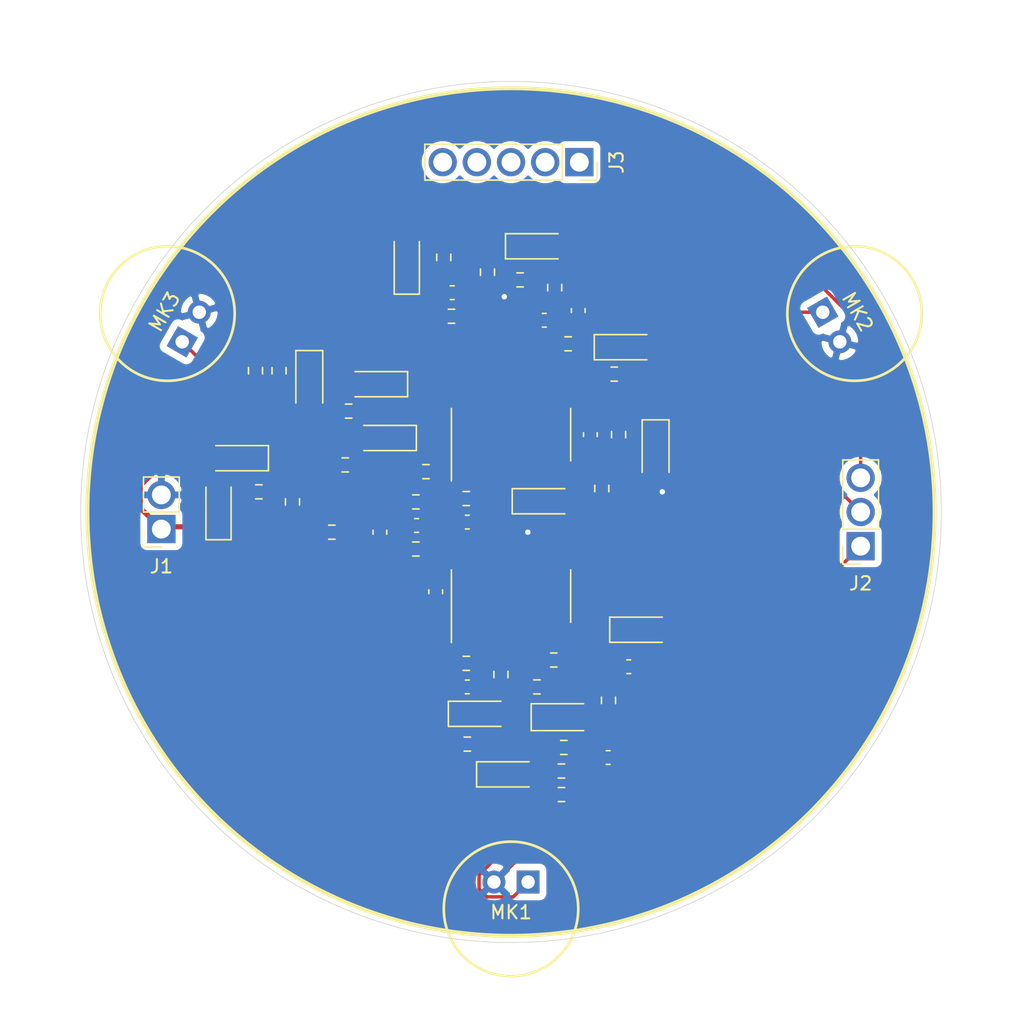
<source format=kicad_pcb>
(kicad_pcb (version 20171130) (host pcbnew "(5.1.8)-1")

  (general
    (thickness 1.6)
    (drawings 3)
    (tracks 342)
    (zones 0)
    (modules 62)
    (nets 36)
  )

  (page A4)
  (layers
    (0 F.Cu signal)
    (31 B.Cu signal)
    (32 B.Adhes user)
    (33 F.Adhes user)
    (34 B.Paste user)
    (35 F.Paste user)
    (36 B.SilkS user)
    (37 F.SilkS user)
    (38 B.Mask user)
    (39 F.Mask user)
    (40 Dwgs.User user)
    (41 Cmts.User user)
    (42 Eco1.User user)
    (43 Eco2.User user)
    (44 Edge.Cuts user)
    (45 Margin user)
    (46 B.CrtYd user)
    (47 F.CrtYd user)
    (48 B.Fab user)
    (49 F.Fab user)
  )

  (setup
    (last_trace_width 0.254)
    (trace_clearance 0.127)
    (zone_clearance 0.508)
    (zone_45_only no)
    (trace_min 0.127)
    (via_size 0.6)
    (via_drill 0.3)
    (via_min_size 0.6)
    (via_min_drill 0.3)
    (uvia_size 0.6)
    (uvia_drill 0.3)
    (uvias_allowed no)
    (uvia_min_size 0.6)
    (uvia_min_drill 0.3)
    (edge_width 0.05)
    (segment_width 0.2)
    (pcb_text_width 0.3)
    (pcb_text_size 1.5 1.5)
    (mod_edge_width 0.1524)
    (mod_text_size 1 1)
    (mod_text_width 0.15)
    (pad_size 1.524 1.524)
    (pad_drill 0.762)
    (pad_to_mask_clearance 0.05)
    (solder_mask_min_width 0.264)
    (aux_axis_origin 0 0)
    (grid_origin 150.35 96.55)
    (visible_elements 7FFFFFFF)
    (pcbplotparams
      (layerselection 0x010fc_ffffffff)
      (usegerberextensions false)
      (usegerberattributes true)
      (usegerberadvancedattributes true)
      (creategerberjobfile true)
      (excludeedgelayer true)
      (linewidth 0.100000)
      (plotframeref false)
      (viasonmask false)
      (mode 1)
      (useauxorigin false)
      (hpglpennumber 1)
      (hpglpenspeed 20)
      (hpglpendiameter 15.000000)
      (psnegative false)
      (psa4output false)
      (plotreference true)
      (plotvalue true)
      (plotinvisibletext false)
      (padsonsilk false)
      (subtractmaskfromsilk false)
      (outputformat 1)
      (mirror false)
      (drillshape 1)
      (scaleselection 1)
      (outputdirectory ""))
  )

  (net 0 "")
  (net 1 GND)
  (net 2 +5V)
  (net 3 +2V5)
  (net 4 "Net-(C5-Pad2)")
  (net 5 "Net-(C5-Pad1)")
  (net 6 "Net-(C7-Pad2)")
  (net 7 "Net-(C8-Pad2)")
  (net 8 A0)
  (net 9 "Net-(C10-Pad1)")
  (net 10 "Net-(C11-Pad2)")
  (net 11 "Net-(C11-Pad1)")
  (net 12 "Net-(C12-Pad2)")
  (net 13 "Net-(C13-Pad2)")
  (net 14 "Net-(C14-Pad2)")
  (net 15 A1)
  (net 16 "Net-(C17-Pad2)")
  (net 17 "Net-(C17-Pad1)")
  (net 18 "Net-(C18-Pad2)")
  (net 19 "Net-(C19-Pad2)")
  (net 20 "Net-(C20-Pad2)")
  (net 21 A2)
  (net 22 "Net-(J3-Pad5)")
  (net 23 "Net-(J3-Pad4)")
  (net 24 "Net-(J3-Pad3)")
  (net 25 "Net-(J3-Pad2)")
  (net 26 "Net-(J3-Pad1)")
  (net 27 "Net-(C6-Pad1)")
  (net 28 "Net-(C9-Pad2)")
  (net 29 "Net-(C9-Pad1)")
  (net 30 "Net-(C12-Pad1)")
  (net 31 "Net-(C15-Pad2)")
  (net 32 "Net-(C15-Pad1)")
  (net 33 "Net-(C18-Pad1)")
  (net 34 "Net-(C21-Pad2)")
  (net 35 "Net-(C21-Pad1)")

  (net_class Default "This is the default net class."
    (clearance 0.127)
    (trace_width 0.254)
    (via_dia 0.6)
    (via_drill 0.3)
    (uvia_dia 0.6)
    (uvia_drill 0.3)
    (diff_pair_width 0.254)
    (diff_pair_gap 0.6)
    (add_net +2V5)
    (add_net A0)
    (add_net A1)
    (add_net A2)
    (add_net "Net-(C10-Pad1)")
    (add_net "Net-(C11-Pad1)")
    (add_net "Net-(C11-Pad2)")
    (add_net "Net-(C12-Pad1)")
    (add_net "Net-(C12-Pad2)")
    (add_net "Net-(C13-Pad2)")
    (add_net "Net-(C14-Pad2)")
    (add_net "Net-(C15-Pad1)")
    (add_net "Net-(C15-Pad2)")
    (add_net "Net-(C17-Pad1)")
    (add_net "Net-(C17-Pad2)")
    (add_net "Net-(C18-Pad1)")
    (add_net "Net-(C18-Pad2)")
    (add_net "Net-(C19-Pad2)")
    (add_net "Net-(C20-Pad2)")
    (add_net "Net-(C21-Pad1)")
    (add_net "Net-(C21-Pad2)")
    (add_net "Net-(C5-Pad1)")
    (add_net "Net-(C5-Pad2)")
    (add_net "Net-(C6-Pad1)")
    (add_net "Net-(C7-Pad2)")
    (add_net "Net-(C8-Pad2)")
    (add_net "Net-(C9-Pad1)")
    (add_net "Net-(C9-Pad2)")
    (add_net "Net-(J3-Pad1)")
    (add_net "Net-(J3-Pad2)")
    (add_net "Net-(J3-Pad3)")
    (add_net "Net-(J3-Pad4)")
    (add_net "Net-(J3-Pad5)")
  )

  (net_class Power ""
    (clearance 0.127)
    (trace_width 0.381)
    (via_dia 0.8)
    (via_drill 0.4)
    (uvia_dia 0.8)
    (uvia_drill 0.4)
    (diff_pair_width 0.254)
    (diff_pair_gap 0.6)
    (add_net +5V)
    (add_net GND)
  )

  (module df-parts:CMA-6542PF locked (layer F.Cu) (tedit 60ABC4E8) (tstamp 604DAD87)
    (at 175.897749 81.8 300)
    (path /605182F0)
    (fp_text reference MK2 (at 0 -0.25 120) (layer F.SilkS)
      (effects (font (size 1 1) (thickness 0.15)))
    )
    (fp_text value Microphone (at 0 -6.5 120) (layer F.Fab)
      (effects (font (size 1 1) (thickness 0.15)))
    )
    (fp_circle (center 0 0) (end 4.85 0) (layer F.Fab) (width 0.12))
    (fp_circle (center 0 0) (end 5 0) (layer F.SilkS) (width 0.2))
    (fp_circle (center 0 0) (end 5.5 0) (layer F.CrtYd) (width 0.12))
    (pad 2 thru_hole rect (at -1.27 2 30) (size 1.7 1.7) (drill 1) (layers *.Cu B.Mask)
      (net 13 "Net-(C13-Pad2)"))
    (pad 1 thru_hole circle (at 1.27 2 30) (size 1.7 1.7) (drill 1) (layers *.Cu B.Mask)
      (net 1 GND))
  )

  (module df-parts:CMA-6542PF locked (layer F.Cu) (tedit 60ABC4E8) (tstamp 6053E8E3)
    (at 124.802251 81.8 60)
    (path /6058F4D4)
    (fp_text reference MK3 (at 0 -0.25 60) (layer F.SilkS)
      (effects (font (size 1 1) (thickness 0.15)))
    )
    (fp_text value Microphone (at 0 -6.5 60) (layer F.Fab)
      (effects (font (size 1 1) (thickness 0.15)))
    )
    (fp_circle (center 0 0) (end 4.85 0) (layer F.Fab) (width 0.12))
    (fp_circle (center 0 0) (end 5 0) (layer F.SilkS) (width 0.2))
    (fp_circle (center 0 0) (end 5.5 0) (layer F.CrtYd) (width 0.12))
    (pad 2 thru_hole rect (at -1.27 2 150) (size 1.7 1.7) (drill 1) (layers *.Cu B.Mask)
      (net 19 "Net-(C19-Pad2)"))
    (pad 1 thru_hole circle (at 1.27 2 150) (size 1.7 1.7) (drill 1) (layers *.Cu B.Mask)
      (net 1 GND))
  )

  (module df-parts:CMA-6542PF locked (layer F.Cu) (tedit 60ABC4E8) (tstamp 604EAC0B)
    (at 150.35 126.05 180)
    (path /602428FA)
    (fp_text reference MK1 (at 0 -0.25 180) (layer F.SilkS)
      (effects (font (size 1 1) (thickness 0.15)))
    )
    (fp_text value Microphone (at 0 -6.5) (layer F.Fab)
      (effects (font (size 1 1) (thickness 0.15)))
    )
    (fp_circle (center 0 0) (end 4.85 0) (layer F.Fab) (width 0.12))
    (fp_circle (center 0 0) (end 5 0) (layer F.SilkS) (width 0.2))
    (fp_circle (center 0 0) (end 5.5 0) (layer F.CrtYd) (width 0.12))
    (pad 2 thru_hole rect (at -1.27 2 270) (size 1.7 1.7) (drill 1) (layers *.Cu B.Mask)
      (net 6 "Net-(C7-Pad2)"))
    (pad 1 thru_hole circle (at 1.27 2 270) (size 1.7 1.7) (drill 1) (layers *.Cu B.Mask)
      (net 1 GND))
  )

  (module df-parts:310-XX-105-41-001000 locked (layer F.Cu) (tedit 60ABC272) (tstamp 6053B9DB)
    (at 155.43 70.55 270)
    (path /60701B78)
    (fp_text reference J3 (at 0 -2.77 90) (layer F.SilkS)
      (effects (font (size 1 1) (thickness 0.15)))
    )
    (fp_text value Conn_01x05 (at 0 12.93 90) (layer F.Fab)
      (effects (font (size 1 1) (thickness 0.15)))
    )
    (fp_text user %R (at 0 5.08) (layer F.Fab)
      (effects (font (size 1 1) (thickness 0.15)))
    )
    (fp_line (start -1.27 -1.27) (end 0.635 -1.27) (layer F.Fab) (width 0.1))
    (fp_line (start 0.635 -1.27) (end 1.27 -0.635) (layer F.Fab) (width 0.1))
    (fp_line (start 1.27 -0.635) (end 1.27 11.43) (layer F.Fab) (width 0.1))
    (fp_line (start 1.27 11.43) (end -1.27 11.43) (layer F.Fab) (width 0.1))
    (fp_line (start -1.27 11.43) (end -1.27 -1.27) (layer F.Fab) (width 0.1))
    (fp_line (start -1.33 1.27) (end 1.33 1.27) (layer F.SilkS) (width 0.12))
    (fp_line (start -1.33 1.27) (end -1.33 11.49) (layer F.SilkS) (width 0.12))
    (fp_line (start -1.33 11.49) (end 1.33 11.49) (layer F.SilkS) (width 0.12))
    (fp_line (start 1.33 1.27) (end 1.33 11.49) (layer F.SilkS) (width 0.12))
    (fp_line (start 1.33 -1.33) (end 1.33 0) (layer F.SilkS) (width 0.12))
    (fp_line (start 0 -1.33) (end 1.33 -1.33) (layer F.SilkS) (width 0.12))
    (fp_line (start -1.8 -1.8) (end 1.75 -1.8) (layer F.CrtYd) (width 0.05))
    (fp_line (start 1.75 -1.8) (end 1.75 11.9) (layer F.CrtYd) (width 0.05))
    (fp_line (start 1.75 11.9) (end -1.8 11.9) (layer F.CrtYd) (width 0.05))
    (fp_line (start -1.8 11.9) (end -1.8 -1.8) (layer F.CrtYd) (width 0.05))
    (pad 1 thru_hole rect (at 0 0 270) (size 2.1 2.1) (drill 1.4) (layers *.Cu *.Mask)
      (net 26 "Net-(J3-Pad1)"))
    (pad 2 thru_hole oval (at 0 2.54 270) (size 2.1 2.1) (drill 1.4) (layers *.Cu *.Mask)
      (net 25 "Net-(J3-Pad2)"))
    (pad 3 thru_hole oval (at 0 5.08 270) (size 2.1 2.1) (drill 1.4) (layers *.Cu *.Mask)
      (net 24 "Net-(J3-Pad3)"))
    (pad 4 thru_hole oval (at 0 7.62 270) (size 2.1 2.1) (drill 1.4) (layers *.Cu *.Mask)
      (net 23 "Net-(J3-Pad4)"))
    (pad 5 thru_hole oval (at 0 10.16 270) (size 2.1 2.1) (drill 1.4) (layers *.Cu *.Mask)
      (net 22 "Net-(J3-Pad5)"))
    (model ${KISYS3DMOD}/Connector_PinSocket_2.54mm.3dshapes/PinSocket_1x05_P2.54mm_Vertical.wrl
      (at (xyz 0 0 0))
      (scale (xyz 1 1 1))
      (rotate (xyz 0 0 0))
    )
  )

  (module df-parts:310-XX-103-41-001000 locked (layer F.Cu) (tedit 60ABC2DC) (tstamp 6053BB0E)
    (at 176.35 99.09 180)
    (path /6094324E)
    (fp_text reference J2 (at 0 -2.77) (layer F.SilkS)
      (effects (font (size 1 1) (thickness 0.15)))
    )
    (fp_text value Conn_01x03 (at 0 7.85) (layer F.Fab)
      (effects (font (size 1 1) (thickness 0.15)))
    )
    (fp_text user %R (at 0 2.54 90) (layer F.Fab)
      (effects (font (size 1 1) (thickness 0.15)))
    )
    (fp_line (start -1.27 -1.27) (end 0.635 -1.27) (layer F.Fab) (width 0.1))
    (fp_line (start 0.635 -1.27) (end 1.27 -0.635) (layer F.Fab) (width 0.1))
    (fp_line (start 1.27 -0.635) (end 1.27 6.35) (layer F.Fab) (width 0.1))
    (fp_line (start 1.27 6.35) (end -1.27 6.35) (layer F.Fab) (width 0.1))
    (fp_line (start -1.27 6.35) (end -1.27 -1.27) (layer F.Fab) (width 0.1))
    (fp_line (start -1.33 1.27) (end 1.33 1.27) (layer F.SilkS) (width 0.12))
    (fp_line (start -1.33 1.27) (end -1.33 6.41) (layer F.SilkS) (width 0.12))
    (fp_line (start -1.33 6.41) (end 1.33 6.41) (layer F.SilkS) (width 0.12))
    (fp_line (start 1.33 1.27) (end 1.33 6.41) (layer F.SilkS) (width 0.12))
    (fp_line (start 1.33 -1.33) (end 1.33 0) (layer F.SilkS) (width 0.12))
    (fp_line (start 0 -1.33) (end 1.33 -1.33) (layer F.SilkS) (width 0.12))
    (fp_line (start -1.8 -1.8) (end 1.75 -1.8) (layer F.CrtYd) (width 0.05))
    (fp_line (start 1.75 -1.8) (end 1.75 6.85) (layer F.CrtYd) (width 0.05))
    (fp_line (start 1.75 6.85) (end -1.8 6.85) (layer F.CrtYd) (width 0.05))
    (fp_line (start -1.8 6.85) (end -1.8 -1.8) (layer F.CrtYd) (width 0.05))
    (pad 1 thru_hole rect (at 0 0 180) (size 2.1 2.1) (drill 1.4) (layers *.Cu *.Mask)
      (net 8 A0))
    (pad 2 thru_hole oval (at 0 2.54 180) (size 2.1 2.1) (drill 1.4) (layers *.Cu *.Mask)
      (net 15 A1))
    (pad 3 thru_hole oval (at 0 5.08 180) (size 2.1 2.1) (drill 1.4) (layers *.Cu *.Mask)
      (net 21 A2))
    (model ${KISYS3DMOD}/Connector_PinSocket_2.54mm.3dshapes/PinSocket_1x03_P2.54mm_Vertical.wrl
      (at (xyz 0 0 0))
      (scale (xyz 1 1 1))
      (rotate (xyz 0 0 0))
    )
  )

  (module df-parts:310-XX-102-41-001000 locked (layer F.Cu) (tedit 60ABC2BB) (tstamp 604DEE07)
    (at 124.35 97.82 180)
    (path /60941DDD)
    (fp_text reference J1 (at 0 -2.77) (layer F.SilkS)
      (effects (font (size 1 1) (thickness 0.15)))
    )
    (fp_text value Conn_01x02 (at 0 5.31) (layer F.Fab)
      (effects (font (size 1 1) (thickness 0.15)))
    )
    (fp_text user %R (at 0 1.27 90) (layer F.Fab)
      (effects (font (size 1 1) (thickness 0.15)))
    )
    (fp_line (start -1.27 -1.27) (end 0.635 -1.27) (layer F.Fab) (width 0.1))
    (fp_line (start 0.635 -1.27) (end 1.27 -0.635) (layer F.Fab) (width 0.1))
    (fp_line (start 1.27 -0.635) (end 1.27 3.81) (layer F.Fab) (width 0.1))
    (fp_line (start 1.27 3.81) (end -1.27 3.81) (layer F.Fab) (width 0.1))
    (fp_line (start -1.27 3.81) (end -1.27 -1.27) (layer F.Fab) (width 0.1))
    (fp_line (start -1.33 1.27) (end 1.33 1.27) (layer F.SilkS) (width 0.12))
    (fp_line (start -1.33 1.27) (end -1.33 3.87) (layer F.SilkS) (width 0.12))
    (fp_line (start -1.33 3.87) (end 1.33 3.87) (layer F.SilkS) (width 0.12))
    (fp_line (start 1.33 1.27) (end 1.33 3.87) (layer F.SilkS) (width 0.12))
    (fp_line (start 1.33 -1.33) (end 1.33 0) (layer F.SilkS) (width 0.12))
    (fp_line (start 0 -1.33) (end 1.33 -1.33) (layer F.SilkS) (width 0.12))
    (fp_line (start -1.8 -1.8) (end 1.75 -1.8) (layer F.CrtYd) (width 0.05))
    (fp_line (start 1.75 -1.8) (end 1.75 4.3) (layer F.CrtYd) (width 0.05))
    (fp_line (start 1.75 4.3) (end -1.8 4.3) (layer F.CrtYd) (width 0.05))
    (fp_line (start -1.8 4.3) (end -1.8 -1.8) (layer F.CrtYd) (width 0.05))
    (pad 1 thru_hole rect (at 0 0 180) (size 2.1 2.1) (drill 1.4) (layers *.Cu *.Mask)
      (net 2 +5V))
    (pad 2 thru_hole oval (at 0 2.54 180) (size 2.1 2.1) (drill 1.4) (layers *.Cu *.Mask)
      (net 1 GND))
    (model ${KISYS3DMOD}/Connector_PinSocket_2.54mm.3dshapes/PinSocket_1x02_P2.54mm_Vertical.wrl
      (at (xyz 0 0 0))
      (scale (xyz 1 1 1))
      (rotate (xyz 0 0 0))
    )
  )

  (module Capacitor_SMD:C_0603_1608Metric (layer F.Cu) (tedit 5F68FEEE) (tstamp 604E6801)
    (at 144.75 102.475 90)
    (descr "Capacitor SMD 0603 (1608 Metric), square (rectangular) end terminal, IPC_7351 nominal, (Body size source: IPC-SM-782 page 76, https://www.pcb-3d.com/wordpress/wp-content/uploads/ipc-sm-782a_amendment_1_and_2.pdf), generated with kicad-footprint-generator")
    (tags capacitor)
    (path /607CE852)
    (attr smd)
    (fp_text reference C1 (at 0 -1.43 90) (layer F.SilkS) hide
      (effects (font (size 1 1) (thickness 0.15)))
    )
    (fp_text value 100nF (at 0 1.43 90) (layer F.Fab)
      (effects (font (size 1 1) (thickness 0.15)))
    )
    (fp_line (start 1.48 0.73) (end -1.48 0.73) (layer F.CrtYd) (width 0.05))
    (fp_line (start 1.48 -0.73) (end 1.48 0.73) (layer F.CrtYd) (width 0.05))
    (fp_line (start -1.48 -0.73) (end 1.48 -0.73) (layer F.CrtYd) (width 0.05))
    (fp_line (start -1.48 0.73) (end -1.48 -0.73) (layer F.CrtYd) (width 0.05))
    (fp_line (start -0.14058 0.51) (end 0.14058 0.51) (layer F.SilkS) (width 0.12))
    (fp_line (start -0.14058 -0.51) (end 0.14058 -0.51) (layer F.SilkS) (width 0.12))
    (fp_line (start 0.8 0.4) (end -0.8 0.4) (layer F.Fab) (width 0.1))
    (fp_line (start 0.8 -0.4) (end 0.8 0.4) (layer F.Fab) (width 0.1))
    (fp_line (start -0.8 -0.4) (end 0.8 -0.4) (layer F.Fab) (width 0.1))
    (fp_line (start -0.8 0.4) (end -0.8 -0.4) (layer F.Fab) (width 0.1))
    (fp_text user %R (at 0 0 90) (layer F.Fab)
      (effects (font (size 0.4 0.4) (thickness 0.06)))
    )
    (pad 2 smd roundrect (at 0.775 0 90) (size 0.9 0.95) (layers F.Cu F.Paste F.Mask) (roundrect_rratio 0.25)
      (net 1 GND))
    (pad 1 smd roundrect (at -0.775 0 90) (size 0.9 0.95) (layers F.Cu F.Paste F.Mask) (roundrect_rratio 0.25)
      (net 2 +5V))
    (model ${KISYS3DMOD}/Capacitor_SMD.3dshapes/C_0603_1608Metric.wrl
      (at (xyz 0 0 0))
      (scale (xyz 1 1 1))
      (rotate (xyz 0 0 0))
    )
  )

  (module Resistor_SMD:R_0603_1608Metric (layer F.Cu) (tedit 5F68FEEE) (tstamp 6050916E)
    (at 131.6 95.05 180)
    (descr "Resistor SMD 0603 (1608 Metric), square (rectangular) end terminal, IPC_7351 nominal, (Body size source: IPC-SM-782 page 72, https://www.pcb-3d.com/wordpress/wp-content/uploads/ipc-sm-782a_amendment_1_and_2.pdf), generated with kicad-footprint-generator")
    (tags resistor)
    (path /60345B90)
    (attr smd)
    (fp_text reference R2 (at 0 -1.43) (layer F.SilkS) hide
      (effects (font (size 1 1) (thickness 0.15)))
    )
    (fp_text value 100k (at 0 1.43) (layer F.Fab)
      (effects (font (size 1 1) (thickness 0.15)))
    )
    (fp_line (start -0.8 0.4125) (end -0.8 -0.4125) (layer F.Fab) (width 0.1))
    (fp_line (start -0.8 -0.4125) (end 0.8 -0.4125) (layer F.Fab) (width 0.1))
    (fp_line (start 0.8 -0.4125) (end 0.8 0.4125) (layer F.Fab) (width 0.1))
    (fp_line (start 0.8 0.4125) (end -0.8 0.4125) (layer F.Fab) (width 0.1))
    (fp_line (start -0.237258 -0.5225) (end 0.237258 -0.5225) (layer F.SilkS) (width 0.12))
    (fp_line (start -0.237258 0.5225) (end 0.237258 0.5225) (layer F.SilkS) (width 0.12))
    (fp_line (start -1.48 0.73) (end -1.48 -0.73) (layer F.CrtYd) (width 0.05))
    (fp_line (start -1.48 -0.73) (end 1.48 -0.73) (layer F.CrtYd) (width 0.05))
    (fp_line (start 1.48 -0.73) (end 1.48 0.73) (layer F.CrtYd) (width 0.05))
    (fp_line (start 1.48 0.73) (end -1.48 0.73) (layer F.CrtYd) (width 0.05))
    (fp_text user %R (at 0 0) (layer F.Fab)
      (effects (font (size 0.4 0.4) (thickness 0.06)))
    )
    (pad 2 smd roundrect (at 0.825 0 180) (size 0.8 0.95) (layers F.Cu F.Paste F.Mask) (roundrect_rratio 0.25)
      (net 1 GND))
    (pad 1 smd roundrect (at -0.825 0 180) (size 0.8 0.95) (layers F.Cu F.Paste F.Mask) (roundrect_rratio 0.25)
      (net 3 +2V5))
    (model ${KISYS3DMOD}/Resistor_SMD.3dshapes/R_0603_1608Metric.wrl
      (at (xyz 0 0 0))
      (scale (xyz 1 1 1))
      (rotate (xyz 0 0 0))
    )
  )

  (module Resistor_SMD:R_0603_1608Metric (layer F.Cu) (tedit 5F68FEEE) (tstamp 6050915D)
    (at 134.1 95.8 90)
    (descr "Resistor SMD 0603 (1608 Metric), square (rectangular) end terminal, IPC_7351 nominal, (Body size source: IPC-SM-782 page 72, https://www.pcb-3d.com/wordpress/wp-content/uploads/ipc-sm-782a_amendment_1_and_2.pdf), generated with kicad-footprint-generator")
    (tags resistor)
    (path /6034402A)
    (attr smd)
    (fp_text reference R1 (at 0 -1.43 90) (layer F.SilkS) hide
      (effects (font (size 1 1) (thickness 0.15)))
    )
    (fp_text value 100k (at 0 1.43 90) (layer F.Fab)
      (effects (font (size 1 1) (thickness 0.15)))
    )
    (fp_line (start -0.8 0.4125) (end -0.8 -0.4125) (layer F.Fab) (width 0.1))
    (fp_line (start -0.8 -0.4125) (end 0.8 -0.4125) (layer F.Fab) (width 0.1))
    (fp_line (start 0.8 -0.4125) (end 0.8 0.4125) (layer F.Fab) (width 0.1))
    (fp_line (start 0.8 0.4125) (end -0.8 0.4125) (layer F.Fab) (width 0.1))
    (fp_line (start -0.237258 -0.5225) (end 0.237258 -0.5225) (layer F.SilkS) (width 0.12))
    (fp_line (start -0.237258 0.5225) (end 0.237258 0.5225) (layer F.SilkS) (width 0.12))
    (fp_line (start -1.48 0.73) (end -1.48 -0.73) (layer F.CrtYd) (width 0.05))
    (fp_line (start -1.48 -0.73) (end 1.48 -0.73) (layer F.CrtYd) (width 0.05))
    (fp_line (start 1.48 -0.73) (end 1.48 0.73) (layer F.CrtYd) (width 0.05))
    (fp_line (start 1.48 0.73) (end -1.48 0.73) (layer F.CrtYd) (width 0.05))
    (fp_text user %R (at 0 0 90) (layer F.Fab)
      (effects (font (size 0.4 0.4) (thickness 0.06)))
    )
    (pad 2 smd roundrect (at 0.825 0 90) (size 0.8 0.95) (layers F.Cu F.Paste F.Mask) (roundrect_rratio 0.25)
      (net 3 +2V5))
    (pad 1 smd roundrect (at -0.825 0 90) (size 0.8 0.95) (layers F.Cu F.Paste F.Mask) (roundrect_rratio 0.25)
      (net 2 +5V))
    (model ${KISYS3DMOD}/Resistor_SMD.3dshapes/R_0603_1608Metric.wrl
      (at (xyz 0 0 0))
      (scale (xyz 1 1 1))
      (rotate (xyz 0 0 0))
    )
  )

  (module Capacitor_Tantalum_SMD:CP_EIA-3216-18_Kemet-A (layer F.Cu) (tedit 5EBA9318) (tstamp 60508D7E)
    (at 130 92.55 180)
    (descr "Tantalum Capacitor SMD Kemet-A (3216-18 Metric), IPC_7351 nominal, (Body size from: http://www.kemet.com/Lists/ProductCatalog/Attachments/253/KEM_TC101_STD.pdf), generated with kicad-footprint-generator")
    (tags "capacitor tantalum")
    (path /60410092)
    (attr smd)
    (fp_text reference C3 (at 0 -1.75) (layer F.SilkS) hide
      (effects (font (size 1 1) (thickness 0.15)))
    )
    (fp_text value 2.2uF (at 0 1.75) (layer F.Fab)
      (effects (font (size 1 1) (thickness 0.15)))
    )
    (fp_line (start 1.6 -0.8) (end -1.2 -0.8) (layer F.Fab) (width 0.1))
    (fp_line (start -1.2 -0.8) (end -1.6 -0.4) (layer F.Fab) (width 0.1))
    (fp_line (start -1.6 -0.4) (end -1.6 0.8) (layer F.Fab) (width 0.1))
    (fp_line (start -1.6 0.8) (end 1.6 0.8) (layer F.Fab) (width 0.1))
    (fp_line (start 1.6 0.8) (end 1.6 -0.8) (layer F.Fab) (width 0.1))
    (fp_line (start 1.6 -0.935) (end -2.31 -0.935) (layer F.SilkS) (width 0.12))
    (fp_line (start -2.31 -0.935) (end -2.31 0.935) (layer F.SilkS) (width 0.12))
    (fp_line (start -2.31 0.935) (end 1.6 0.935) (layer F.SilkS) (width 0.12))
    (fp_line (start -2.3 1.05) (end -2.3 -1.05) (layer F.CrtYd) (width 0.05))
    (fp_line (start -2.3 -1.05) (end 2.3 -1.05) (layer F.CrtYd) (width 0.05))
    (fp_line (start 2.3 -1.05) (end 2.3 1.05) (layer F.CrtYd) (width 0.05))
    (fp_line (start 2.3 1.05) (end -2.3 1.05) (layer F.CrtYd) (width 0.05))
    (fp_text user %R (at 0 0) (layer F.Fab)
      (effects (font (size 0.8 0.8) (thickness 0.12)))
    )
    (pad 2 smd roundrect (at 1.35 0 180) (size 1.4 1.35) (layers F.Cu F.Paste F.Mask) (roundrect_rratio 0.185185)
      (net 1 GND))
    (pad 1 smd roundrect (at -1.35 0 180) (size 1.4 1.35) (layers F.Cu F.Paste F.Mask) (roundrect_rratio 0.185185)
      (net 3 +2V5))
    (model ${KISYS3DMOD}/Capacitor_Tantalum_SMD.3dshapes/CP_EIA-3216-18_Kemet-A.wrl
      (at (xyz 0 0 0))
      (scale (xyz 1 1 1))
      (rotate (xyz 0 0 0))
    )
  )

  (module Resistor_SMD:R_0603_1608Metric (layer F.Cu) (tedit 5F68FEEE) (tstamp 605070DD)
    (at 133.1 86.05 270)
    (descr "Resistor SMD 0603 (1608 Metric), square (rectangular) end terminal, IPC_7351 nominal, (Body size source: IPC-SM-782 page 72, https://www.pcb-3d.com/wordpress/wp-content/uploads/ipc-sm-782a_amendment_1_and_2.pdf), generated with kicad-footprint-generator")
    (tags resistor)
    (path /6058F5AE)
    (attr smd)
    (fp_text reference R29 (at 0 -1.43 90) (layer F.SilkS) hide
      (effects (font (size 1 1) (thickness 0.15)))
    )
    (fp_text value 3k (at 0 1.43 90) (layer F.Fab)
      (effects (font (size 1 1) (thickness 0.15)))
    )
    (fp_line (start -0.8 0.4125) (end -0.8 -0.4125) (layer F.Fab) (width 0.1))
    (fp_line (start -0.8 -0.4125) (end 0.8 -0.4125) (layer F.Fab) (width 0.1))
    (fp_line (start 0.8 -0.4125) (end 0.8 0.4125) (layer F.Fab) (width 0.1))
    (fp_line (start 0.8 0.4125) (end -0.8 0.4125) (layer F.Fab) (width 0.1))
    (fp_line (start -0.237258 -0.5225) (end 0.237258 -0.5225) (layer F.SilkS) (width 0.12))
    (fp_line (start -0.237258 0.5225) (end 0.237258 0.5225) (layer F.SilkS) (width 0.12))
    (fp_line (start -1.48 0.73) (end -1.48 -0.73) (layer F.CrtYd) (width 0.05))
    (fp_line (start -1.48 -0.73) (end 1.48 -0.73) (layer F.CrtYd) (width 0.05))
    (fp_line (start 1.48 -0.73) (end 1.48 0.73) (layer F.CrtYd) (width 0.05))
    (fp_line (start 1.48 0.73) (end -1.48 0.73) (layer F.CrtYd) (width 0.05))
    (fp_text user %R (at 0 0 90) (layer F.Fab)
      (effects (font (size 0.4 0.4) (thickness 0.06)))
    )
    (pad 2 smd roundrect (at 0.825 0 270) (size 0.8 0.95) (layers F.Cu F.Paste F.Mask) (roundrect_rratio 0.25)
      (net 1 GND))
    (pad 1 smd roundrect (at -0.825 0 270) (size 0.8 0.95) (layers F.Cu F.Paste F.Mask) (roundrect_rratio 0.25)
      (net 21 A2))
    (model ${KISYS3DMOD}/Resistor_SMD.3dshapes/R_0603_1608Metric.wrl
      (at (xyz 0 0 0))
      (scale (xyz 1 1 1))
      (rotate (xyz 0 0 0))
    )
  )

  (module Resistor_SMD:R_0603_1608Metric (layer F.Cu) (tedit 5F68FEEE) (tstamp 605070CC)
    (at 138.275 89.05 180)
    (descr "Resistor SMD 0603 (1608 Metric), square (rectangular) end terminal, IPC_7351 nominal, (Body size source: IPC-SM-782 page 72, https://www.pcb-3d.com/wordpress/wp-content/uploads/ipc-sm-782a_amendment_1_and_2.pdf), generated with kicad-footprint-generator")
    (tags resistor)
    (path /6058F550)
    (attr smd)
    (fp_text reference R28 (at 0 -1.43) (layer F.SilkS) hide
      (effects (font (size 1 1) (thickness 0.15)))
    )
    (fp_text value 100k (at 0 1.43) (layer F.Fab)
      (effects (font (size 1 1) (thickness 0.15)))
    )
    (fp_line (start -0.8 0.4125) (end -0.8 -0.4125) (layer F.Fab) (width 0.1))
    (fp_line (start -0.8 -0.4125) (end 0.8 -0.4125) (layer F.Fab) (width 0.1))
    (fp_line (start 0.8 -0.4125) (end 0.8 0.4125) (layer F.Fab) (width 0.1))
    (fp_line (start 0.8 0.4125) (end -0.8 0.4125) (layer F.Fab) (width 0.1))
    (fp_line (start -0.237258 -0.5225) (end 0.237258 -0.5225) (layer F.SilkS) (width 0.12))
    (fp_line (start -0.237258 0.5225) (end 0.237258 0.5225) (layer F.SilkS) (width 0.12))
    (fp_line (start -1.48 0.73) (end -1.48 -0.73) (layer F.CrtYd) (width 0.05))
    (fp_line (start -1.48 -0.73) (end 1.48 -0.73) (layer F.CrtYd) (width 0.05))
    (fp_line (start 1.48 -0.73) (end 1.48 0.73) (layer F.CrtYd) (width 0.05))
    (fp_line (start 1.48 0.73) (end -1.48 0.73) (layer F.CrtYd) (width 0.05))
    (fp_text user %R (at 0 0) (layer F.Fab)
      (effects (font (size 0.4 0.4) (thickness 0.06)))
    )
    (pad 2 smd roundrect (at 0.825 0 180) (size 0.8 0.95) (layers F.Cu F.Paste F.Mask) (roundrect_rratio 0.25)
      (net 1 GND))
    (pad 1 smd roundrect (at -0.825 0 180) (size 0.8 0.95) (layers F.Cu F.Paste F.Mask) (roundrect_rratio 0.25)
      (net 34 "Net-(C21-Pad2)"))
    (model ${KISYS3DMOD}/Resistor_SMD.3dshapes/R_0603_1608Metric.wrl
      (at (xyz 0 0 0))
      (scale (xyz 1 1 1))
      (rotate (xyz 0 0 0))
    )
  )

  (module Resistor_SMD:R_0603_1608Metric (layer F.Cu) (tedit 5F68FEEE) (tstamp 605070BB)
    (at 138.025 93.05 180)
    (descr "Resistor SMD 0603 (1608 Metric), square (rectangular) end terminal, IPC_7351 nominal, (Body size source: IPC-SM-782 page 72, https://www.pcb-3d.com/wordpress/wp-content/uploads/ipc-sm-782a_amendment_1_and_2.pdf), generated with kicad-footprint-generator")
    (tags resistor)
    (path /6058F508)
    (attr smd)
    (fp_text reference R27 (at 0 -1.43) (layer F.SilkS) hide
      (effects (font (size 1 1) (thickness 0.15)))
    )
    (fp_text value 2.7k (at 0 1.43) (layer F.Fab)
      (effects (font (size 1 1) (thickness 0.15)))
    )
    (fp_line (start -0.8 0.4125) (end -0.8 -0.4125) (layer F.Fab) (width 0.1))
    (fp_line (start -0.8 -0.4125) (end 0.8 -0.4125) (layer F.Fab) (width 0.1))
    (fp_line (start 0.8 -0.4125) (end 0.8 0.4125) (layer F.Fab) (width 0.1))
    (fp_line (start 0.8 0.4125) (end -0.8 0.4125) (layer F.Fab) (width 0.1))
    (fp_line (start -0.237258 -0.5225) (end 0.237258 -0.5225) (layer F.SilkS) (width 0.12))
    (fp_line (start -0.237258 0.5225) (end 0.237258 0.5225) (layer F.SilkS) (width 0.12))
    (fp_line (start -1.48 0.73) (end -1.48 -0.73) (layer F.CrtYd) (width 0.05))
    (fp_line (start -1.48 -0.73) (end 1.48 -0.73) (layer F.CrtYd) (width 0.05))
    (fp_line (start 1.48 -0.73) (end 1.48 0.73) (layer F.CrtYd) (width 0.05))
    (fp_line (start 1.48 0.73) (end -1.48 0.73) (layer F.CrtYd) (width 0.05))
    (fp_text user %R (at 0 0) (layer F.Fab)
      (effects (font (size 0.4 0.4) (thickness 0.06)))
    )
    (pad 2 smd roundrect (at 0.825 0 180) (size 0.8 0.95) (layers F.Cu F.Paste F.Mask) (roundrect_rratio 0.25)
      (net 1 GND))
    (pad 1 smd roundrect (at -0.825 0 180) (size 0.8 0.95) (layers F.Cu F.Paste F.Mask) (roundrect_rratio 0.25)
      (net 33 "Net-(C18-Pad1)"))
    (model ${KISYS3DMOD}/Resistor_SMD.3dshapes/R_0603_1608Metric.wrl
      (at (xyz 0 0 0))
      (scale (xyz 1 1 1))
      (rotate (xyz 0 0 0))
    )
  )

  (module Resistor_SMD:R_0603_1608Metric (layer F.Cu) (tedit 5F68FEEE) (tstamp 605070AA)
    (at 144.025 93.55 180)
    (descr "Resistor SMD 0603 (1608 Metric), square (rectangular) end terminal, IPC_7351 nominal, (Body size source: IPC-SM-782 page 72, https://www.pcb-3d.com/wordpress/wp-content/uploads/ipc-sm-782a_amendment_1_and_2.pdf), generated with kicad-footprint-generator")
    (tags resistor)
    (path /6058F561)
    (attr smd)
    (fp_text reference R26 (at 0 -1.43) (layer F.SilkS) hide
      (effects (font (size 1 1) (thickness 0.15)))
    )
    (fp_text value 51k (at 0 1.43) (layer F.Fab)
      (effects (font (size 1 1) (thickness 0.15)))
    )
    (fp_line (start -0.8 0.4125) (end -0.8 -0.4125) (layer F.Fab) (width 0.1))
    (fp_line (start -0.8 -0.4125) (end 0.8 -0.4125) (layer F.Fab) (width 0.1))
    (fp_line (start 0.8 -0.4125) (end 0.8 0.4125) (layer F.Fab) (width 0.1))
    (fp_line (start 0.8 0.4125) (end -0.8 0.4125) (layer F.Fab) (width 0.1))
    (fp_line (start -0.237258 -0.5225) (end 0.237258 -0.5225) (layer F.SilkS) (width 0.12))
    (fp_line (start -0.237258 0.5225) (end 0.237258 0.5225) (layer F.SilkS) (width 0.12))
    (fp_line (start -1.48 0.73) (end -1.48 -0.73) (layer F.CrtYd) (width 0.05))
    (fp_line (start -1.48 -0.73) (end 1.48 -0.73) (layer F.CrtYd) (width 0.05))
    (fp_line (start 1.48 -0.73) (end 1.48 0.73) (layer F.CrtYd) (width 0.05))
    (fp_line (start 1.48 0.73) (end -1.48 0.73) (layer F.CrtYd) (width 0.05))
    (fp_text user %R (at 0 0) (layer F.Fab)
      (effects (font (size 0.4 0.4) (thickness 0.06)))
    )
    (pad 2 smd roundrect (at 0.825 0 180) (size 0.8 0.95) (layers F.Cu F.Paste F.Mask) (roundrect_rratio 0.25)
      (net 35 "Net-(C21-Pad1)"))
    (pad 1 smd roundrect (at -0.825 0 180) (size 0.8 0.95) (layers F.Cu F.Paste F.Mask) (roundrect_rratio 0.25)
      (net 16 "Net-(C17-Pad2)"))
    (model ${KISYS3DMOD}/Resistor_SMD.3dshapes/R_0603_1608Metric.wrl
      (at (xyz 0 0 0))
      (scale (xyz 1 1 1))
      (rotate (xyz 0 0 0))
    )
  )

  (module Resistor_SMD:R_0603_1608Metric (layer F.Cu) (tedit 5F68FEEE) (tstamp 60507099)
    (at 143.275 95.8 180)
    (descr "Resistor SMD 0603 (1608 Metric), square (rectangular) end terminal, IPC_7351 nominal, (Body size source: IPC-SM-782 page 72, https://www.pcb-3d.com/wordpress/wp-content/uploads/ipc-sm-782a_amendment_1_and_2.pdf), generated with kicad-footprint-generator")
    (tags resistor)
    (path /6058F50E)
    (attr smd)
    (fp_text reference R25 (at 0 -1.43) (layer F.SilkS) hide
      (effects (font (size 1 1) (thickness 0.15)))
    )
    (fp_text value 220k (at 0 1.43) (layer F.Fab)
      (effects (font (size 1 1) (thickness 0.15)))
    )
    (fp_line (start -0.8 0.4125) (end -0.8 -0.4125) (layer F.Fab) (width 0.1))
    (fp_line (start -0.8 -0.4125) (end 0.8 -0.4125) (layer F.Fab) (width 0.1))
    (fp_line (start 0.8 -0.4125) (end 0.8 0.4125) (layer F.Fab) (width 0.1))
    (fp_line (start 0.8 0.4125) (end -0.8 0.4125) (layer F.Fab) (width 0.1))
    (fp_line (start -0.237258 -0.5225) (end 0.237258 -0.5225) (layer F.SilkS) (width 0.12))
    (fp_line (start -0.237258 0.5225) (end 0.237258 0.5225) (layer F.SilkS) (width 0.12))
    (fp_line (start -1.48 0.73) (end -1.48 -0.73) (layer F.CrtYd) (width 0.05))
    (fp_line (start -1.48 -0.73) (end 1.48 -0.73) (layer F.CrtYd) (width 0.05))
    (fp_line (start 1.48 -0.73) (end 1.48 0.73) (layer F.CrtYd) (width 0.05))
    (fp_line (start 1.48 0.73) (end -1.48 0.73) (layer F.CrtYd) (width 0.05))
    (fp_text user %R (at 0 0) (layer F.Fab)
      (effects (font (size 0.4 0.4) (thickness 0.06)))
    )
    (pad 2 smd roundrect (at 0.825 0 180) (size 0.8 0.95) (layers F.Cu F.Paste F.Mask) (roundrect_rratio 0.25)
      (net 33 "Net-(C18-Pad1)"))
    (pad 1 smd roundrect (at -0.825 0 180) (size 0.8 0.95) (layers F.Cu F.Paste F.Mask) (roundrect_rratio 0.25)
      (net 34 "Net-(C21-Pad2)"))
    (model ${KISYS3DMOD}/Resistor_SMD.3dshapes/R_0603_1608Metric.wrl
      (at (xyz 0 0 0))
      (scale (xyz 1 1 1))
      (rotate (xyz 0 0 0))
    )
  )

  (module Resistor_SMD:R_0603_1608Metric (layer F.Cu) (tedit 5F68FEEE) (tstamp 60507088)
    (at 131.35 86.05 90)
    (descr "Resistor SMD 0603 (1608 Metric), square (rectangular) end terminal, IPC_7351 nominal, (Body size source: IPC-SM-782 page 72, https://www.pcb-3d.com/wordpress/wp-content/uploads/ipc-sm-782a_amendment_1_and_2.pdf), generated with kicad-footprint-generator")
    (tags resistor)
    (path /6058F5A8)
    (attr smd)
    (fp_text reference R24 (at 0 -1.43 90) (layer F.SilkS) hide
      (effects (font (size 1 1) (thickness 0.15)))
    )
    (fp_text value 12k (at 0 1.43 90) (layer F.Fab)
      (effects (font (size 1 1) (thickness 0.15)))
    )
    (fp_line (start -0.8 0.4125) (end -0.8 -0.4125) (layer F.Fab) (width 0.1))
    (fp_line (start -0.8 -0.4125) (end 0.8 -0.4125) (layer F.Fab) (width 0.1))
    (fp_line (start 0.8 -0.4125) (end 0.8 0.4125) (layer F.Fab) (width 0.1))
    (fp_line (start 0.8 0.4125) (end -0.8 0.4125) (layer F.Fab) (width 0.1))
    (fp_line (start -0.237258 -0.5225) (end 0.237258 -0.5225) (layer F.SilkS) (width 0.12))
    (fp_line (start -0.237258 0.5225) (end 0.237258 0.5225) (layer F.SilkS) (width 0.12))
    (fp_line (start -1.48 0.73) (end -1.48 -0.73) (layer F.CrtYd) (width 0.05))
    (fp_line (start -1.48 -0.73) (end 1.48 -0.73) (layer F.CrtYd) (width 0.05))
    (fp_line (start 1.48 -0.73) (end 1.48 0.73) (layer F.CrtYd) (width 0.05))
    (fp_line (start 1.48 0.73) (end -1.48 0.73) (layer F.CrtYd) (width 0.05))
    (fp_text user %R (at 0 0 90) (layer F.Fab)
      (effects (font (size 0.4 0.4) (thickness 0.06)))
    )
    (pad 2 smd roundrect (at 0.825 0 90) (size 0.8 0.95) (layers F.Cu F.Paste F.Mask) (roundrect_rratio 0.25)
      (net 21 A2))
    (pad 1 smd roundrect (at -0.825 0 90) (size 0.8 0.95) (layers F.Cu F.Paste F.Mask) (roundrect_rratio 0.25)
      (net 2 +5V))
    (model ${KISYS3DMOD}/Resistor_SMD.3dshapes/R_0603_1608Metric.wrl
      (at (xyz 0 0 0))
      (scale (xyz 1 1 1))
      (rotate (xyz 0 0 0))
    )
  )

  (module Resistor_SMD:R_0603_1608Metric (layer F.Cu) (tedit 5F68FEEE) (tstamp 60507077)
    (at 143.275 99.3)
    (descr "Resistor SMD 0603 (1608 Metric), square (rectangular) end terminal, IPC_7351 nominal, (Body size source: IPC-SM-782 page 72, https://www.pcb-3d.com/wordpress/wp-content/uploads/ipc-sm-782a_amendment_1_and_2.pdf), generated with kicad-footprint-generator")
    (tags resistor)
    (path /6058F5B9)
    (attr smd)
    (fp_text reference R23 (at 0 -1.43) (layer F.SilkS) hide
      (effects (font (size 1 1) (thickness 0.15)))
    )
    (fp_text value 430k (at 0 1.43) (layer F.Fab)
      (effects (font (size 1 1) (thickness 0.15)))
    )
    (fp_line (start -0.8 0.4125) (end -0.8 -0.4125) (layer F.Fab) (width 0.1))
    (fp_line (start -0.8 -0.4125) (end 0.8 -0.4125) (layer F.Fab) (width 0.1))
    (fp_line (start 0.8 -0.4125) (end 0.8 0.4125) (layer F.Fab) (width 0.1))
    (fp_line (start 0.8 0.4125) (end -0.8 0.4125) (layer F.Fab) (width 0.1))
    (fp_line (start -0.237258 -0.5225) (end 0.237258 -0.5225) (layer F.SilkS) (width 0.12))
    (fp_line (start -0.237258 0.5225) (end 0.237258 0.5225) (layer F.SilkS) (width 0.12))
    (fp_line (start -1.48 0.73) (end -1.48 -0.73) (layer F.CrtYd) (width 0.05))
    (fp_line (start -1.48 -0.73) (end 1.48 -0.73) (layer F.CrtYd) (width 0.05))
    (fp_line (start 1.48 -0.73) (end 1.48 0.73) (layer F.CrtYd) (width 0.05))
    (fp_line (start 1.48 0.73) (end -1.48 0.73) (layer F.CrtYd) (width 0.05))
    (fp_text user %R (at 0 0) (layer F.Fab)
      (effects (font (size 0.4 0.4) (thickness 0.06)))
    )
    (pad 2 smd roundrect (at 0.825 0) (size 0.8 0.95) (layers F.Cu F.Paste F.Mask) (roundrect_rratio 0.25)
      (net 20 "Net-(C20-Pad2)"))
    (pad 1 smd roundrect (at -0.825 0) (size 0.8 0.95) (layers F.Cu F.Paste F.Mask) (roundrect_rratio 0.25)
      (net 18 "Net-(C18-Pad2)"))
    (model ${KISYS3DMOD}/Resistor_SMD.3dshapes/R_0603_1608Metric.wrl
      (at (xyz 0 0 0))
      (scale (xyz 1 1 1))
      (rotate (xyz 0 0 0))
    )
  )

  (module Resistor_SMD:R_0603_1608Metric (layer F.Cu) (tedit 5F68FEEE) (tstamp 60507066)
    (at 137.025 98.05)
    (descr "Resistor SMD 0603 (1608 Metric), square (rectangular) end terminal, IPC_7351 nominal, (Body size source: IPC-SM-782 page 72, https://www.pcb-3d.com/wordpress/wp-content/uploads/ipc-sm-782a_amendment_1_and_2.pdf), generated with kicad-footprint-generator")
    (tags resistor)
    (path /6058F4E0)
    (attr smd)
    (fp_text reference R22 (at 0 -1.43) (layer F.SilkS) hide
      (effects (font (size 1 1) (thickness 0.15)))
    )
    (fp_text value 5.6k (at 0 1.43) (layer F.Fab)
      (effects (font (size 1 1) (thickness 0.15)))
    )
    (fp_line (start -0.8 0.4125) (end -0.8 -0.4125) (layer F.Fab) (width 0.1))
    (fp_line (start -0.8 -0.4125) (end 0.8 -0.4125) (layer F.Fab) (width 0.1))
    (fp_line (start 0.8 -0.4125) (end 0.8 0.4125) (layer F.Fab) (width 0.1))
    (fp_line (start 0.8 0.4125) (end -0.8 0.4125) (layer F.Fab) (width 0.1))
    (fp_line (start -0.237258 -0.5225) (end 0.237258 -0.5225) (layer F.SilkS) (width 0.12))
    (fp_line (start -0.237258 0.5225) (end 0.237258 0.5225) (layer F.SilkS) (width 0.12))
    (fp_line (start -1.48 0.73) (end -1.48 -0.73) (layer F.CrtYd) (width 0.05))
    (fp_line (start -1.48 -0.73) (end 1.48 -0.73) (layer F.CrtYd) (width 0.05))
    (fp_line (start 1.48 -0.73) (end 1.48 0.73) (layer F.CrtYd) (width 0.05))
    (fp_line (start 1.48 0.73) (end -1.48 0.73) (layer F.CrtYd) (width 0.05))
    (fp_text user %R (at 0 0) (layer F.Fab)
      (effects (font (size 0.4 0.4) (thickness 0.06)))
    )
    (pad 2 smd roundrect (at 0.825 0) (size 0.8 0.95) (layers F.Cu F.Paste F.Mask) (roundrect_rratio 0.25)
      (net 19 "Net-(C19-Pad2)"))
    (pad 1 smd roundrect (at -0.825 0) (size 0.8 0.95) (layers F.Cu F.Paste F.Mask) (roundrect_rratio 0.25)
      (net 2 +5V))
    (model ${KISYS3DMOD}/Resistor_SMD.3dshapes/R_0603_1608Metric.wrl
      (at (xyz 0 0 0))
      (scale (xyz 1 1 1))
      (rotate (xyz 0 0 0))
    )
  )

  (module Resistor_SMD:R_0603_1608Metric (layer F.Cu) (tedit 5F68FEEE) (tstamp 60507055)
    (at 147.025 95.55 180)
    (descr "Resistor SMD 0603 (1608 Metric), square (rectangular) end terminal, IPC_7351 nominal, (Body size source: IPC-SM-782 page 72, https://www.pcb-3d.com/wordpress/wp-content/uploads/ipc-sm-782a_amendment_1_and_2.pdf), generated with kicad-footprint-generator")
    (tags resistor)
    (path /6058F56D)
    (attr smd)
    (fp_text reference R21 (at 0 -1.43) (layer F.SilkS) hide
      (effects (font (size 1 1) (thickness 0.15)))
    )
    (fp_text value 150k (at 0 1.43) (layer F.Fab)
      (effects (font (size 1 1) (thickness 0.15)))
    )
    (fp_line (start -0.8 0.4125) (end -0.8 -0.4125) (layer F.Fab) (width 0.1))
    (fp_line (start -0.8 -0.4125) (end 0.8 -0.4125) (layer F.Fab) (width 0.1))
    (fp_line (start 0.8 -0.4125) (end 0.8 0.4125) (layer F.Fab) (width 0.1))
    (fp_line (start 0.8 0.4125) (end -0.8 0.4125) (layer F.Fab) (width 0.1))
    (fp_line (start -0.237258 -0.5225) (end 0.237258 -0.5225) (layer F.SilkS) (width 0.12))
    (fp_line (start -0.237258 0.5225) (end 0.237258 0.5225) (layer F.SilkS) (width 0.12))
    (fp_line (start -1.48 0.73) (end -1.48 -0.73) (layer F.CrtYd) (width 0.05))
    (fp_line (start -1.48 -0.73) (end 1.48 -0.73) (layer F.CrtYd) (width 0.05))
    (fp_line (start 1.48 -0.73) (end 1.48 0.73) (layer F.CrtYd) (width 0.05))
    (fp_line (start 1.48 0.73) (end -1.48 0.73) (layer F.CrtYd) (width 0.05))
    (fp_text user %R (at 0 0) (layer F.Fab)
      (effects (font (size 0.4 0.4) (thickness 0.06)))
    )
    (pad 2 smd roundrect (at 0.825 0 180) (size 0.8 0.95) (layers F.Cu F.Paste F.Mask) (roundrect_rratio 0.25)
      (net 16 "Net-(C17-Pad2)"))
    (pad 1 smd roundrect (at -0.825 0 180) (size 0.8 0.95) (layers F.Cu F.Paste F.Mask) (roundrect_rratio 0.25)
      (net 17 "Net-(C17-Pad1)"))
    (model ${KISYS3DMOD}/Resistor_SMD.3dshapes/R_0603_1608Metric.wrl
      (at (xyz 0 0 0))
      (scale (xyz 1 1 1))
      (rotate (xyz 0 0 0))
    )
  )

  (module Diode_SMD:D_SOD-123 (layer F.Cu) (tedit 58645DC7) (tstamp 60506D0E)
    (at 135.35 86.8 270)
    (descr SOD-123)
    (tags SOD-123)
    (path /6058F5A2)
    (attr smd)
    (fp_text reference D3 (at 0 -2 90) (layer F.SilkS) hide
      (effects (font (size 1 1) (thickness 0.15)))
    )
    (fp_text value D_Schottky_Small (at 0 2.1 90) (layer F.Fab)
      (effects (font (size 1 1) (thickness 0.15)))
    )
    (fp_line (start -2.25 -1) (end -2.25 1) (layer F.SilkS) (width 0.12))
    (fp_line (start 0.25 0) (end 0.75 0) (layer F.Fab) (width 0.1))
    (fp_line (start 0.25 0.4) (end -0.35 0) (layer F.Fab) (width 0.1))
    (fp_line (start 0.25 -0.4) (end 0.25 0.4) (layer F.Fab) (width 0.1))
    (fp_line (start -0.35 0) (end 0.25 -0.4) (layer F.Fab) (width 0.1))
    (fp_line (start -0.35 0) (end -0.35 0.55) (layer F.Fab) (width 0.1))
    (fp_line (start -0.35 0) (end -0.35 -0.55) (layer F.Fab) (width 0.1))
    (fp_line (start -0.75 0) (end -0.35 0) (layer F.Fab) (width 0.1))
    (fp_line (start -1.4 0.9) (end -1.4 -0.9) (layer F.Fab) (width 0.1))
    (fp_line (start 1.4 0.9) (end -1.4 0.9) (layer F.Fab) (width 0.1))
    (fp_line (start 1.4 -0.9) (end 1.4 0.9) (layer F.Fab) (width 0.1))
    (fp_line (start -1.4 -0.9) (end 1.4 -0.9) (layer F.Fab) (width 0.1))
    (fp_line (start -2.35 -1.15) (end 2.35 -1.15) (layer F.CrtYd) (width 0.05))
    (fp_line (start 2.35 -1.15) (end 2.35 1.15) (layer F.CrtYd) (width 0.05))
    (fp_line (start 2.35 1.15) (end -2.35 1.15) (layer F.CrtYd) (width 0.05))
    (fp_line (start -2.35 -1.15) (end -2.35 1.15) (layer F.CrtYd) (width 0.05))
    (fp_line (start -2.25 1) (end 1.65 1) (layer F.SilkS) (width 0.12))
    (fp_line (start -2.25 -1) (end 1.65 -1) (layer F.SilkS) (width 0.12))
    (fp_text user %R (at 0 -2 90) (layer F.Fab)
      (effects (font (size 1 1) (thickness 0.15)))
    )
    (pad 2 smd rect (at 1.65 0 270) (size 0.9 1.2) (layers F.Cu F.Paste F.Mask)
      (net 1 GND))
    (pad 1 smd rect (at -1.65 0 270) (size 0.9 1.2) (layers F.Cu F.Paste F.Mask)
      (net 21 A2))
    (model ${KISYS3DMOD}/Diode_SMD.3dshapes/D_SOD-123.wrl
      (at (xyz 0 0 0))
      (scale (xyz 1 1 1))
      (rotate (xyz 0 0 0))
    )
  )

  (module Capacitor_Tantalum_SMD:CP_EIA-3216-18_Kemet-A (layer F.Cu) (tedit 5EBA9318) (tstamp 60506C95)
    (at 142.6 78.05 90)
    (descr "Tantalum Capacitor SMD Kemet-A (3216-18 Metric), IPC_7351 nominal, (Body size from: http://www.kemet.com/Lists/ProductCatalog/Attachments/253/KEM_TC101_STD.pdf), generated with kicad-footprint-generator")
    (tags "capacitor tantalum")
    (path /6058F5C7)
    (attr smd)
    (fp_text reference C22 (at 0 -1.75 90) (layer F.SilkS) hide
      (effects (font (size 1 1) (thickness 0.15)))
    )
    (fp_text value 2.2uF (at 0 1.75 90) (layer F.Fab)
      (effects (font (size 1 1) (thickness 0.15)))
    )
    (fp_line (start 1.6 -0.8) (end -1.2 -0.8) (layer F.Fab) (width 0.1))
    (fp_line (start -1.2 -0.8) (end -1.6 -0.4) (layer F.Fab) (width 0.1))
    (fp_line (start -1.6 -0.4) (end -1.6 0.8) (layer F.Fab) (width 0.1))
    (fp_line (start -1.6 0.8) (end 1.6 0.8) (layer F.Fab) (width 0.1))
    (fp_line (start 1.6 0.8) (end 1.6 -0.8) (layer F.Fab) (width 0.1))
    (fp_line (start 1.6 -0.935) (end -2.31 -0.935) (layer F.SilkS) (width 0.12))
    (fp_line (start -2.31 -0.935) (end -2.31 0.935) (layer F.SilkS) (width 0.12))
    (fp_line (start -2.31 0.935) (end 1.6 0.935) (layer F.SilkS) (width 0.12))
    (fp_line (start -2.3 1.05) (end -2.3 -1.05) (layer F.CrtYd) (width 0.05))
    (fp_line (start -2.3 -1.05) (end 2.3 -1.05) (layer F.CrtYd) (width 0.05))
    (fp_line (start 2.3 -1.05) (end 2.3 1.05) (layer F.CrtYd) (width 0.05))
    (fp_line (start 2.3 1.05) (end -2.3 1.05) (layer F.CrtYd) (width 0.05))
    (fp_text user %R (at 0 0 90) (layer F.Fab)
      (effects (font (size 0.8 0.8) (thickness 0.12)))
    )
    (pad 2 smd roundrect (at 1.35 0 90) (size 1.4 1.35) (layers F.Cu F.Paste F.Mask) (roundrect_rratio 0.185185)
      (net 21 A2))
    (pad 1 smd roundrect (at -1.35 0 90) (size 1.4 1.35) (layers F.Cu F.Paste F.Mask) (roundrect_rratio 0.185185)
      (net 18 "Net-(C18-Pad2)"))
    (model ${KISYS3DMOD}/Capacitor_Tantalum_SMD.3dshapes/CP_EIA-3216-18_Kemet-A.wrl
      (at (xyz 0 0 0))
      (scale (xyz 1 1 1))
      (rotate (xyz 0 0 0))
    )
  )

  (module Capacitor_Tantalum_SMD:CP_EIA-3216-18_Kemet-A (layer F.Cu) (tedit 5EBA9318) (tstamp 60506C82)
    (at 141 91.05 180)
    (descr "Tantalum Capacitor SMD Kemet-A (3216-18 Metric), IPC_7351 nominal, (Body size from: http://www.kemet.com/Lists/ProductCatalog/Attachments/253/KEM_TC101_STD.pdf), generated with kicad-footprint-generator")
    (tags "capacitor tantalum")
    (path /6058F57F)
    (attr smd)
    (fp_text reference C21 (at 0 -1.75) (layer F.SilkS) hide
      (effects (font (size 1 1) (thickness 0.15)))
    )
    (fp_text value 2.2uF (at 0 1.75) (layer F.Fab)
      (effects (font (size 1 1) (thickness 0.15)))
    )
    (fp_line (start 1.6 -0.8) (end -1.2 -0.8) (layer F.Fab) (width 0.1))
    (fp_line (start -1.2 -0.8) (end -1.6 -0.4) (layer F.Fab) (width 0.1))
    (fp_line (start -1.6 -0.4) (end -1.6 0.8) (layer F.Fab) (width 0.1))
    (fp_line (start -1.6 0.8) (end 1.6 0.8) (layer F.Fab) (width 0.1))
    (fp_line (start 1.6 0.8) (end 1.6 -0.8) (layer F.Fab) (width 0.1))
    (fp_line (start 1.6 -0.935) (end -2.31 -0.935) (layer F.SilkS) (width 0.12))
    (fp_line (start -2.31 -0.935) (end -2.31 0.935) (layer F.SilkS) (width 0.12))
    (fp_line (start -2.31 0.935) (end 1.6 0.935) (layer F.SilkS) (width 0.12))
    (fp_line (start -2.3 1.05) (end -2.3 -1.05) (layer F.CrtYd) (width 0.05))
    (fp_line (start -2.3 -1.05) (end 2.3 -1.05) (layer F.CrtYd) (width 0.05))
    (fp_line (start 2.3 -1.05) (end 2.3 1.05) (layer F.CrtYd) (width 0.05))
    (fp_line (start 2.3 1.05) (end -2.3 1.05) (layer F.CrtYd) (width 0.05))
    (fp_text user %R (at 0 0) (layer F.Fab)
      (effects (font (size 0.8 0.8) (thickness 0.12)))
    )
    (pad 2 smd roundrect (at 1.35 0 180) (size 1.4 1.35) (layers F.Cu F.Paste F.Mask) (roundrect_rratio 0.185185)
      (net 34 "Net-(C21-Pad2)"))
    (pad 1 smd roundrect (at -1.35 0 180) (size 1.4 1.35) (layers F.Cu F.Paste F.Mask) (roundrect_rratio 0.185185)
      (net 35 "Net-(C21-Pad1)"))
    (model ${KISYS3DMOD}/Capacitor_Tantalum_SMD.3dshapes/CP_EIA-3216-18_Kemet-A.wrl
      (at (xyz 0 0 0))
      (scale (xyz 1 1 1))
      (rotate (xyz 0 0 0))
    )
  )

  (module Capacitor_SMD:C_0603_1608Metric (layer F.Cu) (tedit 5F68FEEE) (tstamp 60506C6F)
    (at 143.325 97.55)
    (descr "Capacitor SMD 0603 (1608 Metric), square (rectangular) end terminal, IPC_7351 nominal, (Body size source: IPC-SM-782 page 76, https://www.pcb-3d.com/wordpress/wp-content/uploads/ipc-sm-782a_amendment_1_and_2.pdf), generated with kicad-footprint-generator")
    (tags capacitor)
    (path /6058F502)
    (attr smd)
    (fp_text reference C20 (at 0 -1.43) (layer F.SilkS) hide
      (effects (font (size 1 1) (thickness 0.15)))
    )
    (fp_text value 4.7nF (at 0 1.43) (layer F.Fab)
      (effects (font (size 1 1) (thickness 0.15)))
    )
    (fp_line (start -0.8 0.4) (end -0.8 -0.4) (layer F.Fab) (width 0.1))
    (fp_line (start -0.8 -0.4) (end 0.8 -0.4) (layer F.Fab) (width 0.1))
    (fp_line (start 0.8 -0.4) (end 0.8 0.4) (layer F.Fab) (width 0.1))
    (fp_line (start 0.8 0.4) (end -0.8 0.4) (layer F.Fab) (width 0.1))
    (fp_line (start -0.14058 -0.51) (end 0.14058 -0.51) (layer F.SilkS) (width 0.12))
    (fp_line (start -0.14058 0.51) (end 0.14058 0.51) (layer F.SilkS) (width 0.12))
    (fp_line (start -1.48 0.73) (end -1.48 -0.73) (layer F.CrtYd) (width 0.05))
    (fp_line (start -1.48 -0.73) (end 1.48 -0.73) (layer F.CrtYd) (width 0.05))
    (fp_line (start 1.48 -0.73) (end 1.48 0.73) (layer F.CrtYd) (width 0.05))
    (fp_line (start 1.48 0.73) (end -1.48 0.73) (layer F.CrtYd) (width 0.05))
    (fp_text user %R (at 0 0) (layer F.Fab)
      (effects (font (size 0.4 0.4) (thickness 0.06)))
    )
    (pad 2 smd roundrect (at 0.775 0) (size 0.9 0.95) (layers F.Cu F.Paste F.Mask) (roundrect_rratio 0.25)
      (net 20 "Net-(C20-Pad2)"))
    (pad 1 smd roundrect (at -0.775 0) (size 0.9 0.95) (layers F.Cu F.Paste F.Mask) (roundrect_rratio 0.25)
      (net 33 "Net-(C18-Pad1)"))
    (model ${KISYS3DMOD}/Capacitor_SMD.3dshapes/C_0603_1608Metric.wrl
      (at (xyz 0 0 0))
      (scale (xyz 1 1 1))
      (rotate (xyz 0 0 0))
    )
  )

  (module Capacitor_Tantalum_SMD:CP_EIA-3216-18_Kemet-A (layer F.Cu) (tedit 5EBA9318) (tstamp 60506C5E)
    (at 140.35 87.05 180)
    (descr "Tantalum Capacitor SMD Kemet-A (3216-18 Metric), IPC_7351 nominal, (Body size from: http://www.kemet.com/Lists/ProductCatalog/Attachments/253/KEM_TC101_STD.pdf), generated with kicad-footprint-generator")
    (tags "capacitor tantalum")
    (path /6058F579)
    (attr smd)
    (fp_text reference C19 (at 0 -1.75) (layer F.SilkS) hide
      (effects (font (size 1 1) (thickness 0.15)))
    )
    (fp_text value 2.2uF (at 0 1.75) (layer F.Fab)
      (effects (font (size 1 1) (thickness 0.15)))
    )
    (fp_line (start 1.6 -0.8) (end -1.2 -0.8) (layer F.Fab) (width 0.1))
    (fp_line (start -1.2 -0.8) (end -1.6 -0.4) (layer F.Fab) (width 0.1))
    (fp_line (start -1.6 -0.4) (end -1.6 0.8) (layer F.Fab) (width 0.1))
    (fp_line (start -1.6 0.8) (end 1.6 0.8) (layer F.Fab) (width 0.1))
    (fp_line (start 1.6 0.8) (end 1.6 -0.8) (layer F.Fab) (width 0.1))
    (fp_line (start 1.6 -0.935) (end -2.31 -0.935) (layer F.SilkS) (width 0.12))
    (fp_line (start -2.31 -0.935) (end -2.31 0.935) (layer F.SilkS) (width 0.12))
    (fp_line (start -2.31 0.935) (end 1.6 0.935) (layer F.SilkS) (width 0.12))
    (fp_line (start -2.3 1.05) (end -2.3 -1.05) (layer F.CrtYd) (width 0.05))
    (fp_line (start -2.3 -1.05) (end 2.3 -1.05) (layer F.CrtYd) (width 0.05))
    (fp_line (start 2.3 -1.05) (end 2.3 1.05) (layer F.CrtYd) (width 0.05))
    (fp_line (start 2.3 1.05) (end -2.3 1.05) (layer F.CrtYd) (width 0.05))
    (fp_text user %R (at 0 0) (layer F.Fab)
      (effects (font (size 0.8 0.8) (thickness 0.12)))
    )
    (pad 2 smd roundrect (at 1.35 0 180) (size 1.4 1.35) (layers F.Cu F.Paste F.Mask) (roundrect_rratio 0.185185)
      (net 19 "Net-(C19-Pad2)"))
    (pad 1 smd roundrect (at -1.35 0 180) (size 1.4 1.35) (layers F.Cu F.Paste F.Mask) (roundrect_rratio 0.185185)
      (net 17 "Net-(C17-Pad1)"))
    (model ${KISYS3DMOD}/Capacitor_Tantalum_SMD.3dshapes/CP_EIA-3216-18_Kemet-A.wrl
      (at (xyz 0 0 0))
      (scale (xyz 1 1 1))
      (rotate (xyz 0 0 0))
    )
  )

  (module Capacitor_SMD:C_0603_1608Metric (layer F.Cu) (tedit 5F68FEEE) (tstamp 60506C4B)
    (at 140.6 98.05 270)
    (descr "Capacitor SMD 0603 (1608 Metric), square (rectangular) end terminal, IPC_7351 nominal, (Body size source: IPC-SM-782 page 76, https://www.pcb-3d.com/wordpress/wp-content/uploads/ipc-sm-782a_amendment_1_and_2.pdf), generated with kicad-footprint-generator")
    (tags capacitor)
    (path /6058F4FC)
    (attr smd)
    (fp_text reference C18 (at 0 -1.43 90) (layer F.SilkS) hide
      (effects (font (size 1 1) (thickness 0.15)))
    )
    (fp_text value 4.7nF (at 0 1.43 90) (layer F.Fab)
      (effects (font (size 1 1) (thickness 0.15)))
    )
    (fp_line (start -0.8 0.4) (end -0.8 -0.4) (layer F.Fab) (width 0.1))
    (fp_line (start -0.8 -0.4) (end 0.8 -0.4) (layer F.Fab) (width 0.1))
    (fp_line (start 0.8 -0.4) (end 0.8 0.4) (layer F.Fab) (width 0.1))
    (fp_line (start 0.8 0.4) (end -0.8 0.4) (layer F.Fab) (width 0.1))
    (fp_line (start -0.14058 -0.51) (end 0.14058 -0.51) (layer F.SilkS) (width 0.12))
    (fp_line (start -0.14058 0.51) (end 0.14058 0.51) (layer F.SilkS) (width 0.12))
    (fp_line (start -1.48 0.73) (end -1.48 -0.73) (layer F.CrtYd) (width 0.05))
    (fp_line (start -1.48 -0.73) (end 1.48 -0.73) (layer F.CrtYd) (width 0.05))
    (fp_line (start 1.48 -0.73) (end 1.48 0.73) (layer F.CrtYd) (width 0.05))
    (fp_line (start 1.48 0.73) (end -1.48 0.73) (layer F.CrtYd) (width 0.05))
    (fp_text user %R (at 0 0 90) (layer F.Fab)
      (effects (font (size 0.4 0.4) (thickness 0.06)))
    )
    (pad 2 smd roundrect (at 0.775 0 270) (size 0.9 0.95) (layers F.Cu F.Paste F.Mask) (roundrect_rratio 0.25)
      (net 18 "Net-(C18-Pad2)"))
    (pad 1 smd roundrect (at -0.775 0 270) (size 0.9 0.95) (layers F.Cu F.Paste F.Mask) (roundrect_rratio 0.25)
      (net 33 "Net-(C18-Pad1)"))
    (model ${KISYS3DMOD}/Capacitor_SMD.3dshapes/C_0603_1608Metric.wrl
      (at (xyz 0 0 0))
      (scale (xyz 1 1 1))
      (rotate (xyz 0 0 0))
    )
  )

  (module Capacitor_SMD:C_0603_1608Metric (layer F.Cu) (tedit 5F68FEEE) (tstamp 60506C3A)
    (at 147.1 97.3 180)
    (descr "Capacitor SMD 0603 (1608 Metric), square (rectangular) end terminal, IPC_7351 nominal, (Body size source: IPC-SM-782 page 76, https://www.pcb-3d.com/wordpress/wp-content/uploads/ipc-sm-782a_amendment_1_and_2.pdf), generated with kicad-footprint-generator")
    (tags capacitor)
    (path /6058F517)
    (attr smd)
    (fp_text reference C17 (at 0 -1.43) (layer F.SilkS) hide
      (effects (font (size 1 1) (thickness 0.15)))
    )
    (fp_text value 22pF (at 0 1.43) (layer F.Fab)
      (effects (font (size 1 1) (thickness 0.15)))
    )
    (fp_line (start -0.8 0.4) (end -0.8 -0.4) (layer F.Fab) (width 0.1))
    (fp_line (start -0.8 -0.4) (end 0.8 -0.4) (layer F.Fab) (width 0.1))
    (fp_line (start 0.8 -0.4) (end 0.8 0.4) (layer F.Fab) (width 0.1))
    (fp_line (start 0.8 0.4) (end -0.8 0.4) (layer F.Fab) (width 0.1))
    (fp_line (start -0.14058 -0.51) (end 0.14058 -0.51) (layer F.SilkS) (width 0.12))
    (fp_line (start -0.14058 0.51) (end 0.14058 0.51) (layer F.SilkS) (width 0.12))
    (fp_line (start -1.48 0.73) (end -1.48 -0.73) (layer F.CrtYd) (width 0.05))
    (fp_line (start -1.48 -0.73) (end 1.48 -0.73) (layer F.CrtYd) (width 0.05))
    (fp_line (start 1.48 -0.73) (end 1.48 0.73) (layer F.CrtYd) (width 0.05))
    (fp_line (start 1.48 0.73) (end -1.48 0.73) (layer F.CrtYd) (width 0.05))
    (fp_text user %R (at 0 0) (layer F.Fab)
      (effects (font (size 0.4 0.4) (thickness 0.06)))
    )
    (pad 2 smd roundrect (at 0.775 0 180) (size 0.9 0.95) (layers F.Cu F.Paste F.Mask) (roundrect_rratio 0.25)
      (net 16 "Net-(C17-Pad2)"))
    (pad 1 smd roundrect (at -0.775 0 180) (size 0.9 0.95) (layers F.Cu F.Paste F.Mask) (roundrect_rratio 0.25)
      (net 17 "Net-(C17-Pad1)"))
    (model ${KISYS3DMOD}/Capacitor_SMD.3dshapes/C_0603_1608Metric.wrl
      (at (xyz 0 0 0))
      (scale (xyz 1 1 1))
      (rotate (xyz 0 0 0))
    )
  )

  (module Package_SO:SOIC-14_3.9x8.7mm_P1.27mm (layer F.Cu) (tedit 5D9F72B1) (tstamp 6050052B)
    (at 150.35 90.8 90)
    (descr "SOIC, 14 Pin (JEDEC MS-012AB, https://www.analog.com/media/en/package-pcb-resources/package/pkg_pdf/soic_narrow-r/r_14.pdf), generated with kicad-footprint-generator ipc_gullwing_generator.py")
    (tags "SOIC SO")
    (path /608982B3)
    (attr smd)
    (fp_text reference U2 (at 0 -5.28 90) (layer F.SilkS) hide
      (effects (font (size 1 1) (thickness 0.15)))
    )
    (fp_text value LM324DT (at 0 5.28 90) (layer F.Fab)
      (effects (font (size 1 1) (thickness 0.15)))
    )
    (fp_line (start 3.7 -4.58) (end -3.7 -4.58) (layer F.CrtYd) (width 0.05))
    (fp_line (start 3.7 4.58) (end 3.7 -4.58) (layer F.CrtYd) (width 0.05))
    (fp_line (start -3.7 4.58) (end 3.7 4.58) (layer F.CrtYd) (width 0.05))
    (fp_line (start -3.7 -4.58) (end -3.7 4.58) (layer F.CrtYd) (width 0.05))
    (fp_line (start -1.95 -3.35) (end -0.975 -4.325) (layer F.Fab) (width 0.1))
    (fp_line (start -1.95 4.325) (end -1.95 -3.35) (layer F.Fab) (width 0.1))
    (fp_line (start 1.95 4.325) (end -1.95 4.325) (layer F.Fab) (width 0.1))
    (fp_line (start 1.95 -4.325) (end 1.95 4.325) (layer F.Fab) (width 0.1))
    (fp_line (start -0.975 -4.325) (end 1.95 -4.325) (layer F.Fab) (width 0.1))
    (fp_line (start 0 -4.435) (end -3.45 -4.435) (layer F.SilkS) (width 0.12))
    (fp_line (start 0 -4.435) (end 1.95 -4.435) (layer F.SilkS) (width 0.12))
    (fp_line (start 0 4.435) (end -1.95 4.435) (layer F.SilkS) (width 0.12))
    (fp_line (start 0 4.435) (end 1.95 4.435) (layer F.SilkS) (width 0.12))
    (fp_text user %R (at 0 0 90) (layer F.Fab)
      (effects (font (size 0.98 0.98) (thickness 0.15)))
    )
    (pad 14 smd roundrect (at 2.475 -3.81 90) (size 1.95 0.6) (layers F.Cu F.Paste F.Mask) (roundrect_rratio 0.25)
      (net 10 "Net-(C11-Pad2)"))
    (pad 13 smd roundrect (at 2.475 -2.54 90) (size 1.95 0.6) (layers F.Cu F.Paste F.Mask) (roundrect_rratio 0.25)
      (net 11 "Net-(C11-Pad1)"))
    (pad 12 smd roundrect (at 2.475 -1.27 90) (size 1.95 0.6) (layers F.Cu F.Paste F.Mask) (roundrect_rratio 0.25)
      (net 3 +2V5))
    (pad 11 smd roundrect (at 2.475 0 90) (size 1.95 0.6) (layers F.Cu F.Paste F.Mask) (roundrect_rratio 0.25)
      (net 1 GND))
    (pad 10 smd roundrect (at 2.475 1.27 90) (size 1.95 0.6) (layers F.Cu F.Paste F.Mask) (roundrect_rratio 0.25)
      (net 3 +2V5))
    (pad 9 smd roundrect (at 2.475 2.54 90) (size 1.95 0.6) (layers F.Cu F.Paste F.Mask) (roundrect_rratio 0.25)
      (net 14 "Net-(C14-Pad2)"))
    (pad 8 smd roundrect (at 2.475 3.81 90) (size 1.95 0.6) (layers F.Cu F.Paste F.Mask) (roundrect_rratio 0.25)
      (net 12 "Net-(C12-Pad2)"))
    (pad 7 smd roundrect (at -2.475 3.81 90) (size 1.95 0.6) (layers F.Cu F.Paste F.Mask) (roundrect_rratio 0.25))
    (pad 6 smd roundrect (at -2.475 2.54 90) (size 1.95 0.6) (layers F.Cu F.Paste F.Mask) (roundrect_rratio 0.25))
    (pad 5 smd roundrect (at -2.475 1.27 90) (size 1.95 0.6) (layers F.Cu F.Paste F.Mask) (roundrect_rratio 0.25))
    (pad 4 smd roundrect (at -2.475 0 90) (size 1.95 0.6) (layers F.Cu F.Paste F.Mask) (roundrect_rratio 0.25)
      (net 2 +5V))
    (pad 3 smd roundrect (at -2.475 -1.27 90) (size 1.95 0.6) (layers F.Cu F.Paste F.Mask) (roundrect_rratio 0.25)
      (net 3 +2V5))
    (pad 2 smd roundrect (at -2.475 -2.54 90) (size 1.95 0.6) (layers F.Cu F.Paste F.Mask) (roundrect_rratio 0.25)
      (net 17 "Net-(C17-Pad1)"))
    (pad 1 smd roundrect (at -2.475 -3.81 90) (size 1.95 0.6) (layers F.Cu F.Paste F.Mask) (roundrect_rratio 0.25)
      (net 16 "Net-(C17-Pad2)"))
    (model ${KISYS3DMOD}/Package_SO.3dshapes/SOIC-14_3.9x8.7mm_P1.27mm.wrl
      (at (xyz 0 0 0))
      (scale (xyz 1 1 1))
      (rotate (xyz 0 0 0))
    )
  )

  (module Resistor_SMD:R_0603_1608Metric (layer F.Cu) (tedit 5F68FEEE) (tstamp 60505D73)
    (at 158.025 86.3 180)
    (descr "Resistor SMD 0603 (1608 Metric), square (rectangular) end terminal, IPC_7351 nominal, (Body size source: IPC-SM-782 page 72, https://www.pcb-3d.com/wordpress/wp-content/uploads/ipc-sm-782a_amendment_1_and_2.pdf), generated with kicad-footprint-generator")
    (tags resistor)
    (path /605183CA)
    (attr smd)
    (fp_text reference R20 (at 0 -1.43) (layer F.SilkS) hide
      (effects (font (size 1 1) (thickness 0.15)))
    )
    (fp_text value 3k (at 0 1.43) (layer F.Fab)
      (effects (font (size 1 1) (thickness 0.15)))
    )
    (fp_line (start -0.8 0.4125) (end -0.8 -0.4125) (layer F.Fab) (width 0.1))
    (fp_line (start -0.8 -0.4125) (end 0.8 -0.4125) (layer F.Fab) (width 0.1))
    (fp_line (start 0.8 -0.4125) (end 0.8 0.4125) (layer F.Fab) (width 0.1))
    (fp_line (start 0.8 0.4125) (end -0.8 0.4125) (layer F.Fab) (width 0.1))
    (fp_line (start -0.237258 -0.5225) (end 0.237258 -0.5225) (layer F.SilkS) (width 0.12))
    (fp_line (start -0.237258 0.5225) (end 0.237258 0.5225) (layer F.SilkS) (width 0.12))
    (fp_line (start -1.48 0.73) (end -1.48 -0.73) (layer F.CrtYd) (width 0.05))
    (fp_line (start -1.48 -0.73) (end 1.48 -0.73) (layer F.CrtYd) (width 0.05))
    (fp_line (start 1.48 -0.73) (end 1.48 0.73) (layer F.CrtYd) (width 0.05))
    (fp_line (start 1.48 0.73) (end -1.48 0.73) (layer F.CrtYd) (width 0.05))
    (fp_text user %R (at 0 0) (layer F.Fab)
      (effects (font (size 0.4 0.4) (thickness 0.06)))
    )
    (pad 2 smd roundrect (at 0.825 0 180) (size 0.8 0.95) (layers F.Cu F.Paste F.Mask) (roundrect_rratio 0.25)
      (net 1 GND))
    (pad 1 smd roundrect (at -0.825 0 180) (size 0.8 0.95) (layers F.Cu F.Paste F.Mask) (roundrect_rratio 0.25)
      (net 15 A1))
    (model ${KISYS3DMOD}/Resistor_SMD.3dshapes/R_0603_1608Metric.wrl
      (at (xyz 0 0 0))
      (scale (xyz 1 1 1))
      (rotate (xyz 0 0 0))
    )
  )

  (module Resistor_SMD:R_0603_1608Metric (layer F.Cu) (tedit 5F68FEEE) (tstamp 60505D62)
    (at 148.6 78.725 270)
    (descr "Resistor SMD 0603 (1608 Metric), square (rectangular) end terminal, IPC_7351 nominal, (Body size source: IPC-SM-782 page 72, https://www.pcb-3d.com/wordpress/wp-content/uploads/ipc-sm-782a_amendment_1_and_2.pdf), generated with kicad-footprint-generator")
    (tags resistor)
    (path /6051836C)
    (attr smd)
    (fp_text reference R19 (at 0 -1.43 90) (layer F.SilkS) hide
      (effects (font (size 1 1) (thickness 0.15)))
    )
    (fp_text value 100k (at 0 1.43 90) (layer F.Fab)
      (effects (font (size 1 1) (thickness 0.15)))
    )
    (fp_line (start -0.8 0.4125) (end -0.8 -0.4125) (layer F.Fab) (width 0.1))
    (fp_line (start -0.8 -0.4125) (end 0.8 -0.4125) (layer F.Fab) (width 0.1))
    (fp_line (start 0.8 -0.4125) (end 0.8 0.4125) (layer F.Fab) (width 0.1))
    (fp_line (start 0.8 0.4125) (end -0.8 0.4125) (layer F.Fab) (width 0.1))
    (fp_line (start -0.237258 -0.5225) (end 0.237258 -0.5225) (layer F.SilkS) (width 0.12))
    (fp_line (start -0.237258 0.5225) (end 0.237258 0.5225) (layer F.SilkS) (width 0.12))
    (fp_line (start -1.48 0.73) (end -1.48 -0.73) (layer F.CrtYd) (width 0.05))
    (fp_line (start -1.48 -0.73) (end 1.48 -0.73) (layer F.CrtYd) (width 0.05))
    (fp_line (start 1.48 -0.73) (end 1.48 0.73) (layer F.CrtYd) (width 0.05))
    (fp_line (start 1.48 0.73) (end -1.48 0.73) (layer F.CrtYd) (width 0.05))
    (fp_text user %R (at 0 0.03 90) (layer F.Fab)
      (effects (font (size 0.4 0.4) (thickness 0.06)))
    )
    (pad 2 smd roundrect (at 0.825 0 270) (size 0.8 0.95) (layers F.Cu F.Paste F.Mask) (roundrect_rratio 0.25)
      (net 1 GND))
    (pad 1 smd roundrect (at -0.825 0 270) (size 0.8 0.95) (layers F.Cu F.Paste F.Mask) (roundrect_rratio 0.25)
      (net 31 "Net-(C15-Pad2)"))
    (model ${KISYS3DMOD}/Resistor_SMD.3dshapes/R_0603_1608Metric.wrl
      (at (xyz 0 0 0))
      (scale (xyz 1 1 1))
      (rotate (xyz 0 0 0))
    )
  )

  (module Resistor_SMD:R_0603_1608Metric (layer F.Cu) (tedit 5F68FEEE) (tstamp 60505D51)
    (at 151.025 79.3 180)
    (descr "Resistor SMD 0603 (1608 Metric), square (rectangular) end terminal, IPC_7351 nominal, (Body size source: IPC-SM-782 page 72, https://www.pcb-3d.com/wordpress/wp-content/uploads/ipc-sm-782a_amendment_1_and_2.pdf), generated with kicad-footprint-generator")
    (tags resistor)
    (path /60518324)
    (attr smd)
    (fp_text reference R18 (at 0 -1.43) (layer F.SilkS) hide
      (effects (font (size 1 1) (thickness 0.15)))
    )
    (fp_text value 2.7k (at 0 1.43) (layer F.Fab)
      (effects (font (size 1 1) (thickness 0.15)))
    )
    (fp_line (start -0.8 0.4125) (end -0.8 -0.4125) (layer F.Fab) (width 0.1))
    (fp_line (start -0.8 -0.4125) (end 0.8 -0.4125) (layer F.Fab) (width 0.1))
    (fp_line (start 0.8 -0.4125) (end 0.8 0.4125) (layer F.Fab) (width 0.1))
    (fp_line (start 0.8 0.4125) (end -0.8 0.4125) (layer F.Fab) (width 0.1))
    (fp_line (start -0.237258 -0.5225) (end 0.237258 -0.5225) (layer F.SilkS) (width 0.12))
    (fp_line (start -0.237258 0.5225) (end 0.237258 0.5225) (layer F.SilkS) (width 0.12))
    (fp_line (start -1.48 0.73) (end -1.48 -0.73) (layer F.CrtYd) (width 0.05))
    (fp_line (start -1.48 -0.73) (end 1.48 -0.73) (layer F.CrtYd) (width 0.05))
    (fp_line (start 1.48 -0.73) (end 1.48 0.73) (layer F.CrtYd) (width 0.05))
    (fp_line (start 1.48 0.73) (end -1.48 0.73) (layer F.CrtYd) (width 0.05))
    (fp_text user %R (at 0 0) (layer F.Fab)
      (effects (font (size 0.4 0.4) (thickness 0.06)))
    )
    (pad 2 smd roundrect (at 0.825 0 180) (size 0.8 0.95) (layers F.Cu F.Paste F.Mask) (roundrect_rratio 0.25)
      (net 1 GND))
    (pad 1 smd roundrect (at -0.825 0 180) (size 0.8 0.95) (layers F.Cu F.Paste F.Mask) (roundrect_rratio 0.25)
      (net 30 "Net-(C12-Pad1)"))
    (model ${KISYS3DMOD}/Resistor_SMD.3dshapes/R_0603_1608Metric.wrl
      (at (xyz 0 0 0))
      (scale (xyz 1 1 1))
      (rotate (xyz 0 0 0))
    )
  )

  (module Resistor_SMD:R_0603_1608Metric (layer F.Cu) (tedit 5F68FEEE) (tstamp 60505D40)
    (at 145.35 77.625 90)
    (descr "Resistor SMD 0603 (1608 Metric), square (rectangular) end terminal, IPC_7351 nominal, (Body size source: IPC-SM-782 page 72, https://www.pcb-3d.com/wordpress/wp-content/uploads/ipc-sm-782a_amendment_1_and_2.pdf), generated with kicad-footprint-generator")
    (tags resistor)
    (path /6051837D)
    (attr smd)
    (fp_text reference R17 (at 0 -1.43 90) (layer F.SilkS) hide
      (effects (font (size 1 1) (thickness 0.15)))
    )
    (fp_text value 51k (at 0 1.43 90) (layer F.Fab)
      (effects (font (size 1 1) (thickness 0.15)))
    )
    (fp_line (start -0.8 0.4125) (end -0.8 -0.4125) (layer F.Fab) (width 0.1))
    (fp_line (start -0.8 -0.4125) (end 0.8 -0.4125) (layer F.Fab) (width 0.1))
    (fp_line (start 0.8 -0.4125) (end 0.8 0.4125) (layer F.Fab) (width 0.1))
    (fp_line (start 0.8 0.4125) (end -0.8 0.4125) (layer F.Fab) (width 0.1))
    (fp_line (start -0.237258 -0.5225) (end 0.237258 -0.5225) (layer F.SilkS) (width 0.12))
    (fp_line (start -0.237258 0.5225) (end 0.237258 0.5225) (layer F.SilkS) (width 0.12))
    (fp_line (start -1.48 0.73) (end -1.48 -0.73) (layer F.CrtYd) (width 0.05))
    (fp_line (start -1.48 -0.73) (end 1.48 -0.73) (layer F.CrtYd) (width 0.05))
    (fp_line (start 1.48 -0.73) (end 1.48 0.73) (layer F.CrtYd) (width 0.05))
    (fp_line (start 1.48 0.73) (end -1.48 0.73) (layer F.CrtYd) (width 0.05))
    (fp_text user %R (at 0 0 90) (layer F.Fab)
      (effects (font (size 0.4 0.4) (thickness 0.06)))
    )
    (pad 2 smd roundrect (at 0.825 0 90) (size 0.8 0.95) (layers F.Cu F.Paste F.Mask) (roundrect_rratio 0.25)
      (net 32 "Net-(C15-Pad1)"))
    (pad 1 smd roundrect (at -0.825 0 90) (size 0.8 0.95) (layers F.Cu F.Paste F.Mask) (roundrect_rratio 0.25)
      (net 10 "Net-(C11-Pad2)"))
    (model ${KISYS3DMOD}/Resistor_SMD.3dshapes/R_0603_1608Metric.wrl
      (at (xyz 0 0 0))
      (scale (xyz 1 1 1))
      (rotate (xyz 0 0 0))
    )
  )

  (module Resistor_SMD:R_0603_1608Metric (layer F.Cu) (tedit 5F68FEEE) (tstamp 60505D2F)
    (at 153.6 79.875 270)
    (descr "Resistor SMD 0603 (1608 Metric), square (rectangular) end terminal, IPC_7351 nominal, (Body size source: IPC-SM-782 page 72, https://www.pcb-3d.com/wordpress/wp-content/uploads/ipc-sm-782a_amendment_1_and_2.pdf), generated with kicad-footprint-generator")
    (tags resistor)
    (path /6051832A)
    (attr smd)
    (fp_text reference R16 (at 0 -1.43 90) (layer F.SilkS) hide
      (effects (font (size 1 1) (thickness 0.15)))
    )
    (fp_text value 220k (at 0 1.43 90) (layer F.Fab)
      (effects (font (size 1 1) (thickness 0.15)))
    )
    (fp_line (start -0.8 0.4125) (end -0.8 -0.4125) (layer F.Fab) (width 0.1))
    (fp_line (start -0.8 -0.4125) (end 0.8 -0.4125) (layer F.Fab) (width 0.1))
    (fp_line (start 0.8 -0.4125) (end 0.8 0.4125) (layer F.Fab) (width 0.1))
    (fp_line (start 0.8 0.4125) (end -0.8 0.4125) (layer F.Fab) (width 0.1))
    (fp_line (start -0.237258 -0.5225) (end 0.237258 -0.5225) (layer F.SilkS) (width 0.12))
    (fp_line (start -0.237258 0.5225) (end 0.237258 0.5225) (layer F.SilkS) (width 0.12))
    (fp_line (start -1.48 0.73) (end -1.48 -0.73) (layer F.CrtYd) (width 0.05))
    (fp_line (start -1.48 -0.73) (end 1.48 -0.73) (layer F.CrtYd) (width 0.05))
    (fp_line (start 1.48 -0.73) (end 1.48 0.73) (layer F.CrtYd) (width 0.05))
    (fp_line (start 1.48 0.73) (end -1.48 0.73) (layer F.CrtYd) (width 0.05))
    (fp_text user %R (at 0 0 90) (layer F.Fab)
      (effects (font (size 0.4 0.4) (thickness 0.06)))
    )
    (pad 2 smd roundrect (at 0.825 0 270) (size 0.8 0.95) (layers F.Cu F.Paste F.Mask) (roundrect_rratio 0.25)
      (net 30 "Net-(C12-Pad1)"))
    (pad 1 smd roundrect (at -0.825 0 270) (size 0.8 0.95) (layers F.Cu F.Paste F.Mask) (roundrect_rratio 0.25)
      (net 31 "Net-(C15-Pad2)"))
    (model ${KISYS3DMOD}/Resistor_SMD.3dshapes/R_0603_1608Metric.wrl
      (at (xyz 0 0 0))
      (scale (xyz 1 1 1))
      (rotate (xyz 0 0 0))
    )
  )

  (module Resistor_SMD:R_0603_1608Metric (layer F.Cu) (tedit 5F68FEEE) (tstamp 60505D1E)
    (at 158.35 90.8 90)
    (descr "Resistor SMD 0603 (1608 Metric), square (rectangular) end terminal, IPC_7351 nominal, (Body size source: IPC-SM-782 page 72, https://www.pcb-3d.com/wordpress/wp-content/uploads/ipc-sm-782a_amendment_1_and_2.pdf), generated with kicad-footprint-generator")
    (tags resistor)
    (path /605183C4)
    (attr smd)
    (fp_text reference R15 (at 0 -1.43 90) (layer F.SilkS) hide
      (effects (font (size 1 1) (thickness 0.15)))
    )
    (fp_text value 12k (at 0 1.43 90) (layer F.Fab)
      (effects (font (size 1 1) (thickness 0.15)))
    )
    (fp_line (start -0.8 0.4125) (end -0.8 -0.4125) (layer F.Fab) (width 0.1))
    (fp_line (start -0.8 -0.4125) (end 0.8 -0.4125) (layer F.Fab) (width 0.1))
    (fp_line (start 0.8 -0.4125) (end 0.8 0.4125) (layer F.Fab) (width 0.1))
    (fp_line (start 0.8 0.4125) (end -0.8 0.4125) (layer F.Fab) (width 0.1))
    (fp_line (start -0.237258 -0.5225) (end 0.237258 -0.5225) (layer F.SilkS) (width 0.12))
    (fp_line (start -0.237258 0.5225) (end 0.237258 0.5225) (layer F.SilkS) (width 0.12))
    (fp_line (start -1.48 0.73) (end -1.48 -0.73) (layer F.CrtYd) (width 0.05))
    (fp_line (start -1.48 -0.73) (end 1.48 -0.73) (layer F.CrtYd) (width 0.05))
    (fp_line (start 1.48 -0.73) (end 1.48 0.73) (layer F.CrtYd) (width 0.05))
    (fp_line (start 1.48 0.73) (end -1.48 0.73) (layer F.CrtYd) (width 0.05))
    (fp_text user %R (at 0 0 90) (layer F.Fab)
      (effects (font (size 0.4 0.4) (thickness 0.06)))
    )
    (pad 2 smd roundrect (at 0.825 0 90) (size 0.8 0.95) (layers F.Cu F.Paste F.Mask) (roundrect_rratio 0.25)
      (net 15 A1))
    (pad 1 smd roundrect (at -0.825 0 90) (size 0.8 0.95) (layers F.Cu F.Paste F.Mask) (roundrect_rratio 0.25)
      (net 2 +5V))
    (model ${KISYS3DMOD}/Resistor_SMD.3dshapes/R_0603_1608Metric.wrl
      (at (xyz 0 0 0))
      (scale (xyz 1 1 1))
      (rotate (xyz 0 0 0))
    )
  )

  (module Resistor_SMD:R_0603_1608Metric (layer F.Cu) (tedit 5F68FEEE) (tstamp 60505D0D)
    (at 154.6 84.05 180)
    (descr "Resistor SMD 0603 (1608 Metric), square (rectangular) end terminal, IPC_7351 nominal, (Body size source: IPC-SM-782 page 72, https://www.pcb-3d.com/wordpress/wp-content/uploads/ipc-sm-782a_amendment_1_and_2.pdf), generated with kicad-footprint-generator")
    (tags resistor)
    (path /605183D5)
    (attr smd)
    (fp_text reference R14 (at 0 -1.43) (layer F.SilkS) hide
      (effects (font (size 1 1) (thickness 0.15)))
    )
    (fp_text value 430k (at 0 1.43) (layer F.Fab)
      (effects (font (size 1 1) (thickness 0.15)))
    )
    (fp_line (start -0.8 0.4125) (end -0.8 -0.4125) (layer F.Fab) (width 0.1))
    (fp_line (start -0.8 -0.4125) (end 0.8 -0.4125) (layer F.Fab) (width 0.1))
    (fp_line (start 0.8 -0.4125) (end 0.8 0.4125) (layer F.Fab) (width 0.1))
    (fp_line (start 0.8 0.4125) (end -0.8 0.4125) (layer F.Fab) (width 0.1))
    (fp_line (start -0.237258 -0.5225) (end 0.237258 -0.5225) (layer F.SilkS) (width 0.12))
    (fp_line (start -0.237258 0.5225) (end 0.237258 0.5225) (layer F.SilkS) (width 0.12))
    (fp_line (start -1.48 0.73) (end -1.48 -0.73) (layer F.CrtYd) (width 0.05))
    (fp_line (start -1.48 -0.73) (end 1.48 -0.73) (layer F.CrtYd) (width 0.05))
    (fp_line (start 1.48 -0.73) (end 1.48 0.73) (layer F.CrtYd) (width 0.05))
    (fp_line (start 1.48 0.73) (end -1.48 0.73) (layer F.CrtYd) (width 0.05))
    (fp_text user %R (at 0 0) (layer F.Fab)
      (effects (font (size 0.4 0.4) (thickness 0.06)))
    )
    (pad 2 smd roundrect (at 0.825 0 180) (size 0.8 0.95) (layers F.Cu F.Paste F.Mask) (roundrect_rratio 0.25)
      (net 14 "Net-(C14-Pad2)"))
    (pad 1 smd roundrect (at -0.825 0 180) (size 0.8 0.95) (layers F.Cu F.Paste F.Mask) (roundrect_rratio 0.25)
      (net 12 "Net-(C12-Pad2)"))
    (model ${KISYS3DMOD}/Resistor_SMD.3dshapes/R_0603_1608Metric.wrl
      (at (xyz 0 0 0))
      (scale (xyz 1 1 1))
      (rotate (xyz 0 0 0))
    )
  )

  (module Resistor_SMD:R_0603_1608Metric (layer F.Cu) (tedit 5F68FEEE) (tstamp 60505CFC)
    (at 157.1 94.8 270)
    (descr "Resistor SMD 0603 (1608 Metric), square (rectangular) end terminal, IPC_7351 nominal, (Body size source: IPC-SM-782 page 72, https://www.pcb-3d.com/wordpress/wp-content/uploads/ipc-sm-782a_amendment_1_and_2.pdf), generated with kicad-footprint-generator")
    (tags resistor)
    (path /605182FC)
    (attr smd)
    (fp_text reference R13 (at 0 -1.43 90) (layer F.SilkS) hide
      (effects (font (size 1 1) (thickness 0.15)))
    )
    (fp_text value 5.6k (at 0 1.43 90) (layer F.Fab)
      (effects (font (size 1 1) (thickness 0.15)))
    )
    (fp_line (start -0.8 0.4125) (end -0.8 -0.4125) (layer F.Fab) (width 0.1))
    (fp_line (start -0.8 -0.4125) (end 0.8 -0.4125) (layer F.Fab) (width 0.1))
    (fp_line (start 0.8 -0.4125) (end 0.8 0.4125) (layer F.Fab) (width 0.1))
    (fp_line (start 0.8 0.4125) (end -0.8 0.4125) (layer F.Fab) (width 0.1))
    (fp_line (start -0.237258 -0.5225) (end 0.237258 -0.5225) (layer F.SilkS) (width 0.12))
    (fp_line (start -0.237258 0.5225) (end 0.237258 0.5225) (layer F.SilkS) (width 0.12))
    (fp_line (start -1.48 0.73) (end -1.48 -0.73) (layer F.CrtYd) (width 0.05))
    (fp_line (start -1.48 -0.73) (end 1.48 -0.73) (layer F.CrtYd) (width 0.05))
    (fp_line (start 1.48 -0.73) (end 1.48 0.73) (layer F.CrtYd) (width 0.05))
    (fp_line (start 1.48 0.73) (end -1.48 0.73) (layer F.CrtYd) (width 0.05))
    (fp_text user %R (at 0 0 90) (layer F.Fab)
      (effects (font (size 0.4 0.4) (thickness 0.06)))
    )
    (pad 2 smd roundrect (at 0.825 0 270) (size 0.8 0.95) (layers F.Cu F.Paste F.Mask) (roundrect_rratio 0.25)
      (net 13 "Net-(C13-Pad2)"))
    (pad 1 smd roundrect (at -0.825 0 270) (size 0.8 0.95) (layers F.Cu F.Paste F.Mask) (roundrect_rratio 0.25)
      (net 2 +5V))
    (model ${KISYS3DMOD}/Resistor_SMD.3dshapes/R_0603_1608Metric.wrl
      (at (xyz 0 0 0))
      (scale (xyz 1 1 1))
      (rotate (xyz 0 0 0))
    )
  )

  (module Resistor_SMD:R_0603_1608Metric (layer F.Cu) (tedit 5F68FEEE) (tstamp 60505CEB)
    (at 145.925 82 180)
    (descr "Resistor SMD 0603 (1608 Metric), square (rectangular) end terminal, IPC_7351 nominal, (Body size source: IPC-SM-782 page 72, https://www.pcb-3d.com/wordpress/wp-content/uploads/ipc-sm-782a_amendment_1_and_2.pdf), generated with kicad-footprint-generator")
    (tags resistor)
    (path /60518389)
    (attr smd)
    (fp_text reference R12 (at 0 -1.43) (layer F.SilkS) hide
      (effects (font (size 1 1) (thickness 0.15)))
    )
    (fp_text value 150k (at 0 1.43) (layer F.Fab)
      (effects (font (size 1 1) (thickness 0.15)))
    )
    (fp_line (start -0.8 0.4125) (end -0.8 -0.4125) (layer F.Fab) (width 0.1))
    (fp_line (start -0.8 -0.4125) (end 0.8 -0.4125) (layer F.Fab) (width 0.1))
    (fp_line (start 0.8 -0.4125) (end 0.8 0.4125) (layer F.Fab) (width 0.1))
    (fp_line (start 0.8 0.4125) (end -0.8 0.4125) (layer F.Fab) (width 0.1))
    (fp_line (start -0.237258 -0.5225) (end 0.237258 -0.5225) (layer F.SilkS) (width 0.12))
    (fp_line (start -0.237258 0.5225) (end 0.237258 0.5225) (layer F.SilkS) (width 0.12))
    (fp_line (start -1.48 0.73) (end -1.48 -0.73) (layer F.CrtYd) (width 0.05))
    (fp_line (start -1.48 -0.73) (end 1.48 -0.73) (layer F.CrtYd) (width 0.05))
    (fp_line (start 1.48 -0.73) (end 1.48 0.73) (layer F.CrtYd) (width 0.05))
    (fp_line (start 1.48 0.73) (end -1.48 0.73) (layer F.CrtYd) (width 0.05))
    (fp_text user %R (at 0 0) (layer F.Fab)
      (effects (font (size 0.4 0.4) (thickness 0.06)))
    )
    (pad 2 smd roundrect (at 0.825 0 180) (size 0.8 0.95) (layers F.Cu F.Paste F.Mask) (roundrect_rratio 0.25)
      (net 10 "Net-(C11-Pad2)"))
    (pad 1 smd roundrect (at -0.825 0 180) (size 0.8 0.95) (layers F.Cu F.Paste F.Mask) (roundrect_rratio 0.25)
      (net 11 "Net-(C11-Pad1)"))
    (model ${KISYS3DMOD}/Resistor_SMD.3dshapes/R_0603_1608Metric.wrl
      (at (xyz 0 0 0))
      (scale (xyz 1 1 1))
      (rotate (xyz 0 0 0))
    )
  )

  (module Diode_SMD:D_SOD-123 (layer F.Cu) (tedit 58645DC7) (tstamp 60505A94)
    (at 161.1 91.95 270)
    (descr SOD-123)
    (tags SOD-123)
    (path /605183BE)
    (attr smd)
    (fp_text reference D2 (at 0 -2 90) (layer F.SilkS) hide
      (effects (font (size 1 1) (thickness 0.15)))
    )
    (fp_text value D_Schottky_Small (at 0 2.1 90) (layer F.Fab)
      (effects (font (size 1 1) (thickness 0.15)))
    )
    (fp_line (start -2.25 -1) (end -2.25 1) (layer F.SilkS) (width 0.12))
    (fp_line (start 0.25 0) (end 0.75 0) (layer F.Fab) (width 0.1))
    (fp_line (start 0.25 0.4) (end -0.35 0) (layer F.Fab) (width 0.1))
    (fp_line (start 0.25 -0.4) (end 0.25 0.4) (layer F.Fab) (width 0.1))
    (fp_line (start -0.35 0) (end 0.25 -0.4) (layer F.Fab) (width 0.1))
    (fp_line (start -0.35 0) (end -0.35 0.55) (layer F.Fab) (width 0.1))
    (fp_line (start -0.35 0) (end -0.35 -0.55) (layer F.Fab) (width 0.1))
    (fp_line (start -0.75 0) (end -0.35 0) (layer F.Fab) (width 0.1))
    (fp_line (start -1.4 0.9) (end -1.4 -0.9) (layer F.Fab) (width 0.1))
    (fp_line (start 1.4 0.9) (end -1.4 0.9) (layer F.Fab) (width 0.1))
    (fp_line (start 1.4 -0.9) (end 1.4 0.9) (layer F.Fab) (width 0.1))
    (fp_line (start -1.4 -0.9) (end 1.4 -0.9) (layer F.Fab) (width 0.1))
    (fp_line (start -2.35 -1.15) (end 2.35 -1.15) (layer F.CrtYd) (width 0.05))
    (fp_line (start 2.35 -1.15) (end 2.35 1.15) (layer F.CrtYd) (width 0.05))
    (fp_line (start 2.35 1.15) (end -2.35 1.15) (layer F.CrtYd) (width 0.05))
    (fp_line (start -2.35 -1.15) (end -2.35 1.15) (layer F.CrtYd) (width 0.05))
    (fp_line (start -2.25 1) (end 1.65 1) (layer F.SilkS) (width 0.12))
    (fp_line (start -2.25 -1) (end 1.65 -1) (layer F.SilkS) (width 0.12))
    (fp_text user %R (at 0 -2 90) (layer F.Fab)
      (effects (font (size 1 1) (thickness 0.15)))
    )
    (pad 2 smd rect (at 1.65 0 270) (size 0.9 1.2) (layers F.Cu F.Paste F.Mask)
      (net 1 GND))
    (pad 1 smd rect (at -1.65 0 270) (size 0.9 1.2) (layers F.Cu F.Paste F.Mask)
      (net 15 A1))
    (model ${KISYS3DMOD}/Diode_SMD.3dshapes/D_SOD-123.wrl
      (at (xyz 0 0 0))
      (scale (xyz 1 1 1))
      (rotate (xyz 0 0 0))
    )
  )

  (module Capacitor_Tantalum_SMD:CP_EIA-3216-18_Kemet-A (layer F.Cu) (tedit 5EBA9318) (tstamp 6050597F)
    (at 158.85 84.3)
    (descr "Tantalum Capacitor SMD Kemet-A (3216-18 Metric), IPC_7351 nominal, (Body size from: http://www.kemet.com/Lists/ProductCatalog/Attachments/253/KEM_TC101_STD.pdf), generated with kicad-footprint-generator")
    (tags "capacitor tantalum")
    (path /605183E9)
    (attr smd)
    (fp_text reference C16 (at 0 -1.75) (layer F.SilkS) hide
      (effects (font (size 1 1) (thickness 0.15)))
    )
    (fp_text value 2.2uF (at 0 1.75) (layer F.Fab)
      (effects (font (size 1 1) (thickness 0.15)))
    )
    (fp_line (start 1.6 -0.8) (end -1.2 -0.8) (layer F.Fab) (width 0.1))
    (fp_line (start -1.2 -0.8) (end -1.6 -0.4) (layer F.Fab) (width 0.1))
    (fp_line (start -1.6 -0.4) (end -1.6 0.8) (layer F.Fab) (width 0.1))
    (fp_line (start -1.6 0.8) (end 1.6 0.8) (layer F.Fab) (width 0.1))
    (fp_line (start 1.6 0.8) (end 1.6 -0.8) (layer F.Fab) (width 0.1))
    (fp_line (start 1.6 -0.935) (end -2.31 -0.935) (layer F.SilkS) (width 0.12))
    (fp_line (start -2.31 -0.935) (end -2.31 0.935) (layer F.SilkS) (width 0.12))
    (fp_line (start -2.31 0.935) (end 1.6 0.935) (layer F.SilkS) (width 0.12))
    (fp_line (start -2.3 1.05) (end -2.3 -1.05) (layer F.CrtYd) (width 0.05))
    (fp_line (start -2.3 -1.05) (end 2.3 -1.05) (layer F.CrtYd) (width 0.05))
    (fp_line (start 2.3 -1.05) (end 2.3 1.05) (layer F.CrtYd) (width 0.05))
    (fp_line (start 2.3 1.05) (end -2.3 1.05) (layer F.CrtYd) (width 0.05))
    (fp_text user %R (at 0 0) (layer F.Fab)
      (effects (font (size 0.8 0.8) (thickness 0.12)))
    )
    (pad 2 smd roundrect (at 1.35 0) (size 1.4 1.35) (layers F.Cu F.Paste F.Mask) (roundrect_rratio 0.185185)
      (net 15 A1))
    (pad 1 smd roundrect (at -1.35 0) (size 1.4 1.35) (layers F.Cu F.Paste F.Mask) (roundrect_rratio 0.185185)
      (net 12 "Net-(C12-Pad2)"))
    (model ${KISYS3DMOD}/Capacitor_Tantalum_SMD.3dshapes/CP_EIA-3216-18_Kemet-A.wrl
      (at (xyz 0 0 0))
      (scale (xyz 1 1 1))
      (rotate (xyz 0 0 0))
    )
  )

  (module Capacitor_Tantalum_SMD:CP_EIA-3216-18_Kemet-A (layer F.Cu) (tedit 5EBA9318) (tstamp 6050596C)
    (at 152.25 76.8)
    (descr "Tantalum Capacitor SMD Kemet-A (3216-18 Metric), IPC_7351 nominal, (Body size from: http://www.kemet.com/Lists/ProductCatalog/Attachments/253/KEM_TC101_STD.pdf), generated with kicad-footprint-generator")
    (tags "capacitor tantalum")
    (path /6051839B)
    (attr smd)
    (fp_text reference C15 (at 0 -1.75) (layer F.SilkS) hide
      (effects (font (size 1 1) (thickness 0.15)))
    )
    (fp_text value 2.2uF (at 0 1.75) (layer F.Fab)
      (effects (font (size 1 1) (thickness 0.15)))
    )
    (fp_line (start 1.6 -0.8) (end -1.2 -0.8) (layer F.Fab) (width 0.1))
    (fp_line (start -1.2 -0.8) (end -1.6 -0.4) (layer F.Fab) (width 0.1))
    (fp_line (start -1.6 -0.4) (end -1.6 0.8) (layer F.Fab) (width 0.1))
    (fp_line (start -1.6 0.8) (end 1.6 0.8) (layer F.Fab) (width 0.1))
    (fp_line (start 1.6 0.8) (end 1.6 -0.8) (layer F.Fab) (width 0.1))
    (fp_line (start 1.6 -0.935) (end -2.31 -0.935) (layer F.SilkS) (width 0.12))
    (fp_line (start -2.31 -0.935) (end -2.31 0.935) (layer F.SilkS) (width 0.12))
    (fp_line (start -2.31 0.935) (end 1.6 0.935) (layer F.SilkS) (width 0.12))
    (fp_line (start -2.3 1.05) (end -2.3 -1.05) (layer F.CrtYd) (width 0.05))
    (fp_line (start -2.3 -1.05) (end 2.3 -1.05) (layer F.CrtYd) (width 0.05))
    (fp_line (start 2.3 -1.05) (end 2.3 1.05) (layer F.CrtYd) (width 0.05))
    (fp_line (start 2.3 1.05) (end -2.3 1.05) (layer F.CrtYd) (width 0.05))
    (fp_text user %R (at 0 0) (layer F.Fab)
      (effects (font (size 0.8 0.8) (thickness 0.12)))
    )
    (pad 2 smd roundrect (at 1.35 0) (size 1.4 1.35) (layers F.Cu F.Paste F.Mask) (roundrect_rratio 0.185185)
      (net 31 "Net-(C15-Pad2)"))
    (pad 1 smd roundrect (at -1.35 0) (size 1.4 1.35) (layers F.Cu F.Paste F.Mask) (roundrect_rratio 0.185185)
      (net 32 "Net-(C15-Pad1)"))
    (model ${KISYS3DMOD}/Capacitor_Tantalum_SMD.3dshapes/CP_EIA-3216-18_Kemet-A.wrl
      (at (xyz 0 0 0))
      (scale (xyz 1 1 1))
      (rotate (xyz 0 0 0))
    )
  )

  (module Capacitor_SMD:C_0603_1608Metric (layer F.Cu) (tedit 5F68FEEE) (tstamp 60505959)
    (at 152.825 82.3)
    (descr "Capacitor SMD 0603 (1608 Metric), square (rectangular) end terminal, IPC_7351 nominal, (Body size source: IPC-SM-782 page 76, https://www.pcb-3d.com/wordpress/wp-content/uploads/ipc-sm-782a_amendment_1_and_2.pdf), generated with kicad-footprint-generator")
    (tags capacitor)
    (path /6051831E)
    (attr smd)
    (fp_text reference C14 (at 0 -1.43) (layer F.SilkS) hide
      (effects (font (size 1 1) (thickness 0.15)))
    )
    (fp_text value 4.7nF (at 0 1.43) (layer F.Fab)
      (effects (font (size 1 1) (thickness 0.15)))
    )
    (fp_line (start -0.8 0.4) (end -0.8 -0.4) (layer F.Fab) (width 0.1))
    (fp_line (start -0.8 -0.4) (end 0.8 -0.4) (layer F.Fab) (width 0.1))
    (fp_line (start 0.8 -0.4) (end 0.8 0.4) (layer F.Fab) (width 0.1))
    (fp_line (start 0.8 0.4) (end -0.8 0.4) (layer F.Fab) (width 0.1))
    (fp_line (start -0.14058 -0.51) (end 0.14058 -0.51) (layer F.SilkS) (width 0.12))
    (fp_line (start -0.14058 0.51) (end 0.14058 0.51) (layer F.SilkS) (width 0.12))
    (fp_line (start -1.48 0.73) (end -1.48 -0.73) (layer F.CrtYd) (width 0.05))
    (fp_line (start -1.48 -0.73) (end 1.48 -0.73) (layer F.CrtYd) (width 0.05))
    (fp_line (start 1.48 -0.73) (end 1.48 0.73) (layer F.CrtYd) (width 0.05))
    (fp_line (start 1.48 0.73) (end -1.48 0.73) (layer F.CrtYd) (width 0.05))
    (fp_text user %R (at 0 0) (layer F.Fab)
      (effects (font (size 0.4 0.4) (thickness 0.06)))
    )
    (pad 2 smd roundrect (at 0.775 0) (size 0.9 0.95) (layers F.Cu F.Paste F.Mask) (roundrect_rratio 0.25)
      (net 14 "Net-(C14-Pad2)"))
    (pad 1 smd roundrect (at -0.775 0) (size 0.9 0.95) (layers F.Cu F.Paste F.Mask) (roundrect_rratio 0.25)
      (net 30 "Net-(C12-Pad1)"))
    (model ${KISYS3DMOD}/Capacitor_SMD.3dshapes/C_0603_1608Metric.wrl
      (at (xyz 0 0 0))
      (scale (xyz 1 1 1))
      (rotate (xyz 0 0 0))
    )
  )

  (module Capacitor_Tantalum_SMD:CP_EIA-3216-18_Kemet-A (layer F.Cu) (tedit 5EBA9318) (tstamp 60505948)
    (at 152.75 95.75)
    (descr "Tantalum Capacitor SMD Kemet-A (3216-18 Metric), IPC_7351 nominal, (Body size from: http://www.kemet.com/Lists/ProductCatalog/Attachments/253/KEM_TC101_STD.pdf), generated with kicad-footprint-generator")
    (tags "capacitor tantalum")
    (path /60518395)
    (attr smd)
    (fp_text reference C13 (at 0 -1.75) (layer F.SilkS) hide
      (effects (font (size 1 1) (thickness 0.15)))
    )
    (fp_text value 2.2uF (at 0 1.75) (layer F.Fab)
      (effects (font (size 1 1) (thickness 0.15)))
    )
    (fp_line (start 1.6 -0.8) (end -1.2 -0.8) (layer F.Fab) (width 0.1))
    (fp_line (start -1.2 -0.8) (end -1.6 -0.4) (layer F.Fab) (width 0.1))
    (fp_line (start -1.6 -0.4) (end -1.6 0.8) (layer F.Fab) (width 0.1))
    (fp_line (start -1.6 0.8) (end 1.6 0.8) (layer F.Fab) (width 0.1))
    (fp_line (start 1.6 0.8) (end 1.6 -0.8) (layer F.Fab) (width 0.1))
    (fp_line (start 1.6 -0.935) (end -2.31 -0.935) (layer F.SilkS) (width 0.12))
    (fp_line (start -2.31 -0.935) (end -2.31 0.935) (layer F.SilkS) (width 0.12))
    (fp_line (start -2.31 0.935) (end 1.6 0.935) (layer F.SilkS) (width 0.12))
    (fp_line (start -2.3 1.05) (end -2.3 -1.05) (layer F.CrtYd) (width 0.05))
    (fp_line (start -2.3 -1.05) (end 2.3 -1.05) (layer F.CrtYd) (width 0.05))
    (fp_line (start 2.3 -1.05) (end 2.3 1.05) (layer F.CrtYd) (width 0.05))
    (fp_line (start 2.3 1.05) (end -2.3 1.05) (layer F.CrtYd) (width 0.05))
    (fp_text user %R (at 0 0) (layer F.Fab)
      (effects (font (size 0.8 0.8) (thickness 0.12)))
    )
    (pad 2 smd roundrect (at 1.35 0) (size 1.4 1.35) (layers F.Cu F.Paste F.Mask) (roundrect_rratio 0.185185)
      (net 13 "Net-(C13-Pad2)"))
    (pad 1 smd roundrect (at -1.35 0) (size 1.4 1.35) (layers F.Cu F.Paste F.Mask) (roundrect_rratio 0.185185)
      (net 11 "Net-(C11-Pad1)"))
    (model ${KISYS3DMOD}/Capacitor_Tantalum_SMD.3dshapes/CP_EIA-3216-18_Kemet-A.wrl
      (at (xyz 0 0 0))
      (scale (xyz 1 1 1))
      (rotate (xyz 0 0 0))
    )
  )

  (module Capacitor_SMD:C_0603_1608Metric (layer F.Cu) (tedit 5F68FEEE) (tstamp 60505935)
    (at 155.35 81.575 270)
    (descr "Capacitor SMD 0603 (1608 Metric), square (rectangular) end terminal, IPC_7351 nominal, (Body size source: IPC-SM-782 page 76, https://www.pcb-3d.com/wordpress/wp-content/uploads/ipc-sm-782a_amendment_1_and_2.pdf), generated with kicad-footprint-generator")
    (tags capacitor)
    (path /60518318)
    (attr smd)
    (fp_text reference C12 (at 0 -1.43 90) (layer F.SilkS) hide
      (effects (font (size 1 1) (thickness 0.15)))
    )
    (fp_text value 4.7nF (at 0 1.43 90) (layer F.Fab)
      (effects (font (size 1 1) (thickness 0.15)))
    )
    (fp_line (start 1.48 0.73) (end -1.48 0.73) (layer F.CrtYd) (width 0.05))
    (fp_line (start 1.48 -0.73) (end 1.48 0.73) (layer F.CrtYd) (width 0.05))
    (fp_line (start -1.48 -0.73) (end 1.48 -0.73) (layer F.CrtYd) (width 0.05))
    (fp_line (start -1.48 0.73) (end -1.48 -0.73) (layer F.CrtYd) (width 0.05))
    (fp_line (start -0.14058 0.51) (end 0.14058 0.51) (layer F.SilkS) (width 0.12))
    (fp_line (start -0.14058 -0.51) (end 0.14058 -0.51) (layer F.SilkS) (width 0.12))
    (fp_line (start 0.8 0.4) (end -0.8 0.4) (layer F.Fab) (width 0.1))
    (fp_line (start 0.8 -0.4) (end 0.8 0.4) (layer F.Fab) (width 0.1))
    (fp_line (start -0.8 -0.4) (end 0.8 -0.4) (layer F.Fab) (width 0.1))
    (fp_line (start -0.8 0.4) (end -0.8 -0.4) (layer F.Fab) (width 0.1))
    (fp_text user %R (at 0 0 90) (layer F.Fab)
      (effects (font (size 0.4 0.4) (thickness 0.06)))
    )
    (pad 1 smd roundrect (at -0.775 0 270) (size 0.9 0.95) (layers F.Cu F.Paste F.Mask) (roundrect_rratio 0.25)
      (net 30 "Net-(C12-Pad1)"))
    (pad 2 smd roundrect (at 0.775 0 270) (size 0.9 0.95) (layers F.Cu F.Paste F.Mask) (roundrect_rratio 0.25)
      (net 12 "Net-(C12-Pad2)"))
    (model ${KISYS3DMOD}/Capacitor_SMD.3dshapes/C_0603_1608Metric.wrl
      (at (xyz 0 0 0))
      (scale (xyz 1 1 1))
      (rotate (xyz 0 0 0))
    )
  )

  (module Capacitor_SMD:C_0603_1608Metric (layer F.Cu) (tedit 5F68FEEE) (tstamp 60505924)
    (at 145.975 80.25 180)
    (descr "Capacitor SMD 0603 (1608 Metric), square (rectangular) end terminal, IPC_7351 nominal, (Body size source: IPC-SM-782 page 76, https://www.pcb-3d.com/wordpress/wp-content/uploads/ipc-sm-782a_amendment_1_and_2.pdf), generated with kicad-footprint-generator")
    (tags capacitor)
    (path /60518333)
    (attr smd)
    (fp_text reference C11 (at 0 -1.43) (layer F.SilkS) hide
      (effects (font (size 1 1) (thickness 0.15)))
    )
    (fp_text value 22pF (at 0 1.43) (layer F.Fab)
      (effects (font (size 1 1) (thickness 0.15)))
    )
    (fp_line (start -0.8 0.4) (end -0.8 -0.4) (layer F.Fab) (width 0.1))
    (fp_line (start -0.8 -0.4) (end 0.8 -0.4) (layer F.Fab) (width 0.1))
    (fp_line (start 0.8 -0.4) (end 0.8 0.4) (layer F.Fab) (width 0.1))
    (fp_line (start 0.8 0.4) (end -0.8 0.4) (layer F.Fab) (width 0.1))
    (fp_line (start -0.14058 -0.51) (end 0.14058 -0.51) (layer F.SilkS) (width 0.12))
    (fp_line (start -0.14058 0.51) (end 0.14058 0.51) (layer F.SilkS) (width 0.12))
    (fp_line (start -1.48 0.73) (end -1.48 -0.73) (layer F.CrtYd) (width 0.05))
    (fp_line (start -1.48 -0.73) (end 1.48 -0.73) (layer F.CrtYd) (width 0.05))
    (fp_line (start 1.48 -0.73) (end 1.48 0.73) (layer F.CrtYd) (width 0.05))
    (fp_line (start 1.48 0.73) (end -1.48 0.73) (layer F.CrtYd) (width 0.05))
    (fp_text user %R (at 0 0) (layer F.Fab)
      (effects (font (size 0.4 0.4) (thickness 0.06)))
    )
    (pad 2 smd roundrect (at 0.775 0 180) (size 0.9 0.95) (layers F.Cu F.Paste F.Mask) (roundrect_rratio 0.25)
      (net 10 "Net-(C11-Pad2)"))
    (pad 1 smd roundrect (at -0.775 0 180) (size 0.9 0.95) (layers F.Cu F.Paste F.Mask) (roundrect_rratio 0.25)
      (net 11 "Net-(C11-Pad1)"))
    (model ${KISYS3DMOD}/Capacitor_SMD.3dshapes/C_0603_1608Metric.wrl
      (at (xyz 0 0 0))
      (scale (xyz 1 1 1))
      (rotate (xyz 0 0 0))
    )
  )

  (module Resistor_SMD:R_0603_1608Metric (layer F.Cu) (tedit 5F68FEEE) (tstamp 60503BC3)
    (at 157.6 110.55 270)
    (descr "Resistor SMD 0603 (1608 Metric), square (rectangular) end terminal, IPC_7351 nominal, (Body size source: IPC-SM-782 page 72, https://www.pcb-3d.com/wordpress/wp-content/uploads/ipc-sm-782a_amendment_1_and_2.pdf), generated with kicad-footprint-generator")
    (tags resistor)
    (path /6032412F)
    (attr smd)
    (fp_text reference R11 (at 0 -1.43 90) (layer F.SilkS) hide
      (effects (font (size 1 1) (thickness 0.15)))
    )
    (fp_text value 3k (at 0 1.43 90) (layer F.Fab)
      (effects (font (size 1 1) (thickness 0.15)))
    )
    (fp_line (start -0.8 0.4125) (end -0.8 -0.4125) (layer F.Fab) (width 0.1))
    (fp_line (start -0.8 -0.4125) (end 0.8 -0.4125) (layer F.Fab) (width 0.1))
    (fp_line (start 0.8 -0.4125) (end 0.8 0.4125) (layer F.Fab) (width 0.1))
    (fp_line (start 0.8 0.4125) (end -0.8 0.4125) (layer F.Fab) (width 0.1))
    (fp_line (start -0.237258 -0.5225) (end 0.237258 -0.5225) (layer F.SilkS) (width 0.12))
    (fp_line (start -0.237258 0.5225) (end 0.237258 0.5225) (layer F.SilkS) (width 0.12))
    (fp_line (start -1.48 0.73) (end -1.48 -0.73) (layer F.CrtYd) (width 0.05))
    (fp_line (start -1.48 -0.73) (end 1.48 -0.73) (layer F.CrtYd) (width 0.05))
    (fp_line (start 1.48 -0.73) (end 1.48 0.73) (layer F.CrtYd) (width 0.05))
    (fp_line (start 1.48 0.73) (end -1.48 0.73) (layer F.CrtYd) (width 0.05))
    (fp_text user %R (at 0 0 90) (layer F.Fab)
      (effects (font (size 0.4 0.4) (thickness 0.06)))
    )
    (pad 2 smd roundrect (at 0.825 0 270) (size 0.8 0.95) (layers F.Cu F.Paste F.Mask) (roundrect_rratio 0.25)
      (net 1 GND))
    (pad 1 smd roundrect (at -0.825 0 270) (size 0.8 0.95) (layers F.Cu F.Paste F.Mask) (roundrect_rratio 0.25)
      (net 8 A0))
    (model ${KISYS3DMOD}/Resistor_SMD.3dshapes/R_0603_1608Metric.wrl
      (at (xyz 0 0 0))
      (scale (xyz 1 1 1))
      (rotate (xyz 0 0 0))
    )
  )

  (module Resistor_SMD:R_0603_1608Metric (layer F.Cu) (tedit 5F68FEEE) (tstamp 60503BB2)
    (at 154.275 114.05)
    (descr "Resistor SMD 0603 (1608 Metric), square (rectangular) end terminal, IPC_7351 nominal, (Body size source: IPC-SM-782 page 72, https://www.pcb-3d.com/wordpress/wp-content/uploads/ipc-sm-782a_amendment_1_and_2.pdf), generated with kicad-footprint-generator")
    (tags resistor)
    (path /6036ADE9)
    (attr smd)
    (fp_text reference R10 (at 0 -1.43) (layer F.SilkS) hide
      (effects (font (size 1 1) (thickness 0.15)))
    )
    (fp_text value 100k (at 0 1.43) (layer F.Fab)
      (effects (font (size 1 1) (thickness 0.15)))
    )
    (fp_line (start -0.8 0.4125) (end -0.8 -0.4125) (layer F.Fab) (width 0.1))
    (fp_line (start -0.8 -0.4125) (end 0.8 -0.4125) (layer F.Fab) (width 0.1))
    (fp_line (start 0.8 -0.4125) (end 0.8 0.4125) (layer F.Fab) (width 0.1))
    (fp_line (start 0.8 0.4125) (end -0.8 0.4125) (layer F.Fab) (width 0.1))
    (fp_line (start -0.237258 -0.5225) (end 0.237258 -0.5225) (layer F.SilkS) (width 0.12))
    (fp_line (start -0.237258 0.5225) (end 0.237258 0.5225) (layer F.SilkS) (width 0.12))
    (fp_line (start -1.48 0.73) (end -1.48 -0.73) (layer F.CrtYd) (width 0.05))
    (fp_line (start -1.48 -0.73) (end 1.48 -0.73) (layer F.CrtYd) (width 0.05))
    (fp_line (start 1.48 -0.73) (end 1.48 0.73) (layer F.CrtYd) (width 0.05))
    (fp_line (start 1.48 0.73) (end -1.48 0.73) (layer F.CrtYd) (width 0.05))
    (fp_text user %R (at 0 0) (layer F.Fab)
      (effects (font (size 0.4 0.4) (thickness 0.06)))
    )
    (pad 2 smd roundrect (at 0.825 0) (size 0.8 0.95) (layers F.Cu F.Paste F.Mask) (roundrect_rratio 0.25)
      (net 1 GND))
    (pad 1 smd roundrect (at -0.825 0) (size 0.8 0.95) (layers F.Cu F.Paste F.Mask) (roundrect_rratio 0.25)
      (net 28 "Net-(C9-Pad2)"))
    (model ${KISYS3DMOD}/Resistor_SMD.3dshapes/R_0603_1608Metric.wrl
      (at (xyz 0 0 0))
      (scale (xyz 1 1 1))
      (rotate (xyz 0 0 0))
    )
  )

  (module Resistor_SMD:R_0603_1608Metric (layer F.Cu) (tedit 5F68FEEE) (tstamp 60503BA1)
    (at 154.1 117.55 180)
    (descr "Resistor SMD 0603 (1608 Metric), square (rectangular) end terminal, IPC_7351 nominal, (Body size source: IPC-SM-782 page 72, https://www.pcb-3d.com/wordpress/wp-content/uploads/ipc-sm-782a_amendment_1_and_2.pdf), generated with kicad-footprint-generator")
    (tags resistor)
    (path /60243AA8)
    (attr smd)
    (fp_text reference R9 (at 0 -1.43) (layer F.SilkS) hide
      (effects (font (size 1 1) (thickness 0.15)))
    )
    (fp_text value 2.7k (at 0 1.43) (layer F.Fab)
      (effects (font (size 1 1) (thickness 0.15)))
    )
    (fp_line (start -0.8 0.4125) (end -0.8 -0.4125) (layer F.Fab) (width 0.1))
    (fp_line (start -0.8 -0.4125) (end 0.8 -0.4125) (layer F.Fab) (width 0.1))
    (fp_line (start 0.8 -0.4125) (end 0.8 0.4125) (layer F.Fab) (width 0.1))
    (fp_line (start 0.8 0.4125) (end -0.8 0.4125) (layer F.Fab) (width 0.1))
    (fp_line (start -0.237258 -0.5225) (end 0.237258 -0.5225) (layer F.SilkS) (width 0.12))
    (fp_line (start -0.237258 0.5225) (end 0.237258 0.5225) (layer F.SilkS) (width 0.12))
    (fp_line (start -1.48 0.73) (end -1.48 -0.73) (layer F.CrtYd) (width 0.05))
    (fp_line (start -1.48 -0.73) (end 1.48 -0.73) (layer F.CrtYd) (width 0.05))
    (fp_line (start 1.48 -0.73) (end 1.48 0.73) (layer F.CrtYd) (width 0.05))
    (fp_line (start 1.48 0.73) (end -1.48 0.73) (layer F.CrtYd) (width 0.05))
    (fp_text user %R (at 0 0) (layer F.Fab)
      (effects (font (size 0.4 0.4) (thickness 0.06)))
    )
    (pad 2 smd roundrect (at 0.825 0 180) (size 0.8 0.95) (layers F.Cu F.Paste F.Mask) (roundrect_rratio 0.25)
      (net 1 GND))
    (pad 1 smd roundrect (at -0.825 0 180) (size 0.8 0.95) (layers F.Cu F.Paste F.Mask) (roundrect_rratio 0.25)
      (net 27 "Net-(C6-Pad1)"))
    (model ${KISYS3DMOD}/Resistor_SMD.3dshapes/R_0603_1608Metric.wrl
      (at (xyz 0 0 0))
      (scale (xyz 1 1 1))
      (rotate (xyz 0 0 0))
    )
  )

  (module Resistor_SMD:R_0603_1608Metric (layer F.Cu) (tedit 5F68FEEE) (tstamp 60503B90)
    (at 147.1 113.8)
    (descr "Resistor SMD 0603 (1608 Metric), square (rectangular) end terminal, IPC_7351 nominal, (Body size source: IPC-SM-782 page 72, https://www.pcb-3d.com/wordpress/wp-content/uploads/ipc-sm-782a_amendment_1_and_2.pdf), generated with kicad-footprint-generator")
    (tags resistor)
    (path /60363037)
    (attr smd)
    (fp_text reference R8 (at 0 -1.43) (layer F.SilkS) hide
      (effects (font (size 1 1) (thickness 0.15)))
    )
    (fp_text value 51k (at 0 1.43) (layer F.Fab)
      (effects (font (size 1 1) (thickness 0.15)))
    )
    (fp_line (start -0.8 0.4125) (end -0.8 -0.4125) (layer F.Fab) (width 0.1))
    (fp_line (start -0.8 -0.4125) (end 0.8 -0.4125) (layer F.Fab) (width 0.1))
    (fp_line (start 0.8 -0.4125) (end 0.8 0.4125) (layer F.Fab) (width 0.1))
    (fp_line (start 0.8 0.4125) (end -0.8 0.4125) (layer F.Fab) (width 0.1))
    (fp_line (start -0.237258 -0.5225) (end 0.237258 -0.5225) (layer F.SilkS) (width 0.12))
    (fp_line (start -0.237258 0.5225) (end 0.237258 0.5225) (layer F.SilkS) (width 0.12))
    (fp_line (start -1.48 0.73) (end -1.48 -0.73) (layer F.CrtYd) (width 0.05))
    (fp_line (start -1.48 -0.73) (end 1.48 -0.73) (layer F.CrtYd) (width 0.05))
    (fp_line (start 1.48 -0.73) (end 1.48 0.73) (layer F.CrtYd) (width 0.05))
    (fp_line (start 1.48 0.73) (end -1.48 0.73) (layer F.CrtYd) (width 0.05))
    (fp_text user %R (at 0 0) (layer F.Fab)
      (effects (font (size 0.4 0.4) (thickness 0.06)))
    )
    (pad 2 smd roundrect (at 0.825 0) (size 0.8 0.95) (layers F.Cu F.Paste F.Mask) (roundrect_rratio 0.25)
      (net 29 "Net-(C9-Pad1)"))
    (pad 1 smd roundrect (at -0.825 0) (size 0.8 0.95) (layers F.Cu F.Paste F.Mask) (roundrect_rratio 0.25)
      (net 4 "Net-(C5-Pad2)"))
    (model ${KISYS3DMOD}/Resistor_SMD.3dshapes/R_0603_1608Metric.wrl
      (at (xyz 0 0 0))
      (scale (xyz 1 1 1))
      (rotate (xyz 0 0 0))
    )
  )

  (module Resistor_SMD:R_0603_1608Metric (layer F.Cu) (tedit 5F68FEEE) (tstamp 60503B7F)
    (at 154.1 115.8)
    (descr "Resistor SMD 0603 (1608 Metric), square (rectangular) end terminal, IPC_7351 nominal, (Body size source: IPC-SM-782 page 72, https://www.pcb-3d.com/wordpress/wp-content/uploads/ipc-sm-782a_amendment_1_and_2.pdf), generated with kicad-footprint-generator")
    (tags resistor)
    (path /6024309C)
    (attr smd)
    (fp_text reference R7 (at 1.425 -1.43) (layer F.SilkS) hide
      (effects (font (size 1 1) (thickness 0.15)))
    )
    (fp_text value 220k (at 0 1.43) (layer F.Fab)
      (effects (font (size 1 1) (thickness 0.15)))
    )
    (fp_line (start -0.8 0.4125) (end -0.8 -0.4125) (layer F.Fab) (width 0.1))
    (fp_line (start -0.8 -0.4125) (end 0.8 -0.4125) (layer F.Fab) (width 0.1))
    (fp_line (start 0.8 -0.4125) (end 0.8 0.4125) (layer F.Fab) (width 0.1))
    (fp_line (start 0.8 0.4125) (end -0.8 0.4125) (layer F.Fab) (width 0.1))
    (fp_line (start -0.237258 -0.5225) (end 0.237258 -0.5225) (layer F.SilkS) (width 0.12))
    (fp_line (start -0.237258 0.5225) (end 0.237258 0.5225) (layer F.SilkS) (width 0.12))
    (fp_line (start -1.48 0.73) (end -1.48 -0.73) (layer F.CrtYd) (width 0.05))
    (fp_line (start -1.48 -0.73) (end 1.48 -0.73) (layer F.CrtYd) (width 0.05))
    (fp_line (start 1.48 -0.73) (end 1.48 0.73) (layer F.CrtYd) (width 0.05))
    (fp_line (start 1.48 0.73) (end -1.48 0.73) (layer F.CrtYd) (width 0.05))
    (fp_text user %R (at 0 0) (layer F.Fab)
      (effects (font (size 0.4 0.4) (thickness 0.06)))
    )
    (pad 2 smd roundrect (at 0.825 0) (size 0.8 0.95) (layers F.Cu F.Paste F.Mask) (roundrect_rratio 0.25)
      (net 27 "Net-(C6-Pad1)"))
    (pad 1 smd roundrect (at -0.825 0) (size 0.8 0.95) (layers F.Cu F.Paste F.Mask) (roundrect_rratio 0.25)
      (net 28 "Net-(C9-Pad2)"))
    (model ${KISYS3DMOD}/Resistor_SMD.3dshapes/R_0603_1608Metric.wrl
      (at (xyz 0 0 0))
      (scale (xyz 1 1 1))
      (rotate (xyz 0 0 0))
    )
  )

  (module Resistor_SMD:R_0603_1608Metric (layer F.Cu) (tedit 5F68FEEE) (tstamp 60503B6E)
    (at 152.275 109.55)
    (descr "Resistor SMD 0603 (1608 Metric), square (rectangular) end terminal, IPC_7351 nominal, (Body size source: IPC-SM-782 page 72, https://www.pcb-3d.com/wordpress/wp-content/uploads/ipc-sm-782a_amendment_1_and_2.pdf), generated with kicad-footprint-generator")
    (tags resistor)
    (path /603254B3)
    (attr smd)
    (fp_text reference R6 (at 0 -1.43) (layer F.SilkS) hide
      (effects (font (size 1 1) (thickness 0.15)))
    )
    (fp_text value 12k (at 0 1.43) (layer F.Fab)
      (effects (font (size 1 1) (thickness 0.15)))
    )
    (fp_line (start -0.8 0.4125) (end -0.8 -0.4125) (layer F.Fab) (width 0.1))
    (fp_line (start -0.8 -0.4125) (end 0.8 -0.4125) (layer F.Fab) (width 0.1))
    (fp_line (start 0.8 -0.4125) (end 0.8 0.4125) (layer F.Fab) (width 0.1))
    (fp_line (start 0.8 0.4125) (end -0.8 0.4125) (layer F.Fab) (width 0.1))
    (fp_line (start -0.237258 -0.5225) (end 0.237258 -0.5225) (layer F.SilkS) (width 0.12))
    (fp_line (start -0.237258 0.5225) (end 0.237258 0.5225) (layer F.SilkS) (width 0.12))
    (fp_line (start -1.48 0.73) (end -1.48 -0.73) (layer F.CrtYd) (width 0.05))
    (fp_line (start -1.48 -0.73) (end 1.48 -0.73) (layer F.CrtYd) (width 0.05))
    (fp_line (start 1.48 -0.73) (end 1.48 0.73) (layer F.CrtYd) (width 0.05))
    (fp_line (start 1.48 0.73) (end -1.48 0.73) (layer F.CrtYd) (width 0.05))
    (fp_text user %R (at 0 0) (layer F.Fab)
      (effects (font (size 0.4 0.4) (thickness 0.06)))
    )
    (pad 2 smd roundrect (at 0.825 0) (size 0.8 0.95) (layers F.Cu F.Paste F.Mask) (roundrect_rratio 0.25)
      (net 8 A0))
    (pad 1 smd roundrect (at -0.825 0) (size 0.8 0.95) (layers F.Cu F.Paste F.Mask) (roundrect_rratio 0.25)
      (net 2 +5V))
    (model ${KISYS3DMOD}/Resistor_SMD.3dshapes/R_0603_1608Metric.wrl
      (at (xyz 0 0 0))
      (scale (xyz 1 1 1))
      (rotate (xyz 0 0 0))
    )
  )

  (module Resistor_SMD:R_0603_1608Metric (layer F.Cu) (tedit 5F68FEEE) (tstamp 60503B5D)
    (at 153.525 107.55 180)
    (descr "Resistor SMD 0603 (1608 Metric), square (rectangular) end terminal, IPC_7351 nominal, (Body size source: IPC-SM-782 page 72, https://www.pcb-3d.com/wordpress/wp-content/uploads/ipc-sm-782a_amendment_1_and_2.pdf), generated with kicad-footprint-generator")
    (tags resistor)
    (path /602451CB)
    (attr smd)
    (fp_text reference R5 (at 0 -1.43) (layer F.SilkS) hide
      (effects (font (size 1 1) (thickness 0.15)))
    )
    (fp_text value 430k (at 0 1.43) (layer F.Fab)
      (effects (font (size 1 1) (thickness 0.15)))
    )
    (fp_line (start -0.8 0.4125) (end -0.8 -0.4125) (layer F.Fab) (width 0.1))
    (fp_line (start -0.8 -0.4125) (end 0.8 -0.4125) (layer F.Fab) (width 0.1))
    (fp_line (start 0.8 -0.4125) (end 0.8 0.4125) (layer F.Fab) (width 0.1))
    (fp_line (start 0.8 0.4125) (end -0.8 0.4125) (layer F.Fab) (width 0.1))
    (fp_line (start -0.237258 -0.5225) (end 0.237258 -0.5225) (layer F.SilkS) (width 0.12))
    (fp_line (start -0.237258 0.5225) (end 0.237258 0.5225) (layer F.SilkS) (width 0.12))
    (fp_line (start -1.48 0.73) (end -1.48 -0.73) (layer F.CrtYd) (width 0.05))
    (fp_line (start -1.48 -0.73) (end 1.48 -0.73) (layer F.CrtYd) (width 0.05))
    (fp_line (start 1.48 -0.73) (end 1.48 0.73) (layer F.CrtYd) (width 0.05))
    (fp_line (start 1.48 0.73) (end -1.48 0.73) (layer F.CrtYd) (width 0.05))
    (fp_text user %R (at 0 0) (layer F.Fab)
      (effects (font (size 0.4 0.4) (thickness 0.06)))
    )
    (pad 2 smd roundrect (at 0.825 0 180) (size 0.8 0.95) (layers F.Cu F.Paste F.Mask) (roundrect_rratio 0.25)
      (net 7 "Net-(C8-Pad2)"))
    (pad 1 smd roundrect (at -0.825 0 180) (size 0.8 0.95) (layers F.Cu F.Paste F.Mask) (roundrect_rratio 0.25)
      (net 9 "Net-(C10-Pad1)"))
    (model ${KISYS3DMOD}/Resistor_SMD.3dshapes/R_0603_1608Metric.wrl
      (at (xyz 0 0 0))
      (scale (xyz 1 1 1))
      (rotate (xyz 0 0 0))
    )
  )

  (module Resistor_SMD:R_0603_1608Metric (layer F.Cu) (tedit 5F68FEEE) (tstamp 60503B4C)
    (at 149.6 108.625 270)
    (descr "Resistor SMD 0603 (1608 Metric), square (rectangular) end terminal, IPC_7351 nominal, (Body size source: IPC-SM-782 page 72, https://www.pcb-3d.com/wordpress/wp-content/uploads/ipc-sm-782a_amendment_1_and_2.pdf), generated with kicad-footprint-generator")
    (tags resistor)
    (path /6030AF2C)
    (attr smd)
    (fp_text reference R4 (at 0 -1.43 90) (layer F.SilkS) hide
      (effects (font (size 1 1) (thickness 0.15)))
    )
    (fp_text value 5.6k (at 0 1.43 90) (layer F.Fab)
      (effects (font (size 1 1) (thickness 0.15)))
    )
    (fp_line (start -0.8 0.4125) (end -0.8 -0.4125) (layer F.Fab) (width 0.1))
    (fp_line (start -0.8 -0.4125) (end 0.8 -0.4125) (layer F.Fab) (width 0.1))
    (fp_line (start 0.8 -0.4125) (end 0.8 0.4125) (layer F.Fab) (width 0.1))
    (fp_line (start 0.8 0.4125) (end -0.8 0.4125) (layer F.Fab) (width 0.1))
    (fp_line (start -0.237258 -0.5225) (end 0.237258 -0.5225) (layer F.SilkS) (width 0.12))
    (fp_line (start -0.237258 0.5225) (end 0.237258 0.5225) (layer F.SilkS) (width 0.12))
    (fp_line (start -1.48 0.73) (end -1.48 -0.73) (layer F.CrtYd) (width 0.05))
    (fp_line (start -1.48 -0.73) (end 1.48 -0.73) (layer F.CrtYd) (width 0.05))
    (fp_line (start 1.48 -0.73) (end 1.48 0.73) (layer F.CrtYd) (width 0.05))
    (fp_line (start 1.48 0.73) (end -1.48 0.73) (layer F.CrtYd) (width 0.05))
    (fp_text user %R (at 0 0 90) (layer F.Fab)
      (effects (font (size 0.4 0.4) (thickness 0.06)))
    )
    (pad 2 smd roundrect (at 0.825 0 270) (size 0.8 0.95) (layers F.Cu F.Paste F.Mask) (roundrect_rratio 0.25)
      (net 6 "Net-(C7-Pad2)"))
    (pad 1 smd roundrect (at -0.825 0 270) (size 0.8 0.95) (layers F.Cu F.Paste F.Mask) (roundrect_rratio 0.25)
      (net 2 +5V))
    (model ${KISYS3DMOD}/Resistor_SMD.3dshapes/R_0603_1608Metric.wrl
      (at (xyz 0 0 0))
      (scale (xyz 1 1 1))
      (rotate (xyz 0 0 0))
    )
  )

  (module Resistor_SMD:R_0603_1608Metric (layer F.Cu) (tedit 5F68FEEE) (tstamp 60503B3B)
    (at 147.025 107.8 180)
    (descr "Resistor SMD 0603 (1608 Metric), square (rectangular) end terminal, IPC_7351 nominal, (Body size source: IPC-SM-782 page 72, https://www.pcb-3d.com/wordpress/wp-content/uploads/ipc-sm-782a_amendment_1_and_2.pdf), generated with kicad-footprint-generator")
    (tags resistor)
    (path /60336343)
    (attr smd)
    (fp_text reference R3 (at 0 -1.43) (layer F.SilkS) hide
      (effects (font (size 1 1) (thickness 0.15)))
    )
    (fp_text value 150k (at 0 1.43) (layer F.Fab)
      (effects (font (size 1 1) (thickness 0.15)))
    )
    (fp_line (start -0.8 0.4125) (end -0.8 -0.4125) (layer F.Fab) (width 0.1))
    (fp_line (start -0.8 -0.4125) (end 0.8 -0.4125) (layer F.Fab) (width 0.1))
    (fp_line (start 0.8 -0.4125) (end 0.8 0.4125) (layer F.Fab) (width 0.1))
    (fp_line (start 0.8 0.4125) (end -0.8 0.4125) (layer F.Fab) (width 0.1))
    (fp_line (start -0.237258 -0.5225) (end 0.237258 -0.5225) (layer F.SilkS) (width 0.12))
    (fp_line (start -0.237258 0.5225) (end 0.237258 0.5225) (layer F.SilkS) (width 0.12))
    (fp_line (start -1.48 0.73) (end -1.48 -0.73) (layer F.CrtYd) (width 0.05))
    (fp_line (start -1.48 -0.73) (end 1.48 -0.73) (layer F.CrtYd) (width 0.05))
    (fp_line (start 1.48 -0.73) (end 1.48 0.73) (layer F.CrtYd) (width 0.05))
    (fp_line (start 1.48 0.73) (end -1.48 0.73) (layer F.CrtYd) (width 0.05))
    (fp_text user %R (at 0 0) (layer F.Fab)
      (effects (font (size 0.4 0.4) (thickness 0.06)))
    )
    (pad 2 smd roundrect (at 0.825 0 180) (size 0.8 0.95) (layers F.Cu F.Paste F.Mask) (roundrect_rratio 0.25)
      (net 4 "Net-(C5-Pad2)"))
    (pad 1 smd roundrect (at -0.825 0 180) (size 0.8 0.95) (layers F.Cu F.Paste F.Mask) (roundrect_rratio 0.25)
      (net 5 "Net-(C5-Pad1)"))
    (model ${KISYS3DMOD}/Resistor_SMD.3dshapes/R_0603_1608Metric.wrl
      (at (xyz 0 0 0))
      (scale (xyz 1 1 1))
      (rotate (xyz 0 0 0))
    )
  )

  (module Diode_SMD:D_SOD-123 (layer F.Cu) (tedit 58645DC7) (tstamp 605039D4)
    (at 154.1 111.8)
    (descr SOD-123)
    (tags SOD-123)
    (path /60326EFE)
    (attr smd)
    (fp_text reference D1 (at 0 -2) (layer F.SilkS) hide
      (effects (font (size 1 1) (thickness 0.15)))
    )
    (fp_text value D_Schottky_Small (at 0 2.1) (layer F.Fab)
      (effects (font (size 1 1) (thickness 0.15)))
    )
    (fp_line (start -2.25 -1) (end -2.25 1) (layer F.SilkS) (width 0.12))
    (fp_line (start 0.25 0) (end 0.75 0) (layer F.Fab) (width 0.1))
    (fp_line (start 0.25 0.4) (end -0.35 0) (layer F.Fab) (width 0.1))
    (fp_line (start 0.25 -0.4) (end 0.25 0.4) (layer F.Fab) (width 0.1))
    (fp_line (start -0.35 0) (end 0.25 -0.4) (layer F.Fab) (width 0.1))
    (fp_line (start -0.35 0) (end -0.35 0.55) (layer F.Fab) (width 0.1))
    (fp_line (start -0.35 0) (end -0.35 -0.55) (layer F.Fab) (width 0.1))
    (fp_line (start -0.75 0) (end -0.35 0) (layer F.Fab) (width 0.1))
    (fp_line (start -1.4 0.9) (end -1.4 -0.9) (layer F.Fab) (width 0.1))
    (fp_line (start 1.4 0.9) (end -1.4 0.9) (layer F.Fab) (width 0.1))
    (fp_line (start 1.4 -0.9) (end 1.4 0.9) (layer F.Fab) (width 0.1))
    (fp_line (start -1.4 -0.9) (end 1.4 -0.9) (layer F.Fab) (width 0.1))
    (fp_line (start -2.35 -1.15) (end 2.35 -1.15) (layer F.CrtYd) (width 0.05))
    (fp_line (start 2.35 -1.15) (end 2.35 1.15) (layer F.CrtYd) (width 0.05))
    (fp_line (start 2.35 1.15) (end -2.35 1.15) (layer F.CrtYd) (width 0.05))
    (fp_line (start -2.35 -1.15) (end -2.35 1.15) (layer F.CrtYd) (width 0.05))
    (fp_line (start -2.25 1) (end 1.65 1) (layer F.SilkS) (width 0.12))
    (fp_line (start -2.25 -1) (end 1.65 -1) (layer F.SilkS) (width 0.12))
    (fp_text user %R (at 0 -2) (layer F.Fab)
      (effects (font (size 1 1) (thickness 0.15)))
    )
    (pad 2 smd rect (at 1.65 0) (size 0.9 1.2) (layers F.Cu F.Paste F.Mask)
      (net 1 GND))
    (pad 1 smd rect (at -1.65 0) (size 0.9 1.2) (layers F.Cu F.Paste F.Mask)
      (net 8 A0))
    (model ${KISYS3DMOD}/Diode_SMD.3dshapes/D_SOD-123.wrl
      (at (xyz 0 0 0))
      (scale (xyz 1 1 1))
      (rotate (xyz 0 0 0))
    )
  )

  (module Capacitor_Tantalum_SMD:CP_EIA-3216-18_Kemet-A (layer F.Cu) (tedit 5EBA9318) (tstamp 60503823)
    (at 160 105.3)
    (descr "Tantalum Capacitor SMD Kemet-A (3216-18 Metric), IPC_7351 nominal, (Body size from: http://www.kemet.com/Lists/ProductCatalog/Attachments/253/KEM_TC101_STD.pdf), generated with kicad-footprint-generator")
    (tags "capacitor tantalum")
    (path /604485C4)
    (attr smd)
    (fp_text reference C10 (at 0 -1.75) (layer F.SilkS) hide
      (effects (font (size 1 1) (thickness 0.15)))
    )
    (fp_text value 2.2uF (at 0 1.75) (layer F.Fab)
      (effects (font (size 1 1) (thickness 0.15)))
    )
    (fp_line (start 1.6 -0.8) (end -1.2 -0.8) (layer F.Fab) (width 0.1))
    (fp_line (start -1.2 -0.8) (end -1.6 -0.4) (layer F.Fab) (width 0.1))
    (fp_line (start -1.6 -0.4) (end -1.6 0.8) (layer F.Fab) (width 0.1))
    (fp_line (start -1.6 0.8) (end 1.6 0.8) (layer F.Fab) (width 0.1))
    (fp_line (start 1.6 0.8) (end 1.6 -0.8) (layer F.Fab) (width 0.1))
    (fp_line (start 1.6 -0.935) (end -2.31 -0.935) (layer F.SilkS) (width 0.12))
    (fp_line (start -2.31 -0.935) (end -2.31 0.935) (layer F.SilkS) (width 0.12))
    (fp_line (start -2.31 0.935) (end 1.6 0.935) (layer F.SilkS) (width 0.12))
    (fp_line (start -2.3 1.05) (end -2.3 -1.05) (layer F.CrtYd) (width 0.05))
    (fp_line (start -2.3 -1.05) (end 2.3 -1.05) (layer F.CrtYd) (width 0.05))
    (fp_line (start 2.3 -1.05) (end 2.3 1.05) (layer F.CrtYd) (width 0.05))
    (fp_line (start 2.3 1.05) (end -2.3 1.05) (layer F.CrtYd) (width 0.05))
    (fp_text user %R (at 0 0) (layer F.Fab)
      (effects (font (size 0.8 0.8) (thickness 0.12)))
    )
    (pad 2 smd roundrect (at 1.35 0) (size 1.4 1.35) (layers F.Cu F.Paste F.Mask) (roundrect_rratio 0.185185)
      (net 8 A0))
    (pad 1 smd roundrect (at -1.35 0) (size 1.4 1.35) (layers F.Cu F.Paste F.Mask) (roundrect_rratio 0.185185)
      (net 9 "Net-(C10-Pad1)"))
    (model ${KISYS3DMOD}/Capacitor_Tantalum_SMD.3dshapes/CP_EIA-3216-18_Kemet-A.wrl
      (at (xyz 0 0 0))
      (scale (xyz 1 1 1))
      (rotate (xyz 0 0 0))
    )
  )

  (module Capacitor_Tantalum_SMD:CP_EIA-3216-18_Kemet-A (layer F.Cu) (tedit 5EBA9318) (tstamp 60503810)
    (at 150.1 116.05)
    (descr "Tantalum Capacitor SMD Kemet-A (3216-18 Metric), IPC_7351 nominal, (Body size from: http://www.kemet.com/Lists/ProductCatalog/Attachments/253/KEM_TC101_STD.pdf), generated with kicad-footprint-generator")
    (tags "capacitor tantalum")
    (path /6041552D)
    (attr smd)
    (fp_text reference C9 (at 0 -1.75) (layer F.SilkS) hide
      (effects (font (size 1 1) (thickness 0.15)))
    )
    (fp_text value 2.2uF (at 0 1.75) (layer F.Fab)
      (effects (font (size 1 1) (thickness 0.15)))
    )
    (fp_line (start 1.6 -0.8) (end -1.2 -0.8) (layer F.Fab) (width 0.1))
    (fp_line (start -1.2 -0.8) (end -1.6 -0.4) (layer F.Fab) (width 0.1))
    (fp_line (start -1.6 -0.4) (end -1.6 0.8) (layer F.Fab) (width 0.1))
    (fp_line (start -1.6 0.8) (end 1.6 0.8) (layer F.Fab) (width 0.1))
    (fp_line (start 1.6 0.8) (end 1.6 -0.8) (layer F.Fab) (width 0.1))
    (fp_line (start 1.6 -0.935) (end -2.31 -0.935) (layer F.SilkS) (width 0.12))
    (fp_line (start -2.31 -0.935) (end -2.31 0.935) (layer F.SilkS) (width 0.12))
    (fp_line (start -2.31 0.935) (end 1.6 0.935) (layer F.SilkS) (width 0.12))
    (fp_line (start -2.3 1.05) (end -2.3 -1.05) (layer F.CrtYd) (width 0.05))
    (fp_line (start -2.3 -1.05) (end 2.3 -1.05) (layer F.CrtYd) (width 0.05))
    (fp_line (start 2.3 -1.05) (end 2.3 1.05) (layer F.CrtYd) (width 0.05))
    (fp_line (start 2.3 1.05) (end -2.3 1.05) (layer F.CrtYd) (width 0.05))
    (fp_text user %R (at 0 0) (layer F.Fab)
      (effects (font (size 0.8 0.8) (thickness 0.12)))
    )
    (pad 2 smd roundrect (at 1.35 0) (size 1.4 1.35) (layers F.Cu F.Paste F.Mask) (roundrect_rratio 0.185185)
      (net 28 "Net-(C9-Pad2)"))
    (pad 1 smd roundrect (at -1.35 0) (size 1.4 1.35) (layers F.Cu F.Paste F.Mask) (roundrect_rratio 0.185185)
      (net 29 "Net-(C9-Pad1)"))
    (model ${KISYS3DMOD}/Capacitor_Tantalum_SMD.3dshapes/CP_EIA-3216-18_Kemet-A.wrl
      (at (xyz 0 0 0))
      (scale (xyz 1 1 1))
      (rotate (xyz 0 0 0))
    )
  )

  (module Capacitor_SMD:C_0603_1608Metric (layer F.Cu) (tedit 5F68FEEE) (tstamp 605037FD)
    (at 159.1 108.05 180)
    (descr "Capacitor SMD 0603 (1608 Metric), square (rectangular) end terminal, IPC_7351 nominal, (Body size source: IPC-SM-782 page 76, https://www.pcb-3d.com/wordpress/wp-content/uploads/ipc-sm-782a_amendment_1_and_2.pdf), generated with kicad-footprint-generator")
    (tags capacitor)
    (path /60244516)
    (attr smd)
    (fp_text reference C8 (at 0 -1.43) (layer F.SilkS) hide
      (effects (font (size 1 1) (thickness 0.15)))
    )
    (fp_text value 4.7nF (at 0 1.43) (layer F.Fab)
      (effects (font (size 1 1) (thickness 0.15)))
    )
    (fp_line (start -0.8 0.4) (end -0.8 -0.4) (layer F.Fab) (width 0.1))
    (fp_line (start -0.8 -0.4) (end 0.8 -0.4) (layer F.Fab) (width 0.1))
    (fp_line (start 0.8 -0.4) (end 0.8 0.4) (layer F.Fab) (width 0.1))
    (fp_line (start 0.8 0.4) (end -0.8 0.4) (layer F.Fab) (width 0.1))
    (fp_line (start -0.14058 -0.51) (end 0.14058 -0.51) (layer F.SilkS) (width 0.12))
    (fp_line (start -0.14058 0.51) (end 0.14058 0.51) (layer F.SilkS) (width 0.12))
    (fp_line (start -1.48 0.73) (end -1.48 -0.73) (layer F.CrtYd) (width 0.05))
    (fp_line (start -1.48 -0.73) (end 1.48 -0.73) (layer F.CrtYd) (width 0.05))
    (fp_line (start 1.48 -0.73) (end 1.48 0.73) (layer F.CrtYd) (width 0.05))
    (fp_line (start 1.48 0.73) (end -1.48 0.73) (layer F.CrtYd) (width 0.05))
    (fp_text user %R (at 0 0) (layer F.Fab)
      (effects (font (size 0.4 0.4) (thickness 0.06)))
    )
    (pad 2 smd roundrect (at 0.775 0 180) (size 0.9 0.95) (layers F.Cu F.Paste F.Mask) (roundrect_rratio 0.25)
      (net 7 "Net-(C8-Pad2)"))
    (pad 1 smd roundrect (at -0.775 0 180) (size 0.9 0.95) (layers F.Cu F.Paste F.Mask) (roundrect_rratio 0.25)
      (net 27 "Net-(C6-Pad1)"))
    (model ${KISYS3DMOD}/Capacitor_SMD.3dshapes/C_0603_1608Metric.wrl
      (at (xyz 0 0 0))
      (scale (xyz 1 1 1))
      (rotate (xyz 0 0 0))
    )
  )

  (module Capacitor_Tantalum_SMD:CP_EIA-3216-18_Kemet-A (layer F.Cu) (tedit 5EBA9318) (tstamp 605037EC)
    (at 148 111.55)
    (descr "Tantalum Capacitor SMD Kemet-A (3216-18 Metric), IPC_7351 nominal, (Body size from: http://www.kemet.com/Lists/ProductCatalog/Attachments/253/KEM_TC101_STD.pdf), generated with kicad-footprint-generator")
    (tags "capacitor tantalum")
    (path /604136C1)
    (attr smd)
    (fp_text reference C7 (at 0 -1.75) (layer F.SilkS) hide
      (effects (font (size 1 1) (thickness 0.15)))
    )
    (fp_text value 2.2uF (at 0 1.75) (layer F.Fab)
      (effects (font (size 1 1) (thickness 0.15)))
    )
    (fp_line (start 1.6 -0.8) (end -1.2 -0.8) (layer F.Fab) (width 0.1))
    (fp_line (start -1.2 -0.8) (end -1.6 -0.4) (layer F.Fab) (width 0.1))
    (fp_line (start -1.6 -0.4) (end -1.6 0.8) (layer F.Fab) (width 0.1))
    (fp_line (start -1.6 0.8) (end 1.6 0.8) (layer F.Fab) (width 0.1))
    (fp_line (start 1.6 0.8) (end 1.6 -0.8) (layer F.Fab) (width 0.1))
    (fp_line (start 1.6 -0.935) (end -2.31 -0.935) (layer F.SilkS) (width 0.12))
    (fp_line (start -2.31 -0.935) (end -2.31 0.935) (layer F.SilkS) (width 0.12))
    (fp_line (start -2.31 0.935) (end 1.6 0.935) (layer F.SilkS) (width 0.12))
    (fp_line (start -2.3 1.05) (end -2.3 -1.05) (layer F.CrtYd) (width 0.05))
    (fp_line (start -2.3 -1.05) (end 2.3 -1.05) (layer F.CrtYd) (width 0.05))
    (fp_line (start 2.3 -1.05) (end 2.3 1.05) (layer F.CrtYd) (width 0.05))
    (fp_line (start 2.3 1.05) (end -2.3 1.05) (layer F.CrtYd) (width 0.05))
    (fp_text user %R (at 0 0) (layer F.Fab)
      (effects (font (size 0.8 0.8) (thickness 0.12)))
    )
    (pad 2 smd roundrect (at 1.35 0) (size 1.4 1.35) (layers F.Cu F.Paste F.Mask) (roundrect_rratio 0.185185)
      (net 6 "Net-(C7-Pad2)"))
    (pad 1 smd roundrect (at -1.35 0) (size 1.4 1.35) (layers F.Cu F.Paste F.Mask) (roundrect_rratio 0.185185)
      (net 5 "Net-(C5-Pad1)"))
    (model ${KISYS3DMOD}/Capacitor_Tantalum_SMD.3dshapes/CP_EIA-3216-18_Kemet-A.wrl
      (at (xyz 0 0 0))
      (scale (xyz 1 1 1))
      (rotate (xyz 0 0 0))
    )
  )

  (module Capacitor_SMD:C_0603_1608Metric (layer F.Cu) (tedit 5F68FEEE) (tstamp 605037D9)
    (at 157.575 114.8 180)
    (descr "Capacitor SMD 0603 (1608 Metric), square (rectangular) end terminal, IPC_7351 nominal, (Body size source: IPC-SM-782 page 76, https://www.pcb-3d.com/wordpress/wp-content/uploads/ipc-sm-782a_amendment_1_and_2.pdf), generated with kicad-footprint-generator")
    (tags capacitor)
    (path /60244DC4)
    (attr smd)
    (fp_text reference C6 (at 0 -1.43) (layer F.SilkS) hide
      (effects (font (size 1 1) (thickness 0.15)))
    )
    (fp_text value 4.7nF (at 0 1.43) (layer F.Fab)
      (effects (font (size 1 1) (thickness 0.15)))
    )
    (fp_line (start -0.8 0.4) (end -0.8 -0.4) (layer F.Fab) (width 0.1))
    (fp_line (start -0.8 -0.4) (end 0.8 -0.4) (layer F.Fab) (width 0.1))
    (fp_line (start 0.8 -0.4) (end 0.8 0.4) (layer F.Fab) (width 0.1))
    (fp_line (start 0.8 0.4) (end -0.8 0.4) (layer F.Fab) (width 0.1))
    (fp_line (start -0.14058 -0.51) (end 0.14058 -0.51) (layer F.SilkS) (width 0.12))
    (fp_line (start -0.14058 0.51) (end 0.14058 0.51) (layer F.SilkS) (width 0.12))
    (fp_line (start -1.48 0.73) (end -1.48 -0.73) (layer F.CrtYd) (width 0.05))
    (fp_line (start -1.48 -0.73) (end 1.48 -0.73) (layer F.CrtYd) (width 0.05))
    (fp_line (start 1.48 -0.73) (end 1.48 0.73) (layer F.CrtYd) (width 0.05))
    (fp_line (start 1.48 0.73) (end -1.48 0.73) (layer F.CrtYd) (width 0.05))
    (fp_text user %R (at 0 0) (layer F.Fab)
      (effects (font (size 0.4 0.4) (thickness 0.06)))
    )
    (pad 2 smd roundrect (at 0.775 0 180) (size 0.9 0.95) (layers F.Cu F.Paste F.Mask) (roundrect_rratio 0.25)
      (net 9 "Net-(C10-Pad1)"))
    (pad 1 smd roundrect (at -0.775 0 180) (size 0.9 0.95) (layers F.Cu F.Paste F.Mask) (roundrect_rratio 0.25)
      (net 27 "Net-(C6-Pad1)"))
    (model ${KISYS3DMOD}/Capacitor_SMD.3dshapes/C_0603_1608Metric.wrl
      (at (xyz 0 0 0))
      (scale (xyz 1 1 1))
      (rotate (xyz 0 0 0))
    )
  )

  (module Capacitor_SMD:C_0603_1608Metric (layer F.Cu) (tedit 5F68FEEE) (tstamp 605037C8)
    (at 147.1 109.55 180)
    (descr "Capacitor SMD 0603 (1608 Metric), square (rectangular) end terminal, IPC_7351 nominal, (Body size source: IPC-SM-782 page 76, https://www.pcb-3d.com/wordpress/wp-content/uploads/ipc-sm-782a_amendment_1_and_2.pdf), generated with kicad-footprint-generator")
    (tags capacitor)
    (path /6033558D)
    (attr smd)
    (fp_text reference C5 (at 0 -1.43) (layer F.SilkS) hide
      (effects (font (size 1 1) (thickness 0.15)))
    )
    (fp_text value 22pF (at 0 1.43) (layer F.Fab)
      (effects (font (size 1 1) (thickness 0.15)))
    )
    (fp_line (start -0.8 0.4) (end -0.8 -0.4) (layer F.Fab) (width 0.1))
    (fp_line (start -0.8 -0.4) (end 0.8 -0.4) (layer F.Fab) (width 0.1))
    (fp_line (start 0.8 -0.4) (end 0.8 0.4) (layer F.Fab) (width 0.1))
    (fp_line (start 0.8 0.4) (end -0.8 0.4) (layer F.Fab) (width 0.1))
    (fp_line (start -0.14058 -0.51) (end 0.14058 -0.51) (layer F.SilkS) (width 0.12))
    (fp_line (start -0.14058 0.51) (end 0.14058 0.51) (layer F.SilkS) (width 0.12))
    (fp_line (start -1.48 0.73) (end -1.48 -0.73) (layer F.CrtYd) (width 0.05))
    (fp_line (start -1.48 -0.73) (end 1.48 -0.73) (layer F.CrtYd) (width 0.05))
    (fp_line (start 1.48 -0.73) (end 1.48 0.73) (layer F.CrtYd) (width 0.05))
    (fp_line (start 1.48 0.73) (end -1.48 0.73) (layer F.CrtYd) (width 0.05))
    (fp_text user %R (at 0 0) (layer F.Fab)
      (effects (font (size 0.4 0.4) (thickness 0.06)))
    )
    (pad 2 smd roundrect (at 0.775 0 180) (size 0.9 0.95) (layers F.Cu F.Paste F.Mask) (roundrect_rratio 0.25)
      (net 4 "Net-(C5-Pad2)"))
    (pad 1 smd roundrect (at -0.775 0 180) (size 0.9 0.95) (layers F.Cu F.Paste F.Mask) (roundrect_rratio 0.25)
      (net 5 "Net-(C5-Pad1)"))
    (model ${KISYS3DMOD}/Capacitor_SMD.3dshapes/C_0603_1608Metric.wrl
      (at (xyz 0 0 0))
      (scale (xyz 1 1 1))
      (rotate (xyz 0 0 0))
    )
  )

  (module Capacitor_Tantalum_SMD:CP_EIA-3216-18_Kemet-A (layer F.Cu) (tedit 5EBA9318) (tstamp 604FA9ED)
    (at 128.6 96.3 90)
    (descr "Tantalum Capacitor SMD Kemet-A (3216-18 Metric), IPC_7351 nominal, (Body size from: http://www.kemet.com/Lists/ProductCatalog/Attachments/253/KEM_TC101_STD.pdf), generated with kicad-footprint-generator")
    (tags "capacitor tantalum")
    (path /6072F13A)
    (attr smd)
    (fp_text reference C4 (at 0 -1.75 90) (layer F.SilkS) hide
      (effects (font (size 1 1) (thickness 0.15)))
    )
    (fp_text value 10uF (at 0 1.75 90) (layer F.Fab)
      (effects (font (size 1 1) (thickness 0.15)))
    )
    (fp_line (start 2.3 1.05) (end -2.3 1.05) (layer F.CrtYd) (width 0.05))
    (fp_line (start 2.3 -1.05) (end 2.3 1.05) (layer F.CrtYd) (width 0.05))
    (fp_line (start -2.3 -1.05) (end 2.3 -1.05) (layer F.CrtYd) (width 0.05))
    (fp_line (start -2.3 1.05) (end -2.3 -1.05) (layer F.CrtYd) (width 0.05))
    (fp_line (start -2.31 0.935) (end 1.6 0.935) (layer F.SilkS) (width 0.12))
    (fp_line (start -2.31 -0.935) (end -2.31 0.935) (layer F.SilkS) (width 0.12))
    (fp_line (start 1.6 -0.935) (end -2.31 -0.935) (layer F.SilkS) (width 0.12))
    (fp_line (start 1.6 0.8) (end 1.6 -0.8) (layer F.Fab) (width 0.1))
    (fp_line (start -1.6 0.8) (end 1.6 0.8) (layer F.Fab) (width 0.1))
    (fp_line (start -1.6 -0.4) (end -1.6 0.8) (layer F.Fab) (width 0.1))
    (fp_line (start -1.2 -0.8) (end -1.6 -0.4) (layer F.Fab) (width 0.1))
    (fp_line (start 1.6 -0.8) (end -1.2 -0.8) (layer F.Fab) (width 0.1))
    (fp_text user %R (at 0 0 90) (layer F.Fab)
      (effects (font (size 0.8 0.8) (thickness 0.12)))
    )
    (pad 2 smd roundrect (at 1.35 0 90) (size 1.4 1.35) (layers F.Cu F.Paste F.Mask) (roundrect_rratio 0.185185)
      (net 1 GND))
    (pad 1 smd roundrect (at -1.35 0 90) (size 1.4 1.35) (layers F.Cu F.Paste F.Mask) (roundrect_rratio 0.185185)
      (net 2 +5V))
    (model ${KISYS3DMOD}/Capacitor_Tantalum_SMD.3dshapes/CP_EIA-3216-18_Kemet-A.wrl
      (at (xyz 0 0 0))
      (scale (xyz 1 1 1))
      (rotate (xyz 0 0 0))
    )
  )

  (module Package_SO:SOIC-14_3.9x8.7mm_P1.27mm (layer F.Cu) (tedit 5D9F72B1) (tstamp 604DB4C6)
    (at 150.35 102.8 90)
    (descr "SOIC, 14 Pin (JEDEC MS-012AB, https://www.analog.com/media/en/package-pcb-resources/package/pkg_pdf/soic_narrow-r/r_14.pdf), generated with kicad-footprint-generator ipc_gullwing_generator.py")
    (tags "SOIC SO")
    (path /6024A4F8)
    (attr smd)
    (fp_text reference U1 (at 0 -5.28 90) (layer F.SilkS) hide
      (effects (font (size 1 1) (thickness 0.15)))
    )
    (fp_text value LM324DT (at 0 5.28 90) (layer F.Fab)
      (effects (font (size 1 1) (thickness 0.15)))
    )
    (fp_line (start 3.7 -4.58) (end -3.7 -4.58) (layer F.CrtYd) (width 0.05))
    (fp_line (start 3.7 4.58) (end 3.7 -4.58) (layer F.CrtYd) (width 0.05))
    (fp_line (start -3.7 4.58) (end 3.7 4.58) (layer F.CrtYd) (width 0.05))
    (fp_line (start -3.7 -4.58) (end -3.7 4.58) (layer F.CrtYd) (width 0.05))
    (fp_line (start -1.95 -3.35) (end -0.975 -4.325) (layer F.Fab) (width 0.1))
    (fp_line (start -1.95 4.325) (end -1.95 -3.35) (layer F.Fab) (width 0.1))
    (fp_line (start 1.95 4.325) (end -1.95 4.325) (layer F.Fab) (width 0.1))
    (fp_line (start 1.95 -4.325) (end 1.95 4.325) (layer F.Fab) (width 0.1))
    (fp_line (start -0.975 -4.325) (end 1.95 -4.325) (layer F.Fab) (width 0.1))
    (fp_line (start 0 -4.435) (end -3.45 -4.435) (layer F.SilkS) (width 0.12))
    (fp_line (start 0 -4.435) (end 1.95 -4.435) (layer F.SilkS) (width 0.12))
    (fp_line (start 0 4.435) (end -1.95 4.435) (layer F.SilkS) (width 0.12))
    (fp_line (start 0 4.435) (end 1.95 4.435) (layer F.SilkS) (width 0.12))
    (fp_text user %R (at 0 0 90) (layer F.Fab)
      (effects (font (size 0.98 0.98) (thickness 0.15)))
    )
    (pad 14 smd roundrect (at 2.475 -3.81 90) (size 1.95 0.6) (layers F.Cu F.Paste F.Mask) (roundrect_rratio 0.25)
      (net 18 "Net-(C18-Pad2)"))
    (pad 13 smd roundrect (at 2.475 -2.54 90) (size 1.95 0.6) (layers F.Cu F.Paste F.Mask) (roundrect_rratio 0.25)
      (net 20 "Net-(C20-Pad2)"))
    (pad 12 smd roundrect (at 2.475 -1.27 90) (size 1.95 0.6) (layers F.Cu F.Paste F.Mask) (roundrect_rratio 0.25)
      (net 3 +2V5))
    (pad 11 smd roundrect (at 2.475 0 90) (size 1.95 0.6) (layers F.Cu F.Paste F.Mask) (roundrect_rratio 0.25)
      (net 1 GND))
    (pad 10 smd roundrect (at 2.475 1.27 90) (size 1.95 0.6) (layers F.Cu F.Paste F.Mask) (roundrect_rratio 0.25))
    (pad 9 smd roundrect (at 2.475 2.54 90) (size 1.95 0.6) (layers F.Cu F.Paste F.Mask) (roundrect_rratio 0.25))
    (pad 8 smd roundrect (at 2.475 3.81 90) (size 1.95 0.6) (layers F.Cu F.Paste F.Mask) (roundrect_rratio 0.25))
    (pad 7 smd roundrect (at -2.475 3.81 90) (size 1.95 0.6) (layers F.Cu F.Paste F.Mask) (roundrect_rratio 0.25)
      (net 9 "Net-(C10-Pad1)"))
    (pad 6 smd roundrect (at -2.475 2.54 90) (size 1.95 0.6) (layers F.Cu F.Paste F.Mask) (roundrect_rratio 0.25)
      (net 7 "Net-(C8-Pad2)"))
    (pad 5 smd roundrect (at -2.475 1.27 90) (size 1.95 0.6) (layers F.Cu F.Paste F.Mask) (roundrect_rratio 0.25)
      (net 3 +2V5))
    (pad 4 smd roundrect (at -2.475 0 90) (size 1.95 0.6) (layers F.Cu F.Paste F.Mask) (roundrect_rratio 0.25)
      (net 2 +5V))
    (pad 3 smd roundrect (at -2.475 -1.27 90) (size 1.95 0.6) (layers F.Cu F.Paste F.Mask) (roundrect_rratio 0.25)
      (net 3 +2V5))
    (pad 2 smd roundrect (at -2.475 -2.54 90) (size 1.95 0.6) (layers F.Cu F.Paste F.Mask) (roundrect_rratio 0.25)
      (net 5 "Net-(C5-Pad1)"))
    (pad 1 smd roundrect (at -2.475 -3.81 90) (size 1.95 0.6) (layers F.Cu F.Paste F.Mask) (roundrect_rratio 0.25)
      (net 4 "Net-(C5-Pad2)"))
    (model ${KISYS3DMOD}/Package_SO.3dshapes/SOIC-14_3.9x8.7mm_P1.27mm.wrl
      (at (xyz 0 0 0))
      (scale (xyz 1 1 1))
      (rotate (xyz 0 0 0))
    )
  )

  (module Capacitor_SMD:C_0603_1608Metric (layer F.Cu) (tedit 5F68FEEE) (tstamp 6050730A)
    (at 156.25 90.8 90)
    (descr "Capacitor SMD 0603 (1608 Metric), square (rectangular) end terminal, IPC_7351 nominal, (Body size source: IPC-SM-782 page 76, https://www.pcb-3d.com/wordpress/wp-content/uploads/ipc-sm-782a_amendment_1_and_2.pdf), generated with kicad-footprint-generator")
    (tags capacitor)
    (path /608982C5)
    (attr smd)
    (fp_text reference C2 (at 0 -1.43 90) (layer F.SilkS) hide
      (effects (font (size 1 1) (thickness 0.15)))
    )
    (fp_text value 100nF (at 0 1.43 90) (layer F.Fab)
      (effects (font (size 1 1) (thickness 0.15)))
    )
    (fp_line (start 1.48 0.73) (end -1.48 0.73) (layer F.CrtYd) (width 0.05))
    (fp_line (start 1.48 -0.73) (end 1.48 0.73) (layer F.CrtYd) (width 0.05))
    (fp_line (start -1.48 -0.73) (end 1.48 -0.73) (layer F.CrtYd) (width 0.05))
    (fp_line (start -1.48 0.73) (end -1.48 -0.73) (layer F.CrtYd) (width 0.05))
    (fp_line (start -0.14058 0.51) (end 0.14058 0.51) (layer F.SilkS) (width 0.12))
    (fp_line (start -0.14058 -0.51) (end 0.14058 -0.51) (layer F.SilkS) (width 0.12))
    (fp_line (start 0.8 0.4) (end -0.8 0.4) (layer F.Fab) (width 0.1))
    (fp_line (start 0.8 -0.4) (end 0.8 0.4) (layer F.Fab) (width 0.1))
    (fp_line (start -0.8 -0.4) (end 0.8 -0.4) (layer F.Fab) (width 0.1))
    (fp_line (start -0.8 0.4) (end -0.8 -0.4) (layer F.Fab) (width 0.1))
    (fp_text user %R (at 0 0 90) (layer F.Fab)
      (effects (font (size 0.4 0.4) (thickness 0.06)))
    )
    (pad 2 smd roundrect (at 0.775 0 90) (size 0.9 0.95) (layers F.Cu F.Paste F.Mask) (roundrect_rratio 0.25)
      (net 1 GND))
    (pad 1 smd roundrect (at -0.775 0 90) (size 0.9 0.95) (layers F.Cu F.Paste F.Mask) (roundrect_rratio 0.25)
      (net 2 +5V))
    (model ${KISYS3DMOD}/Capacitor_SMD.3dshapes/C_0603_1608Metric.wrl
      (at (xyz 0 0 0))
      (scale (xyz 1 1 1))
      (rotate (xyz 0 0 0))
    )
  )

  (gr_circle (center 150.35 96.55) (end 182.35 96.55) (layer B.Cu) (width 0.01) (tstamp 6053B943))
  (gr_circle (center 150.35 96.55) (end 181.85 96.55) (layer F.SilkS) (width 0.3) (tstamp 6053B942))
  (gr_circle (center 150.35 96.55) (end 182.35 96.55) (layer Edge.Cuts) (width 0.05) (tstamp 6053B941))

  (segment (start 153.275 119.855) (end 153.275 117.55) (width 0.381) (layer F.Cu) (net 1))
  (segment (start 149.08 124.05) (end 153.275 119.855) (width 0.381) (layer F.Cu) (net 1))
  (segment (start 154.20749 114.94251) (end 155.1 114.05) (width 0.381) (layer F.Cu) (net 1))
  (segment (start 154.20749 116.61751) (end 154.20749 114.94251) (width 0.381) (layer F.Cu) (net 1))
  (segment (start 153.275 117.55) (end 154.20749 116.61751) (width 0.381) (layer F.Cu) (net 1))
  (segment (start 155.1 112.45) (end 155.75 111.8) (width 0.381) (layer F.Cu) (net 1))
  (segment (start 155.1 114.05) (end 155.1 112.45) (width 0.381) (layer F.Cu) (net 1))
  (segment (start 157.85 111.625) (end 157.6 111.375) (width 0.381) (layer F.Cu) (net 1))
  (segment (start 157.85 114.057774) (end 157.85 111.625) (width 0.381) (layer F.Cu) (net 1))
  (segment (start 157.58249 114.325284) (end 157.85 114.057774) (width 0.381) (layer F.Cu) (net 1))
  (segment (start 157.58249 115.259736) (end 157.58249 114.325284) (width 0.381) (layer F.Cu) (net 1))
  (segment (start 156.350284 115.59251) (end 157.249716 115.59251) (width 0.381) (layer F.Cu) (net 1))
  (segment (start 157.249716 115.59251) (end 157.58249 115.259736) (width 0.381) (layer F.Cu) (net 1))
  (segment (start 155.1 114.342226) (end 156.350284 115.59251) (width 0.381) (layer F.Cu) (net 1))
  (segment (start 155.1 114.05) (end 155.1 114.342226) (width 0.381) (layer F.Cu) (net 1))
  (segment (start 128.65 94.9) (end 128.6 94.95) (width 0.381) (layer F.Cu) (net 1))
  (segment (start 128.65 92.55) (end 128.65 94.9) (width 0.381) (layer F.Cu) (net 1))
  (segment (start 128.7 95.05) (end 128.6 94.95) (width 0.381) (layer F.Cu) (net 1))
  (segment (start 130.775 95.05) (end 128.7 95.05) (width 0.381) (layer F.Cu) (net 1))
  (segment (start 128.27 95.28) (end 128.6 94.95) (width 0.381) (layer F.Cu) (net 1))
  (segment (start 124.35 95.28) (end 128.27 95.28) (width 0.381) (layer F.Cu) (net 1))
  (segment (start 148.85 79.3) (end 148.6 79.55) (width 0.381) (layer F.Cu) (net 1))
  (segment (start 150.2 79.3) (end 148.85 79.3) (width 0.381) (layer F.Cu) (net 1))
  (segment (start 156.25 87.25) (end 157.2 86.3) (width 0.381) (layer F.Cu) (net 1))
  (segment (start 156.25 90.025) (end 156.25 87.25) (width 0.381) (layer F.Cu) (net 1))
  (via (at 149.85 80.55) (size 0.8) (drill 0.4) (layers F.Cu B.Cu) (net 1))
  (segment (start 148.85 79.55) (end 149.85 80.55) (width 0.381) (layer F.Cu) (net 1))
  (segment (start 148.6 79.55) (end 148.85 79.55) (width 0.381) (layer F.Cu) (net 1))
  (segment (start 150.35 87.95884) (end 150.35 88.325) (width 0.381) (layer F.Cu) (net 1))
  (segment (start 151.96365 87.03249) (end 151.27635 87.03249) (width 0.381) (layer F.Cu) (net 1))
  (segment (start 152.23751 87.30635) (end 151.96365 87.03249) (width 0.381) (layer F.Cu) (net 1))
  (segment (start 152.23751 89.34365) (end 152.23751 87.30635) (width 0.381) (layer F.Cu) (net 1))
  (segment (start 152.91886 90.025) (end 152.23751 89.34365) (width 0.381) (layer F.Cu) (net 1))
  (segment (start 156.25 90.025) (end 152.91886 90.025) (width 0.381) (layer F.Cu) (net 1))
  (segment (start 150.35 100.69116) (end 150.35 100.325) (width 0.381) (layer F.Cu) (net 1))
  (segment (start 149.04264 101.99852) (end 150.35 100.69116) (width 0.381) (layer F.Cu) (net 1))
  (segment (start 145.572312 101.99852) (end 149.04264 101.99852) (width 0.381) (layer F.Cu) (net 1))
  (segment (start 145.273792 101.7) (end 145.572312 101.99852) (width 0.381) (layer F.Cu) (net 1))
  (segment (start 144.75 101.7) (end 145.273792 101.7) (width 0.381) (layer F.Cu) (net 1))
  (segment (start 149.85 85.8) (end 151.17942 87.12942) (width 0.381) (layer F.Cu) (net 1))
  (segment (start 149.85 80.55) (end 149.85 85.8) (width 0.381) (layer F.Cu) (net 1))
  (segment (start 151.17942 87.12942) (end 150.35 87.95884) (width 0.381) (layer F.Cu) (net 1))
  (segment (start 151.27635 87.03249) (end 151.17942 87.12942) (width 0.381) (layer F.Cu) (net 1))
  (via (at 151.6 98.05) (size 0.8) (drill 0.4) (layers F.Cu B.Cu) (net 1))
  (segment (start 150.35 99.3) (end 151.6 98.05) (width 0.381) (layer F.Cu) (net 1))
  (segment (start 150.35 100.325) (end 150.35 99.3) (width 0.381) (layer F.Cu) (net 1))
  (via (at 161.6 95.05) (size 0.8) (drill 0.4) (layers F.Cu B.Cu) (net 1))
  (segment (start 161.1 94.55) (end 161.6 95.05) (width 0.381) (layer F.Cu) (net 1))
  (segment (start 161.1 93.6) (end 161.1 94.55) (width 0.381) (layer F.Cu) (net 1))
  (segment (start 133.775 86.875) (end 135.35 88.45) (width 0.381) (layer F.Cu) (net 1))
  (segment (start 133.1 86.875) (end 133.775 86.875) (width 0.381) (layer F.Cu) (net 1))
  (segment (start 136.85 88.45) (end 137.45 89.05) (width 0.381) (layer F.Cu) (net 1))
  (segment (start 135.35 88.45) (end 136.85 88.45) (width 0.381) (layer F.Cu) (net 1))
  (segment (start 137.45 92.8) (end 137.2 93.05) (width 0.381) (layer F.Cu) (net 1))
  (segment (start 137.45 89.05) (end 137.45 92.8) (width 0.381) (layer F.Cu) (net 1))
  (segment (start 133.1 88.1) (end 128.65 92.55) (width 0.381) (layer F.Cu) (net 1))
  (segment (start 133.1 86.875) (end 133.1 88.1) (width 0.381) (layer F.Cu) (net 1))
  (segment (start 145.86064 114.59251) (end 144.75 113.48187) (width 0.381) (layer F.Cu) (net 2))
  (segment (start 146.68936 114.59251) (end 145.86064 114.59251) (width 0.381) (layer F.Cu) (net 2))
  (segment (start 146.99251 114.28936) (end 146.68936 114.59251) (width 0.381) (layer F.Cu) (net 2))
  (segment (start 146.99251 113.52562) (end 146.99251 114.28936) (width 0.381) (layer F.Cu) (net 2))
  (segment (start 147.66751 112.85062) (end 146.99251 113.52562) (width 0.381) (layer F.Cu) (net 2))
  (segment (start 147.66751 111.554906) (end 147.66751 112.85062) (width 0.381) (layer F.Cu) (net 2))
  (segment (start 148.64251 110.579906) (end 147.66751 111.554906) (width 0.381) (layer F.Cu) (net 2))
  (segment (start 148.64251 108.75749) (end 148.64251 110.579906) (width 0.381) (layer F.Cu) (net 2))
  (segment (start 144.75 113.48187) (end 144.75 103.25) (width 0.381) (layer F.Cu) (net 2))
  (segment (start 149.6 107.8) (end 148.64251 108.75749) (width 0.381) (layer F.Cu) (net 2))
  (segment (start 149.7 107.8) (end 151.45 109.55) (width 0.381) (layer F.Cu) (net 2))
  (segment (start 149.6 107.8) (end 149.7 107.8) (width 0.381) (layer F.Cu) (net 2))
  (segment (start 150.35 107.05) (end 150.35 105.275) (width 0.381) (layer F.Cu) (net 2))
  (segment (start 149.6 107.8) (end 150.35 107.05) (width 0.381) (layer F.Cu) (net 2))
  (segment (start 124.52 97.65) (end 124.35 97.82) (width 0.381) (layer F.Cu) (net 2))
  (segment (start 128.6 97.65) (end 124.52 97.65) (width 0.381) (layer F.Cu) (net 2))
  (segment (start 133.075 97.65) (end 134.1 96.625) (width 0.381) (layer F.Cu) (net 2))
  (segment (start 128.6 97.65) (end 133.075 97.65) (width 0.381) (layer F.Cu) (net 2))
  (segment (start 134.1 96.625) (end 134.1 98.05) (width 0.381) (layer F.Cu) (net 2))
  (segment (start 139.3 103.25) (end 144.75 103.25) (width 0.381) (layer F.Cu) (net 2))
  (segment (start 157.1 92.425) (end 156.25 91.575) (width 0.381) (layer F.Cu) (net 2))
  (segment (start 157.1 93.975) (end 157.1 92.425) (width 0.381) (layer F.Cu) (net 2))
  (segment (start 157.55 92.425) (end 158.35 91.625) (width 0.381) (layer F.Cu) (net 2))
  (segment (start 157.1 92.425) (end 157.55 92.425) (width 0.381) (layer F.Cu) (net 2))
  (segment (start 150.73116 107.8) (end 149.6 107.8) (width 0.381) (layer F.Cu) (net 2))
  (segment (start 152.23751 103.66249) (end 152.23751 106.29365) (width 0.381) (layer F.Cu) (net 2))
  (segment (start 153.50751 102.39249) (end 152.23751 103.66249) (width 0.381) (layer F.Cu) (net 2))
  (segment (start 153.50751 98.03635) (end 153.50751 102.39249) (width 0.381) (layer F.Cu) (net 2))
  (segment (start 153.08249 97.61133) (end 153.50751 98.03635) (width 0.381) (layer F.Cu) (net 2))
  (segment (start 152.23751 106.29365) (end 150.73116 107.8) (width 0.381) (layer F.Cu) (net 2))
  (segment (start 153.08249 95.089926) (end 153.08249 97.61133) (width 0.381) (layer F.Cu) (net 2))
  (segment (start 153.414926 94.75749) (end 153.08249 95.089926) (width 0.381) (layer F.Cu) (net 2))
  (segment (start 154.785074 94.75749) (end 153.414926 94.75749) (width 0.381) (layer F.Cu) (net 2))
  (segment (start 156.25 93.292564) (end 154.785074 94.75749) (width 0.381) (layer F.Cu) (net 2))
  (segment (start 156.25 91.575) (end 156.25 93.292564) (width 0.381) (layer F.Cu) (net 2))
  (segment (start 134.35 98.05) (end 134.225 98.175) (width 0.381) (layer F.Cu) (net 2))
  (segment (start 134.225 98.175) (end 139.3 103.25) (width 0.381) (layer F.Cu) (net 2))
  (segment (start 136.2 98.05) (end 134.35 98.05) (width 0.381) (layer F.Cu) (net 2))
  (segment (start 134.1 98.05) (end 134.225 98.175) (width 0.381) (layer F.Cu) (net 2))
  (segment (start 151.27635 91.98249) (end 150.35 92.90884) (width 0.381) (layer F.Cu) (net 2))
  (segment (start 150.35 92.90884) (end 150.35 93.275) (width 0.381) (layer F.Cu) (net 2))
  (segment (start 153.23365 91.98249) (end 151.27635 91.98249) (width 0.381) (layer F.Cu) (net 2))
  (segment (start 153.50751 92.25635) (end 153.23365 91.98249) (width 0.381) (layer F.Cu) (net 2))
  (segment (start 153.50751 94.29365) (end 153.50751 92.25635) (width 0.381) (layer F.Cu) (net 2))
  (segment (start 153.414926 94.386234) (end 153.50751 94.29365) (width 0.381) (layer F.Cu) (net 2))
  (segment (start 153.414926 94.75749) (end 153.414926 94.386234) (width 0.381) (layer F.Cu) (net 2))
  (segment (start 122.85 96.32) (end 124.35 97.82) (width 0.381) (layer F.Cu) (net 2))
  (segment (start 122.85 94.528049) (end 122.85 96.32) (width 0.381) (layer F.Cu) (net 2))
  (segment (start 130.503049 86.875) (end 122.85 94.528049) (width 0.381) (layer F.Cu) (net 2))
  (segment (start 131.35 86.875) (end 130.503049 86.875) (width 0.381) (layer F.Cu) (net 2))
  (segment (start 151.62 104.998642) (end 151.62 105.275) (width 0.254) (layer F.Cu) (net 3))
  (segment (start 150.667348 104.04599) (end 151.62 104.998642) (width 0.254) (layer F.Cu) (net 3))
  (segment (start 149.33401 104.04599) (end 150.667348 104.04599) (width 0.254) (layer F.Cu) (net 3))
  (segment (start 149.08 104.3) (end 149.33401 104.04599) (width 0.254) (layer F.Cu) (net 3))
  (segment (start 149.08 105.275) (end 149.08 104.3) (width 0.254) (layer F.Cu) (net 3))
  (segment (start 132.425 93.625) (end 131.35 92.55) (width 0.254) (layer F.Cu) (net 3))
  (segment (start 132.425 95.05) (end 132.425 93.625) (width 0.254) (layer F.Cu) (net 3))
  (segment (start 134.025 95.05) (end 134.1 94.975) (width 0.254) (layer F.Cu) (net 3))
  (segment (start 132.425 95.05) (end 134.025 95.05) (width 0.254) (layer F.Cu) (net 3))
  (segment (start 149.31401 102.54599) (end 149.33401 102.56599) (width 0.254) (layer F.Cu) (net 3))
  (segment (start 149.33401 104.04599) (end 149.33401 102.56599) (width 0.254) (layer F.Cu) (net 3))
  (segment (start 149.08 89.3) (end 149.08 88.325) (width 0.254) (layer F.Cu) (net 3))
  (segment (start 149.33401 89.55401) (end 149.08 89.3) (width 0.254) (layer F.Cu) (net 3))
  (segment (start 151.36599 89.55401) (end 149.33401 89.55401) (width 0.254) (layer F.Cu) (net 3))
  (segment (start 151.62 89.3) (end 151.36599 89.55401) (width 0.254) (layer F.Cu) (net 3))
  (segment (start 151.62 88.325) (end 151.62 89.3) (width 0.254) (layer F.Cu) (net 3))
  (segment (start 144.301586 100.99599) (end 143.85401 101.443566) (width 0.254) (layer F.Cu) (net 3))
  (segment (start 145.198414 100.99599) (end 144.301586 100.99599) (width 0.254) (layer F.Cu) (net 3))
  (segment (start 145.756434 101.55401) (end 145.198414 100.99599) (width 0.254) (layer F.Cu) (net 3))
  (segment (start 148.82599 101.55401) (end 145.756434 101.55401) (width 0.254) (layer F.Cu) (net 3))
  (segment (start 149.08 100.325) (end 149.08 101.3) (width 0.254) (layer F.Cu) (net 3))
  (segment (start 143.85401 102.54599) (end 149.31401 102.54599) (width 0.254) (layer F.Cu) (net 3))
  (segment (start 149.08 101.3) (end 148.82599 101.55401) (width 0.254) (layer F.Cu) (net 3))
  (segment (start 140.236942 101.55401) (end 143.85401 101.55401) (width 0.254) (layer F.Cu) (net 3))
  (segment (start 137.19599 98.513058) (end 140.236942 101.55401) (width 0.254) (layer F.Cu) (net 3))
  (segment (start 137.19599 97.59599) (end 137.19599 98.513058) (width 0.254) (layer F.Cu) (net 3))
  (segment (start 134.575 94.975) (end 137.19599 97.59599) (width 0.254) (layer F.Cu) (net 3))
  (segment (start 134.1 94.975) (end 134.575 94.975) (width 0.254) (layer F.Cu) (net 3))
  (segment (start 143.85401 101.55401) (end 143.85401 102.54599) (width 0.254) (layer F.Cu) (net 3))
  (segment (start 143.85401 101.443566) (end 143.85401 101.55401) (width 0.254) (layer F.Cu) (net 3))
  (segment (start 147.25599 87.494632) (end 147.25599 90.47599) (width 0.254) (layer F.Cu) (net 3))
  (segment (start 145.90401 86.142652) (end 147.25599 87.494632) (width 0.254) (layer F.Cu) (net 3))
  (segment (start 145.90401 79.943566) (end 145.90401 86.142652) (width 0.254) (layer F.Cu) (net 3))
  (segment (start 147.25599 90.47599) (end 149.08 92.3) (width 0.254) (layer F.Cu) (net 3))
  (segment (start 146.326586 79.52099) (end 145.90401 79.943566) (width 0.254) (layer F.Cu) (net 3))
  (segment (start 149.08 92.3) (end 149.08 93.275) (width 0.254) (layer F.Cu) (net 3))
  (segment (start 147.173414 79.52099) (end 146.326586 79.52099) (width 0.254) (layer F.Cu) (net 3))
  (segment (start 149.08 81.427576) (end 147.173414 79.52099) (width 0.254) (layer F.Cu) (net 3))
  (segment (start 149.08 88.325) (end 149.08 81.427576) (width 0.254) (layer F.Cu) (net 3))
  (segment (start 149.08 93.275) (end 149.08 100.325) (width 0.254) (layer F.Cu) (net 3))
  (segment (start 146.325 107.925) (end 146.2 107.8) (width 0.254) (layer F.Cu) (net 4))
  (segment (start 146.325 109.55) (end 146.325 107.925) (width 0.254) (layer F.Cu) (net 4))
  (segment (start 146.2 105.615) (end 146.54 105.275) (width 0.254) (layer F.Cu) (net 4))
  (segment (start 146.2 107.8) (end 146.2 105.615) (width 0.254) (layer F.Cu) (net 4))
  (segment (start 145.69599 110.17901) (end 146.325 109.55) (width 0.254) (layer F.Cu) (net 4))
  (segment (start 145.69599 113.22099) (end 145.69599 110.17901) (width 0.254) (layer F.Cu) (net 4))
  (segment (start 146.275 113.8) (end 145.69599 113.22099) (width 0.254) (layer F.Cu) (net 4))
  (segment (start 146.65 110.775) (end 147.875 109.55) (width 0.254) (layer F.Cu) (net 5))
  (segment (start 146.65 111.55) (end 146.65 110.775) (width 0.254) (layer F.Cu) (net 5))
  (segment (start 147.875 107.825) (end 147.85 107.8) (width 0.254) (layer F.Cu) (net 5))
  (segment (start 147.875 109.55) (end 147.875 107.825) (width 0.254) (layer F.Cu) (net 5))
  (segment (start 147.85 105.315) (end 147.81 105.275) (width 0.254) (layer F.Cu) (net 5))
  (segment (start 147.85 107.8) (end 147.85 105.315) (width 0.254) (layer F.Cu) (net 5))
  (segment (start 149.35 109.7) (end 149.6 109.45) (width 0.254) (layer F.Cu) (net 6))
  (segment (start 149.35 111.55) (end 149.35 109.7) (width 0.254) (layer F.Cu) (net 6))
  (segment (start 150.515999 125.154001) (end 151.62 124.05) (width 0.254) (layer F.Cu) (net 6))
  (segment (start 147.975999 124.579921) (end 148.550079 125.154001) (width 0.254) (layer F.Cu) (net 6))
  (segment (start 147.975999 123.520079) (end 147.975999 124.579921) (width 0.254) (layer F.Cu) (net 6))
  (segment (start 149.70401 121.792068) (end 147.975999 123.520079) (width 0.254) (layer F.Cu) (net 6))
  (segment (start 149.70401 111.90401) (end 149.70401 121.792068) (width 0.254) (layer F.Cu) (net 6))
  (segment (start 148.550079 125.154001) (end 150.515999 125.154001) (width 0.254) (layer F.Cu) (net 6))
  (segment (start 149.35 111.55) (end 149.70401 111.90401) (width 0.254) (layer F.Cu) (net 6))
  (segment (start 152.7 105.465) (end 152.89 105.275) (width 0.254) (layer F.Cu) (net 7))
  (segment (start 152.7 107.55) (end 152.7 105.465) (width 0.254) (layer F.Cu) (net 7))
  (segment (start 153.842652 104.04599) (end 152.89 104.998642) (width 0.254) (layer F.Cu) (net 7))
  (segment (start 152.89 104.998642) (end 152.89 105.275) (width 0.254) (layer F.Cu) (net 7))
  (segment (start 159.60401 104.66623) (end 158.98377 104.04599) (width 0.254) (layer F.Cu) (net 7))
  (segment (start 158.98377 104.04599) (end 153.842652 104.04599) (width 0.254) (layer F.Cu) (net 7))
  (segment (start 159.60401 105.93377) (end 159.60401 104.66623) (width 0.254) (layer F.Cu) (net 7))
  (segment (start 158.325 107.21278) (end 159.60401 105.93377) (width 0.254) (layer F.Cu) (net 7))
  (segment (start 158.325 108.05) (end 158.325 107.21278) (width 0.254) (layer F.Cu) (net 7))
  (segment (start 153.1 111.15) (end 152.45 111.8) (width 0.254) (layer F.Cu) (net 8))
  (segment (start 153.1 109.55) (end 153.1 111.15) (width 0.254) (layer F.Cu) (net 8))
  (segment (start 157.425 109.55) (end 157.6 109.725) (width 0.254) (layer F.Cu) (net 8))
  (segment (start 153.1 109.55) (end 157.425 109.55) (width 0.254) (layer F.Cu) (net 8))
  (segment (start 159.17099 107.47901) (end 161.35 105.3) (width 0.254) (layer F.Cu) (net 8))
  (segment (start 159.17099 108.62901) (end 159.17099 107.47901) (width 0.254) (layer F.Cu) (net 8))
  (segment (start 158.075 109.725) (end 159.17099 108.62901) (width 0.254) (layer F.Cu) (net 8))
  (segment (start 157.6 109.725) (end 158.075 109.725) (width 0.254) (layer F.Cu) (net 8))
  (segment (start 170.14 105.3) (end 176.35 99.09) (width 0.254) (layer F.Cu) (net 8))
  (segment (start 161.35 105.3) (end 170.14 105.3) (width 0.254) (layer F.Cu) (net 8))
  (segment (start 154.35 105.465) (end 154.16 105.275) (width 0.254) (layer F.Cu) (net 9))
  (segment (start 154.35 107.55) (end 154.35 105.465) (width 0.254) (layer F.Cu) (net 9))
  (segment (start 158.625 105.275) (end 158.65 105.3) (width 0.254) (layer F.Cu) (net 9))
  (segment (start 154.16 105.275) (end 158.625 105.275) (width 0.254) (layer F.Cu) (net 9))
  (segment (start 156.8 111.342798) (end 156.8 114.8) (width 0.254) (layer F.Cu) (net 9))
  (segment (start 156.403201 110.945999) (end 156.8 111.342798) (width 0.254) (layer F.Cu) (net 9))
  (segment (start 155.096799 110.945999) (end 156.403201 110.945999) (width 0.254) (layer F.Cu) (net 9))
  (segment (start 151.796799 112.654001) (end 153.388797 112.654001) (width 0.254) (layer F.Cu) (net 9))
  (segment (start 151.745999 112.603201) (end 151.796799 112.654001) (width 0.254) (layer F.Cu) (net 9))
  (segment (start 151.745999 110.996799) (end 151.745999 112.603201) (width 0.254) (layer F.Cu) (net 9))
  (segment (start 152.10401 110.638788) (end 151.745999 110.996799) (width 0.254) (layer F.Cu) (net 9))
  (segment (start 153.388797 112.654001) (end 155.096799 110.945999) (width 0.254) (layer F.Cu) (net 9))
  (segment (start 152.10401 109.39599) (end 152.10401 110.638788) (width 0.254) (layer F.Cu) (net 9))
  (segment (start 153.95 107.55) (end 152.10401 109.39599) (width 0.254) (layer F.Cu) (net 9))
  (segment (start 154.35 107.55) (end 153.95 107.55) (width 0.254) (layer F.Cu) (net 9))
  (segment (start 145.35 80.1) (end 145.2 80.25) (width 0.254) (layer F.Cu) (net 10))
  (segment (start 145.35 78.45) (end 145.35 80.1) (width 0.254) (layer F.Cu) (net 10))
  (segment (start 145.2 81.9) (end 145.1 82) (width 0.254) (layer F.Cu) (net 10))
  (segment (start 145.2 80.25) (end 145.2 81.9) (width 0.254) (layer F.Cu) (net 10))
  (segment (start 145.1 86.885) (end 146.54 88.325) (width 0.254) (layer F.Cu) (net 10))
  (segment (start 145.1 82) (end 145.1 86.885) (width 0.254) (layer F.Cu) (net 10))
  (segment (start 146.75 82) (end 146.75 80.25) (width 0.254) (layer F.Cu) (net 11))
  (segment (start 147.81 83.06) (end 147.81 88.325) (width 0.254) (layer F.Cu) (net 11))
  (segment (start 146.75 82) (end 147.81 83.06) (width 0.254) (layer F.Cu) (net 11))
  (segment (start 147.81 89.3) (end 147.81 88.325) (width 0.254) (layer F.Cu) (net 11))
  (segment (start 149.63401 91.12401) (end 147.81 89.3) (width 0.254) (layer F.Cu) (net 11))
  (segment (start 149.63401 94.68401) (end 149.63401 91.12401) (width 0.254) (layer F.Cu) (net 11))
  (segment (start 150.7 95.75) (end 149.63401 94.68401) (width 0.254) (layer F.Cu) (net 11))
  (segment (start 151.4 95.75) (end 150.7 95.75) (width 0.254) (layer F.Cu) (net 11))
  (segment (start 155.35 83.975) (end 155.425 84.05) (width 0.254) (layer F.Cu) (net 12))
  (segment (start 155.35 82.35) (end 155.35 83.975) (width 0.254) (layer F.Cu) (net 12))
  (segment (start 157.25 84.05) (end 157.5 84.3) (width 0.254) (layer F.Cu) (net 12))
  (segment (start 155.425 84.05) (end 157.25 84.05) (width 0.254) (layer F.Cu) (net 12))
  (segment (start 155.425 87.06) (end 154.16 88.325) (width 0.254) (layer F.Cu) (net 12))
  (segment (start 155.425 84.05) (end 155.425 87.06) (width 0.254) (layer F.Cu) (net 12))
  (segment (start 156.975 95.75) (end 157.1 95.625) (width 0.254) (layer F.Cu) (net 13))
  (segment (start 154.1 95.75) (end 156.975 95.75) (width 0.254) (layer F.Cu) (net 13))
  (segment (start 159.24599 83.66623) (end 161.212072 81.700148) (width 0.254) (layer F.Cu) (net 13))
  (segment (start 158.19599 85.45401) (end 159.24599 84.40401) (width 0.254) (layer F.Cu) (net 13))
  (segment (start 158.19599 87.294962) (end 158.19599 85.45401) (width 0.254) (layer F.Cu) (net 13))
  (segment (start 157.62099 87.869962) (end 158.19599 87.294962) (width 0.254) (layer F.Cu) (net 13))
  (segment (start 159.24599 84.40401) (end 159.24599 83.66623) (width 0.254) (layer F.Cu) (net 13))
  (segment (start 157.62099 90.363058) (end 157.62099 87.869962) (width 0.254) (layer F.Cu) (net 13))
  (segment (start 161.212072 81.700148) (end 173.530698 81.700148) (width 0.254) (layer F.Cu) (net 13))
  (segment (start 157.886942 90.62901) (end 157.62099 90.363058) (width 0.254) (layer F.Cu) (net 13))
  (segment (start 158.471078 90.62901) (end 157.886942 90.62901) (width 0.254) (layer F.Cu) (net 13))
  (segment (start 159.07901 91.236942) (end 158.471078 90.62901) (width 0.254) (layer F.Cu) (net 13))
  (segment (start 159.07901 93.64599) (end 159.07901 91.236942) (width 0.254) (layer F.Cu) (net 13))
  (segment (start 157.1 95.625) (end 159.07901 93.64599) (width 0.254) (layer F.Cu) (net 13))
  (segment (start 153.6 83.875) (end 153.775 84.05) (width 0.254) (layer F.Cu) (net 14))
  (segment (start 153.6 82.3) (end 153.6 83.875) (width 0.254) (layer F.Cu) (net 14))
  (segment (start 152.89 84.935) (end 152.89 88.325) (width 0.254) (layer F.Cu) (net 14))
  (segment (start 153.775 84.05) (end 152.89 84.935) (width 0.254) (layer F.Cu) (net 14))
  (segment (start 160.775 89.975) (end 161.1 90.3) (width 0.254) (layer F.Cu) (net 15))
  (segment (start 158.35 89.975) (end 160.775 89.975) (width 0.254) (layer F.Cu) (net 15))
  (segment (start 170.1 90.3) (end 176.35 96.55) (width 0.254) (layer F.Cu) (net 15))
  (segment (start 161.1 90.3) (end 170.1 90.3) (width 0.254) (layer F.Cu) (net 15))
  (segment (start 158.85 87.17978) (end 158.85 86.3) (width 0.254) (layer F.Cu) (net 15))
  (segment (start 158.35 87.67978) (end 158.85 87.17978) (width 0.254) (layer F.Cu) (net 15))
  (segment (start 158.35 89.975) (end 158.35 87.67978) (width 0.254) (layer F.Cu) (net 15))
  (segment (start 158.85 85.65) (end 160.2 84.3) (width 0.254) (layer F.Cu) (net 15))
  (segment (start 158.85 86.3) (end 158.85 85.65) (width 0.254) (layer F.Cu) (net 15))
  (segment (start 146.325 95.675) (end 146.2 95.55) (width 0.254) (layer F.Cu) (net 16))
  (segment (start 146.325 97.3) (end 146.325 95.675) (width 0.254) (layer F.Cu) (net 16))
  (segment (start 146.2 93.615) (end 146.54 93.275) (width 0.254) (layer F.Cu) (net 16))
  (segment (start 146.2 95.55) (end 146.2 93.615) (width 0.254) (layer F.Cu) (net 16))
  (segment (start 146.265 93.55) (end 146.54 93.275) (width 0.254) (layer F.Cu) (net 16))
  (segment (start 144.85 93.55) (end 146.265 93.55) (width 0.254) (layer F.Cu) (net 16))
  (segment (start 147.85 93.315) (end 147.81 93.275) (width 0.254) (layer F.Cu) (net 17))
  (segment (start 147.85 95.55) (end 147.85 93.315) (width 0.254) (layer F.Cu) (net 17))
  (segment (start 147.875 95.575) (end 147.85 95.55) (width 0.254) (layer F.Cu) (net 17))
  (segment (start 147.875 97.3) (end 147.875 95.575) (width 0.254) (layer F.Cu) (net 17))
  (segment (start 147.81 92.46) (end 147.81 93.275) (width 0.254) (layer F.Cu) (net 17))
  (segment (start 142.4 87.05) (end 147.81 92.46) (width 0.254) (layer F.Cu) (net 17))
  (segment (start 141.7 87.05) (end 142.4 87.05) (width 0.254) (layer F.Cu) (net 17))
  (segment (start 146.25002 100.61498) (end 146.54 100.325) (width 0.254) (layer F.Cu) (net 18))
  (segment (start 143.76498 100.61498) (end 146.25002 100.61498) (width 0.254) (layer F.Cu) (net 18))
  (segment (start 142.45 99.3) (end 143.76498 100.61498) (width 0.254) (layer F.Cu) (net 18))
  (segment (start 141.975 98.825) (end 142.45 99.3) (width 0.254) (layer F.Cu) (net 18))
  (segment (start 140.6 98.825) (end 141.975 98.825) (width 0.254) (layer F.Cu) (net 18))
  (segment (start 140.74599 87.68377) (end 140.74599 81.25401) (width 0.254) (layer F.Cu) (net 18))
  (segment (start 143.85401 90.79179) (end 140.74599 87.68377) (width 0.254) (layer F.Cu) (net 18))
  (segment (start 143.85401 93.80401) (end 143.85401 90.79179) (width 0.254) (layer F.Cu) (net 18))
  (segment (start 144.488058 96.52901) (end 144.75401 96.263058) (width 0.254) (layer F.Cu) (net 18))
  (segment (start 143.711942 96.52901) (end 144.488058 96.52901) (width 0.254) (layer F.Cu) (net 18))
  (segment (start 143.25401 96.986942) (end 143.711942 96.52901) (width 0.254) (layer F.Cu) (net 18))
  (segment (start 144.75401 94.70401) (end 143.85401 93.80401) (width 0.254) (layer F.Cu) (net 18))
  (segment (start 144.75401 96.263058) (end 144.75401 94.70401) (width 0.254) (layer F.Cu) (net 18))
  (segment (start 143.25401 98.49599) (end 143.25401 96.986942) (width 0.254) (layer F.Cu) (net 18))
  (segment (start 140.74599 81.25401) (end 142.6 79.4) (width 0.254) (layer F.Cu) (net 18))
  (segment (start 142.45 99.3) (end 143.25401 98.49599) (width 0.254) (layer F.Cu) (net 18))
  (segment (start 138.17099 86.22099) (end 139 87.05) (width 0.254) (layer F.Cu) (net 19))
  (segment (start 128.22044 86.22099) (end 138.17099 86.22099) (width 0.254) (layer F.Cu) (net 19))
  (segment (start 125.899302 83.899852) (end 128.22044 86.22099) (width 0.254) (layer F.Cu) (net 19))
  (segment (start 138.10401 87.94599) (end 139 87.05) (width 0.254) (layer F.Cu) (net 19))
  (segment (start 138.10401 93.263058) (end 138.10401 87.94599) (width 0.254) (layer F.Cu) (net 19))
  (segment (start 137.85 93.517068) (end 138.10401 93.263058) (width 0.254) (layer F.Cu) (net 19))
  (segment (start 137.85 98.05) (end 137.85 93.517068) (width 0.254) (layer F.Cu) (net 19))
  (segment (start 147.81 99.35) (end 147.81 100.325) (width 0.254) (layer F.Cu) (net 20))
  (segment (start 147.55599 99.09599) (end 147.81 99.35) (width 0.254) (layer F.Cu) (net 20))
  (segment (start 146.222652 99.09599) (end 147.55599 99.09599) (width 0.254) (layer F.Cu) (net 20))
  (segment (start 146.018642 99.3) (end 146.222652 99.09599) (width 0.254) (layer F.Cu) (net 20))
  (segment (start 144.1 99.3) (end 146.018642 99.3) (width 0.254) (layer F.Cu) (net 20))
  (segment (start 144.1 99.3) (end 144.1 97.55) (width 0.254) (layer F.Cu) (net 20))
  (segment (start 131.35 85.225) (end 133.1 85.225) (width 0.254) (layer F.Cu) (net 21))
  (segment (start 135.275 85.225) (end 135.35 85.15) (width 0.254) (layer F.Cu) (net 21))
  (segment (start 133.1 85.225) (end 135.275 85.225) (width 0.254) (layer F.Cu) (net 21))
  (segment (start 135.35 83.95) (end 142.6 76.7) (width 0.254) (layer F.Cu) (net 21))
  (segment (start 135.35 85.15) (end 135.35 83.95) (width 0.254) (layer F.Cu) (net 21))
  (segment (start 152.6 76.05) (end 152.76222 76.05) (width 0.254) (layer F.Cu) (net 21))
  (segment (start 152.94123 75.87099) (end 169.53301 75.87099) (width 0.254) (layer F.Cu) (net 21))
  (segment (start 152.76222 76.05) (end 152.94123 75.87099) (width 0.254) (layer F.Cu) (net 21))
  (segment (start 152.42099 75.87099) (end 152.6 76.05) (width 0.254) (layer F.Cu) (net 21))
  (segment (start 176.35 82.68798) (end 176.35 94.01) (width 0.254) (layer F.Cu) (net 21))
  (segment (start 143.42901 75.87099) (end 152.42099 75.87099) (width 0.254) (layer F.Cu) (net 21))
  (segment (start 169.53301 75.87099) (end 176.35 82.68798) (width 0.254) (layer F.Cu) (net 21))
  (segment (start 142.6 76.7) (end 143.42901 75.87099) (width 0.254) (layer F.Cu) (net 21))
  (segment (start 154.925 117.55) (end 154.925 115.8) (width 0.254) (layer F.Cu) (net 27))
  (segment (start 155.16202 116.03702) (end 154.925 115.8) (width 0.254) (layer F.Cu) (net 27))
  (segment (start 157.58798 116.03702) (end 155.16202 116.03702) (width 0.254) (layer F.Cu) (net 27))
  (segment (start 158.35 115.275) (end 157.58798 116.03702) (width 0.254) (layer F.Cu) (net 27))
  (segment (start 158.35 114.8) (end 158.35 115.275) (width 0.254) (layer F.Cu) (net 27))
  (segment (start 159.875 113.275) (end 158.35 114.8) (width 0.254) (layer F.Cu) (net 27))
  (segment (start 159.875 108.05) (end 159.875 113.275) (width 0.254) (layer F.Cu) (net 27))
  (segment (start 153.025 116.05) (end 153.275 115.8) (width 0.254) (layer F.Cu) (net 28))
  (segment (start 151.45 116.05) (end 153.025 116.05) (width 0.254) (layer F.Cu) (net 28))
  (segment (start 153.45 115.625) (end 153.275 115.8) (width 0.254) (layer F.Cu) (net 28))
  (segment (start 153.45 114.05) (end 153.45 115.625) (width 0.254) (layer F.Cu) (net 28))
  (segment (start 147.925 115.225) (end 148.75 116.05) (width 0.254) (layer F.Cu) (net 29))
  (segment (start 147.925 113.8) (end 147.925 115.225) (width 0.254) (layer F.Cu) (net 29))
  (segment (start 152.2 79.3) (end 153.6 80.7) (width 0.254) (layer F.Cu) (net 30))
  (segment (start 151.85 79.3) (end 152.2 79.3) (width 0.254) (layer F.Cu) (net 30))
  (segment (start 152.05 82.25) (end 153.6 80.7) (width 0.254) (layer F.Cu) (net 30))
  (segment (start 152.05 82.3) (end 152.05 82.25) (width 0.254) (layer F.Cu) (net 30))
  (segment (start 155.25 80.7) (end 155.35 80.8) (width 0.254) (layer F.Cu) (net 30))
  (segment (start 153.6 80.7) (end 155.25 80.7) (width 0.254) (layer F.Cu) (net 30))
  (segment (start 152.45 77.9) (end 153.6 79.05) (width 0.254) (layer F.Cu) (net 31))
  (segment (start 148.6 77.9) (end 152.45 77.9) (width 0.254) (layer F.Cu) (net 31))
  (segment (start 152.5 77.9) (end 148.6 77.9) (width 0.254) (layer F.Cu) (net 31))
  (segment (start 153.6 76.8) (end 152.5 77.9) (width 0.254) (layer F.Cu) (net 31))
  (segment (start 145.35 76.8) (end 150.9 76.8) (width 0.254) (layer F.Cu) (net 32))
  (segment (start 142.55 95.9) (end 142.45 95.8) (width 0.254) (layer F.Cu) (net 33))
  (segment (start 142.55 97.55) (end 142.55 95.9) (width 0.254) (layer F.Cu) (net 33))
  (segment (start 142.275 97.275) (end 142.55 97.55) (width 0.254) (layer F.Cu) (net 33))
  (segment (start 140.6 97.275) (end 142.275 97.275) (width 0.254) (layer F.Cu) (net 33))
  (segment (start 139.7 93.05) (end 142.45 95.8) (width 0.254) (layer F.Cu) (net 33))
  (segment (start 138.85 93.05) (end 139.7 93.05) (width 0.254) (layer F.Cu) (net 33))
  (segment (start 139.1 90.5) (end 139.65 91.05) (width 0.254) (layer F.Cu) (net 34))
  (segment (start 139.1 89.05) (end 139.1 90.5) (width 0.254) (layer F.Cu) (net 34))
  (segment (start 143.567068 95.8) (end 144.1 95.8) (width 0.254) (layer F.Cu) (net 34))
  (segment (start 139.65 91.882932) (end 143.567068 95.8) (width 0.254) (layer F.Cu) (net 34))
  (segment (start 139.65 91.05) (end 139.65 91.882932) (width 0.254) (layer F.Cu) (net 34))
  (segment (start 143.2 91.9) (end 142.35 91.05) (width 0.254) (layer F.Cu) (net 35))
  (segment (start 143.2 93.55) (end 143.2 91.9) (width 0.254) (layer F.Cu) (net 35))

  (zone (net 1) (net_name GND) (layer B.Cu) (tstamp 60AC5BCD) (hatch edge 0.508)
    (connect_pads (clearance 0.508))
    (min_thickness 0.254)
    (fill yes (arc_segments 32) (thermal_gap 0.508) (thermal_bridge_width 0.508))
    (polygon
      (pts
        (xy 188.35 58.495313) (xy 188.35 134.604688) (xy 112.35 134.45625) (xy 112.35 58.596875)
      )
    )
    (filled_polygon
      (pts
        (xy 152.008621 65.253921) (xy 154.212082 65.448876) (xy 156.396303 65.798775) (xy 158.550401 66.301876) (xy 160.663645 66.955671)
        (xy 162.725507 67.756903) (xy 164.725715 68.701582) (xy 166.654304 69.784999) (xy 168.501666 71.001759) (xy 170.258597 72.345799)
        (xy 171.916344 73.810422) (xy 173.466649 75.388334) (xy 174.901788 77.071671) (xy 176.214611 78.852049) (xy 177.398578 80.720597)
        (xy 178.447791 82.668006) (xy 179.357021 84.684574) (xy 180.12174 86.760256) (xy 180.738138 88.88471) (xy 181.203143 91.047351)
        (xy 181.51444 93.237407) (xy 181.670477 95.443966) (xy 181.670477 97.656034) (xy 181.51444 99.862593) (xy 181.203143 102.052649)
        (xy 180.738138 104.21529) (xy 180.12174 106.339744) (xy 179.357021 108.415426) (xy 178.447791 110.431994) (xy 177.398578 112.379403)
        (xy 176.214611 114.247951) (xy 174.901788 116.028329) (xy 173.466649 117.711666) (xy 171.916344 119.289578) (xy 170.258597 120.754201)
        (xy 168.501666 122.098241) (xy 166.654304 123.315001) (xy 164.725715 124.398418) (xy 162.725507 125.343097) (xy 160.663645 126.144329)
        (xy 158.550401 126.798124) (xy 156.396303 127.301225) (xy 154.212082 127.651124) (xy 152.008621 127.846079) (xy 149.796897 127.885119)
        (xy 147.587928 127.768049) (xy 145.392719 127.495451) (xy 143.222208 127.068686) (xy 141.087207 126.489877) (xy 138.998352 125.76191)
        (xy 137.408077 125.078397) (xy 148.231208 125.078397) (xy 148.308843 125.327472) (xy 148.572883 125.453371) (xy 148.856411 125.525339)
        (xy 149.148531 125.540611) (xy 149.438019 125.498599) (xy 149.713747 125.400919) (xy 149.851157 125.327472) (xy 149.928792 125.078397)
        (xy 149.08 124.229605) (xy 148.231208 125.078397) (xy 137.408077 125.078397) (xy 136.966051 124.888411) (xy 135.474651 124.118531)
        (xy 147.589389 124.118531) (xy 147.631401 124.408019) (xy 147.729081 124.683747) (xy 147.802528 124.821157) (xy 148.051603 124.898792)
        (xy 148.900395 124.05) (xy 149.259605 124.05) (xy 150.108397 124.898792) (xy 150.131928 124.891458) (xy 150.131928 124.9)
        (xy 150.144188 125.024482) (xy 150.180498 125.14418) (xy 150.239463 125.254494) (xy 150.318815 125.351185) (xy 150.415506 125.430537)
        (xy 150.52582 125.489502) (xy 150.645518 125.525812) (xy 150.77 125.538072) (xy 152.47 125.538072) (xy 152.594482 125.525812)
        (xy 152.71418 125.489502) (xy 152.824494 125.430537) (xy 152.921185 125.351185) (xy 153.000537 125.254494) (xy 153.059502 125.14418)
        (xy 153.095812 125.024482) (xy 153.108072 124.9) (xy 153.108072 123.2) (xy 153.095812 123.075518) (xy 153.059502 122.95582)
        (xy 153.000537 122.845506) (xy 152.921185 122.748815) (xy 152.824494 122.669463) (xy 152.71418 122.610498) (xy 152.594482 122.574188)
        (xy 152.47 122.561928) (xy 150.77 122.561928) (xy 150.645518 122.574188) (xy 150.52582 122.610498) (xy 150.415506 122.669463)
        (xy 150.318815 122.748815) (xy 150.239463 122.845506) (xy 150.180498 122.95582) (xy 150.144188 123.075518) (xy 150.131928 123.2)
        (xy 150.131928 123.208542) (xy 150.108397 123.201208) (xy 149.259605 124.05) (xy 148.900395 124.05) (xy 148.051603 123.201208)
        (xy 147.802528 123.278843) (xy 147.676629 123.542883) (xy 147.604661 123.826411) (xy 147.589389 124.118531) (xy 135.474651 124.118531)
        (xy 135.000428 123.873731) (xy 133.601583 123.021603) (xy 148.231208 123.021603) (xy 149.08 123.870395) (xy 149.928792 123.021603)
        (xy 149.851157 122.772528) (xy 149.587117 122.646629) (xy 149.303589 122.574661) (xy 149.011469 122.559389) (xy 148.721981 122.601401)
        (xy 148.446253 122.699081) (xy 148.308843 122.772528) (xy 148.231208 123.021603) (xy 133.601583 123.021603) (xy 133.111276 122.722925)
        (xy 131.308007 121.441727) (xy 129.599603 120.03652) (xy 127.994577 118.514304) (xy 126.500925 116.882664) (xy 125.126087 115.149727)
        (xy 123.876914 113.324127) (xy 122.759628 111.414959) (xy 121.779797 109.431734) (xy 120.9423 107.384334) (xy 120.251311 105.282957)
        (xy 119.710273 103.138074) (xy 119.32188 100.960368) (xy 119.088067 98.760691) (xy 119.017769 96.77) (xy 122.661928 96.77)
        (xy 122.661928 98.87) (xy 122.674188 98.994482) (xy 122.710498 99.11418) (xy 122.769463 99.224494) (xy 122.848815 99.321185)
        (xy 122.945506 99.400537) (xy 123.05582 99.459502) (xy 123.175518 99.495812) (xy 123.3 99.508072) (xy 125.4 99.508072)
        (xy 125.524482 99.495812) (xy 125.64418 99.459502) (xy 125.754494 99.400537) (xy 125.851185 99.321185) (xy 125.930537 99.224494)
        (xy 125.989502 99.11418) (xy 126.025812 98.994482) (xy 126.038072 98.87) (xy 126.038072 98.04) (xy 174.661928 98.04)
        (xy 174.661928 100.14) (xy 174.674188 100.264482) (xy 174.710498 100.38418) (xy 174.769463 100.494494) (xy 174.848815 100.591185)
        (xy 174.945506 100.670537) (xy 175.05582 100.729502) (xy 175.175518 100.765812) (xy 175.3 100.778072) (xy 177.4 100.778072)
        (xy 177.524482 100.765812) (xy 177.64418 100.729502) (xy 177.754494 100.670537) (xy 177.851185 100.591185) (xy 177.930537 100.494494)
        (xy 177.989502 100.38418) (xy 178.025812 100.264482) (xy 178.038072 100.14) (xy 178.038072 98.04) (xy 178.025812 97.915518)
        (xy 177.989502 97.79582) (xy 177.930537 97.685506) (xy 177.851185 97.588815) (xy 177.754494 97.509463) (xy 177.740454 97.501958)
        (xy 177.843228 97.348147) (xy 177.970246 97.041496) (xy 178.035 96.715958) (xy 178.035 96.384042) (xy 177.970246 96.058504)
        (xy 177.843228 95.751853) (xy 177.658825 95.475875) (xy 177.46295 95.28) (xy 177.658825 95.084125) (xy 177.843228 94.808147)
        (xy 177.970246 94.501496) (xy 178.035 94.175958) (xy 178.035 93.844042) (xy 177.970246 93.518504) (xy 177.843228 93.211853)
        (xy 177.658825 92.935875) (xy 177.424125 92.701175) (xy 177.148147 92.516772) (xy 176.841496 92.389754) (xy 176.515958 92.325)
        (xy 176.184042 92.325) (xy 175.858504 92.389754) (xy 175.551853 92.516772) (xy 175.275875 92.701175) (xy 175.041175 92.935875)
        (xy 174.856772 93.211853) (xy 174.729754 93.518504) (xy 174.665 93.844042) (xy 174.665 94.175958) (xy 174.729754 94.501496)
        (xy 174.856772 94.808147) (xy 175.041175 95.084125) (xy 175.23705 95.28) (xy 175.041175 95.475875) (xy 174.856772 95.751853)
        (xy 174.729754 96.058504) (xy 174.665 96.384042) (xy 174.665 96.715958) (xy 174.729754 97.041496) (xy 174.856772 97.348147)
        (xy 174.959546 97.501958) (xy 174.945506 97.509463) (xy 174.848815 97.588815) (xy 174.769463 97.685506) (xy 174.710498 97.79582)
        (xy 174.674188 97.915518) (xy 174.661928 98.04) (xy 126.038072 98.04) (xy 126.038072 96.77) (xy 126.025812 96.645518)
        (xy 125.989502 96.52582) (xy 125.930537 96.415506) (xy 125.851185 96.318815) (xy 125.754494 96.239463) (xy 125.735049 96.229069)
        (xy 125.783968 96.164859) (xy 125.929042 95.868103) (xy 125.989654 95.668279) (xy 125.870957 95.407) (xy 124.477 95.407)
        (xy 124.477 95.427) (xy 124.223 95.427) (xy 124.223 95.407) (xy 122.829043 95.407) (xy 122.710346 95.668279)
        (xy 122.770958 95.868103) (xy 122.916032 96.164859) (xy 122.964951 96.229069) (xy 122.945506 96.239463) (xy 122.848815 96.318815)
        (xy 122.769463 96.415506) (xy 122.710498 96.52582) (xy 122.674188 96.645518) (xy 122.661928 96.77) (xy 119.017769 96.77)
        (xy 119.01 96.55) (xy 119.068559 94.891721) (xy 122.710346 94.891721) (xy 122.829043 95.153) (xy 124.223 95.153)
        (xy 124.223 93.758539) (xy 124.477 93.758539) (xy 124.477 95.153) (xy 125.870957 95.153) (xy 125.989654 94.891721)
        (xy 125.929042 94.691897) (xy 125.783968 94.395141) (xy 125.583787 94.13239) (xy 125.336193 93.913741) (xy 125.0507 93.747597)
        (xy 124.738279 93.640342) (xy 124.477 93.758539) (xy 124.223 93.758539) (xy 123.961721 93.640342) (xy 123.6493 93.747597)
        (xy 123.363807 93.913741) (xy 123.116213 94.13239) (xy 122.916032 94.395141) (xy 122.770958 94.691897) (xy 122.710346 94.891721)
        (xy 119.068559 94.891721) (xy 119.088067 94.339309) (xy 119.32188 92.139632) (xy 119.710273 89.961926) (xy 120.251311 87.817043)
        (xy 120.9423 85.715666) (xy 121.540729 84.252706) (xy 124.101474 84.252706) (xy 124.12185 84.376119) (xy 124.165911 84.493186)
        (xy 124.231964 84.599408) (xy 124.31747 84.690702) (xy 124.419144 84.763561) (xy 125.891388 85.613561) (xy 126.005323 85.665184)
        (xy 126.127139 85.693587) (xy 126.252156 85.69768) (xy 126.375569 85.677304) (xy 126.492636 85.633243) (xy 126.598858 85.56719)
        (xy 126.690152 85.481684) (xy 126.763011 85.38001) (xy 126.858356 85.214866) (xy 174.579821 85.214866) (xy 174.771593 85.391753)
        (xy 175.063207 85.368765) (xy 175.344734 85.289328) (xy 175.605353 85.156493) (xy 175.835051 84.975367) (xy 176.024999 84.752909)
        (xy 176.107275 84.620597) (xy 176.049972 84.366074) (xy 174.890501 84.055395) (xy 174.579821 85.214866) (xy 126.858356 85.214866)
        (xy 127.613011 83.907766) (xy 127.629784 83.870747) (xy 173.308797 83.870747) (xy 173.331785 84.162361) (xy 173.411222 84.443888)
        (xy 173.544057 84.704507) (xy 173.725183 84.934205) (xy 173.947641 85.124153) (xy 174.079953 85.206429) (xy 174.334476 85.149126)
        (xy 174.645155 83.989655) (xy 173.485684 83.678975) (xy 173.308797 83.870747) (xy 127.629784 83.870747) (xy 127.664634 83.793831)
        (xy 127.693037 83.672015) (xy 127.69713 83.546998) (xy 127.676754 83.423585) (xy 127.632693 83.306518) (xy 127.56664 83.200296)
        (xy 127.481134 83.109002) (xy 127.37946 83.036143) (xy 127.372063 83.031872) (xy 127.390179 83.015162) (xy 127.103562 81.945496)
        (xy 127.155161 81.893897) (xy 127.051215 81.789951) (xy 127.324845 81.789951) (xy 127.635524 82.949422) (xy 127.890047 83.006725)
        (xy 128.131098 82.84101) (xy 128.335189 82.631452) (xy 128.494475 82.386103) (xy 128.602835 82.114394) (xy 128.656106 81.826766)
        (xy 128.661203 81.671043) (xy 128.484316 81.479271) (xy 127.324845 81.789951) (xy 127.051215 81.789951) (xy 126.975553 81.714289)
        (xy 126.744348 81.945494) (xy 125.920028 82.16637) (xy 125.914615 82.190415) (xy 125.907216 82.186143) (xy 125.793281 82.13452)
        (xy 125.671465 82.106117) (xy 125.546448 82.102024) (xy 125.423035 82.1224) (xy 125.305968 82.166461) (xy 125.199746 82.232514)
        (xy 125.108452 82.31802) (xy 125.035593 82.419694) (xy 124.185593 83.891938) (xy 124.13397 84.005873) (xy 124.105567 84.127689)
        (xy 124.101474 84.252706) (xy 121.540729 84.252706) (xy 121.779797 83.668266) (xy 122.737784 81.729253) (xy 125.677401 81.729253)
        (xy 125.854288 81.921025) (xy 127.013759 81.610345) (xy 126.70308 80.450874) (xy 126.448557 80.393571) (xy 126.207506 80.559286)
        (xy 126.003415 80.768844) (xy 125.844129 81.014193) (xy 125.735769 81.285902) (xy 125.682498 81.57353) (xy 125.677401 81.729253)
        (xy 122.737784 81.729253) (xy 122.759628 81.685041) (xy 123.520361 80.385134) (xy 126.948425 80.385134) (xy 127.259105 81.544605)
        (xy 127.99548 81.347294) (xy 171.73287 81.347294) (xy 171.736963 81.472311) (xy 171.765366 81.594127) (xy 171.816989 81.708062)
        (xy 172.666989 83.180306) (xy 172.739848 83.28198) (xy 172.831142 83.367486) (xy 172.937364 83.433539) (xy 173.054431 83.4776)
        (xy 173.177844 83.497976) (xy 173.302861 83.493883) (xy 173.424677 83.46548) (xy 173.538612 83.413857) (xy 173.546011 83.409585)
        (xy 173.551424 83.43363) (xy 174.375744 83.654506) (xy 174.606949 83.885711) (xy 174.682611 83.810049) (xy 174.956241 83.810049)
        (xy 176.115712 84.120729) (xy 176.292599 83.928957) (xy 176.269611 83.637343) (xy 176.190174 83.355816) (xy 176.057339 83.095197)
        (xy 175.876213 82.865499) (xy 175.653755 82.675551) (xy 175.521443 82.593275) (xy 175.26692 82.650578) (xy 174.956241 83.810049)
        (xy 174.682611 83.810049) (xy 174.786557 83.706103) (xy 174.734958 83.654504) (xy 175.021575 82.584838) (xy 175.003459 82.568128)
        (xy 175.010856 82.563857) (xy 175.11253 82.490998) (xy 175.198036 82.399704) (xy 175.264089 82.293482) (xy 175.30815 82.176415)
        (xy 175.328526 82.053002) (xy 175.324433 81.927985) (xy 175.29603 81.806169) (xy 175.244407 81.692234) (xy 174.394407 80.21999)
        (xy 174.321548 80.118316) (xy 174.230254 80.03281) (xy 174.124032 79.966757) (xy 174.006965 79.922696) (xy 173.883552 79.90232)
        (xy 173.758535 79.906413) (xy 173.636719 79.934816) (xy 173.522784 79.986439) (xy 172.05054 80.836439) (xy 171.948866 80.909298)
        (xy 171.86336 81.000592) (xy 171.797307 81.106814) (xy 171.753246 81.223881) (xy 171.73287 81.347294) (xy 127.99548 81.347294)
        (xy 128.418576 81.233926) (xy 128.475879 80.979403) (xy 128.310164 80.738352) (xy 128.100606 80.534261) (xy 127.855257 80.374975)
        (xy 127.583548 80.266615) (xy 127.29592 80.213344) (xy 127.140197 80.208247) (xy 126.948425 80.385134) (xy 123.520361 80.385134)
        (xy 123.876914 79.775873) (xy 125.126087 77.950273) (xy 126.500925 76.217336) (xy 127.994577 74.585696) (xy 129.599603 73.06348)
        (xy 131.308007 71.658273) (xy 133.10147 70.384042) (xy 143.585 70.384042) (xy 143.585 70.715958) (xy 143.649754 71.041496)
        (xy 143.776772 71.348147) (xy 143.961175 71.624125) (xy 144.195875 71.858825) (xy 144.471853 72.043228) (xy 144.778504 72.170246)
        (xy 145.104042 72.235) (xy 145.435958 72.235) (xy 145.761496 72.170246) (xy 146.068147 72.043228) (xy 146.344125 71.858825)
        (xy 146.54 71.66295) (xy 146.735875 71.858825) (xy 147.011853 72.043228) (xy 147.318504 72.170246) (xy 147.644042 72.235)
        (xy 147.975958 72.235) (xy 148.301496 72.170246) (xy 148.608147 72.043228) (xy 148.884125 71.858825) (xy 149.08 71.66295)
        (xy 149.275875 71.858825) (xy 149.551853 72.043228) (xy 149.858504 72.170246) (xy 150.184042 72.235) (xy 150.515958 72.235)
        (xy 150.841496 72.170246) (xy 151.148147 72.043228) (xy 151.424125 71.858825) (xy 151.62 71.66295) (xy 151.815875 71.858825)
        (xy 152.091853 72.043228) (xy 152.398504 72.170246) (xy 152.724042 72.235) (xy 153.055958 72.235) (xy 153.381496 72.170246)
        (xy 153.688147 72.043228) (xy 153.841958 71.940454) (xy 153.849463 71.954494) (xy 153.928815 72.051185) (xy 154.025506 72.130537)
        (xy 154.13582 72.189502) (xy 154.255518 72.225812) (xy 154.38 72.238072) (xy 156.48 72.238072) (xy 156.604482 72.225812)
        (xy 156.72418 72.189502) (xy 156.834494 72.130537) (xy 156.931185 72.051185) (xy 157.010537 71.954494) (xy 157.069502 71.84418)
        (xy 157.105812 71.724482) (xy 157.118072 71.6) (xy 157.118072 69.5) (xy 157.105812 69.375518) (xy 157.069502 69.25582)
        (xy 157.010537 69.145506) (xy 156.931185 69.048815) (xy 156.834494 68.969463) (xy 156.72418 68.910498) (xy 156.604482 68.874188)
        (xy 156.48 68.861928) (xy 154.38 68.861928) (xy 154.255518 68.874188) (xy 154.13582 68.910498) (xy 154.025506 68.969463)
        (xy 153.928815 69.048815) (xy 153.849463 69.145506) (xy 153.841958 69.159546) (xy 153.688147 69.056772) (xy 153.381496 68.929754)
        (xy 153.055958 68.865) (xy 152.724042 68.865) (xy 152.398504 68.929754) (xy 152.091853 69.056772) (xy 151.815875 69.241175)
        (xy 151.62 69.43705) (xy 151.424125 69.241175) (xy 151.148147 69.056772) (xy 150.841496 68.929754) (xy 150.515958 68.865)
        (xy 150.184042 68.865) (xy 149.858504 68.929754) (xy 149.551853 69.056772) (xy 149.275875 69.241175) (xy 149.08 69.43705)
        (xy 148.884125 69.241175) (xy 148.608147 69.056772) (xy 148.301496 68.929754) (xy 147.975958 68.865) (xy 147.644042 68.865)
        (xy 147.318504 68.929754) (xy 147.011853 69.056772) (xy 146.735875 69.241175) (xy 146.54 69.43705) (xy 146.344125 69.241175)
        (xy 146.068147 69.056772) (xy 145.761496 68.929754) (xy 145.435958 68.865) (xy 145.104042 68.865) (xy 144.778504 68.929754)
        (xy 144.471853 69.056772) (xy 144.195875 69.241175) (xy 143.961175 69.475875) (xy 143.776772 69.751853) (xy 143.649754 70.058504)
        (xy 143.585 70.384042) (xy 133.10147 70.384042) (xy 133.111276 70.377075) (xy 135.000428 69.226269) (xy 136.966051 68.211589)
        (xy 138.998352 67.33809) (xy 141.087207 66.610123) (xy 143.222208 66.031314) (xy 145.392719 65.604549) (xy 147.587928 65.331951)
        (xy 149.796897 65.214881)
      )
    )
  )
)

</source>
